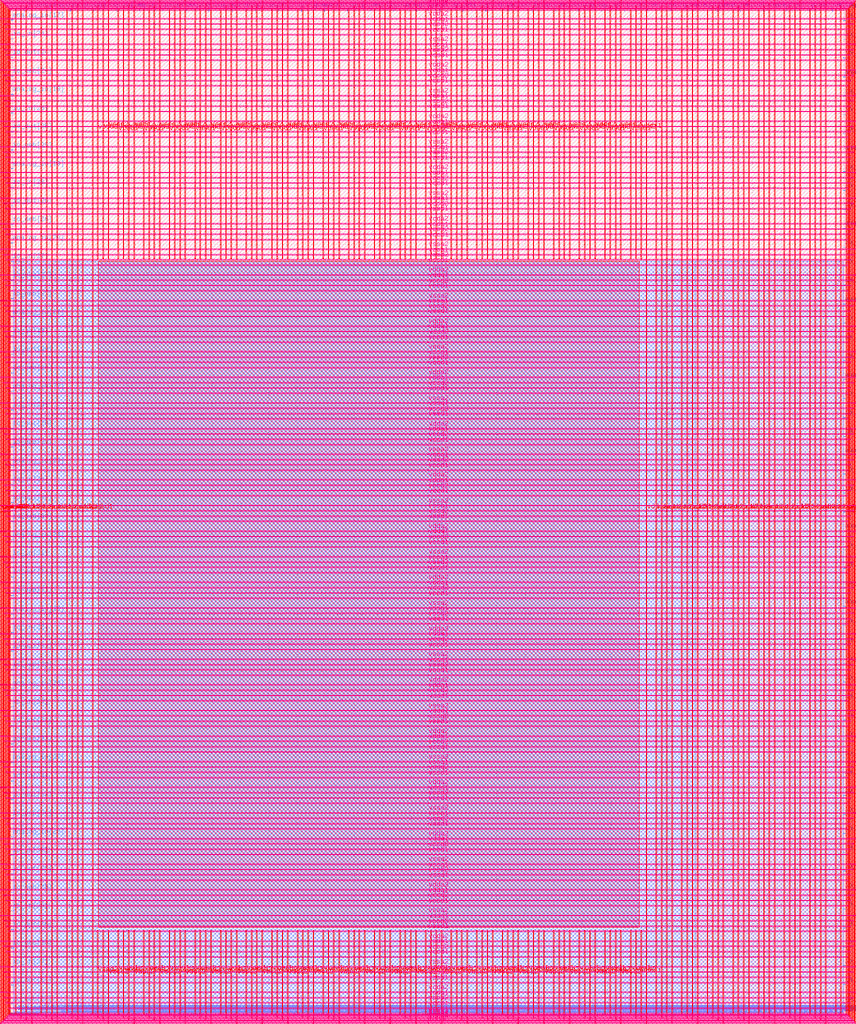
<source format=lef>
VERSION 5.7 ;
  NOWIREEXTENSIONATPIN ON ;
  DIVIDERCHAR "/" ;
  BUSBITCHARS "[]" ;
MACRO user_project_wrapper
  CLASS BLOCK ;
  FOREIGN user_project_wrapper ;
  ORIGIN 0.000 0.000 ;
  SIZE 2920.000 BY 3520.000 ;
  PIN analog_io[0]
    DIRECTION INOUT ;
    USE SIGNAL ;
    PORT
      LAYER met3 ;
        RECT 2917.600 1426.380 2924.800 1427.580 ;
    END
  END analog_io[0]
  PIN analog_io[10]
    DIRECTION INOUT ;
    USE SIGNAL ;
    PORT
      LAYER met2 ;
        RECT 2230.490 3517.600 2231.050 3524.800 ;
    END
  END analog_io[10]
  PIN analog_io[11]
    DIRECTION INOUT ;
    USE SIGNAL ;
    PORT
      LAYER met2 ;
        RECT 1905.730 3517.600 1906.290 3524.800 ;
    END
  END analog_io[11]
  PIN analog_io[12]
    DIRECTION INOUT ;
    USE SIGNAL ;
    PORT
      LAYER met2 ;
        RECT 1581.430 3517.600 1581.990 3524.800 ;
    END
  END analog_io[12]
  PIN analog_io[13]
    DIRECTION INOUT ;
    USE SIGNAL ;
    PORT
      LAYER met2 ;
        RECT 1257.130 3517.600 1257.690 3524.800 ;
    END
  END analog_io[13]
  PIN analog_io[14]
    DIRECTION INOUT ;
    USE SIGNAL ;
    PORT
      LAYER met2 ;
        RECT 932.370 3517.600 932.930 3524.800 ;
    END
  END analog_io[14]
  PIN analog_io[15]
    DIRECTION INOUT ;
    USE SIGNAL ;
    PORT
      LAYER met2 ;
        RECT 608.070 3517.600 608.630 3524.800 ;
    END
  END analog_io[15]
  PIN analog_io[16]
    DIRECTION INOUT ;
    USE SIGNAL ;
    PORT
      LAYER met2 ;
        RECT 283.770 3517.600 284.330 3524.800 ;
    END
  END analog_io[16]
  PIN analog_io[17]
    DIRECTION INOUT ;
    USE SIGNAL ;
    PORT
      LAYER met3 ;
        RECT -4.800 3486.100 2.400 3487.300 ;
    END
  END analog_io[17]
  PIN analog_io[18]
    DIRECTION INOUT ;
    USE SIGNAL ;
    PORT
      LAYER met3 ;
        RECT -4.800 3224.980 2.400 3226.180 ;
    END
  END analog_io[18]
  PIN analog_io[19]
    DIRECTION INOUT ;
    USE SIGNAL ;
    PORT
      LAYER met3 ;
        RECT -4.800 2964.540 2.400 2965.740 ;
    END
  END analog_io[19]
  PIN analog_io[1]
    DIRECTION INOUT ;
    USE SIGNAL ;
    PORT
      LAYER met3 ;
        RECT 2917.600 1692.260 2924.800 1693.460 ;
    END
  END analog_io[1]
  PIN analog_io[20]
    DIRECTION INOUT ;
    USE SIGNAL ;
    PORT
      LAYER met3 ;
        RECT -4.800 2703.420 2.400 2704.620 ;
    END
  END analog_io[20]
  PIN analog_io[21]
    DIRECTION INOUT ;
    USE SIGNAL ;
    PORT
      LAYER met3 ;
        RECT -4.800 2442.980 2.400 2444.180 ;
    END
  END analog_io[21]
  PIN analog_io[22]
    DIRECTION INOUT ;
    USE SIGNAL ;
    PORT
      LAYER met3 ;
        RECT -4.800 2182.540 2.400 2183.740 ;
    END
  END analog_io[22]
  PIN analog_io[23]
    DIRECTION INOUT ;
    USE SIGNAL ;
    PORT
      LAYER met3 ;
        RECT -4.800 1921.420 2.400 1922.620 ;
    END
  END analog_io[23]
  PIN analog_io[24]
    DIRECTION INOUT ;
    USE SIGNAL ;
    PORT
      LAYER met3 ;
        RECT -4.800 1660.980 2.400 1662.180 ;
    END
  END analog_io[24]
  PIN analog_io[25]
    DIRECTION INOUT ;
    USE SIGNAL ;
    PORT
      LAYER met3 ;
        RECT -4.800 1399.860 2.400 1401.060 ;
    END
  END analog_io[25]
  PIN analog_io[26]
    DIRECTION INOUT ;
    USE SIGNAL ;
    PORT
      LAYER met3 ;
        RECT -4.800 1139.420 2.400 1140.620 ;
    END
  END analog_io[26]
  PIN analog_io[27]
    DIRECTION INOUT ;
    USE SIGNAL ;
    PORT
      LAYER met3 ;
        RECT -4.800 878.980 2.400 880.180 ;
    END
  END analog_io[27]
  PIN analog_io[28]
    DIRECTION INOUT ;
    USE SIGNAL ;
    PORT
      LAYER met3 ;
        RECT -4.800 617.860 2.400 619.060 ;
    END
  END analog_io[28]
  PIN analog_io[2]
    DIRECTION INOUT ;
    USE SIGNAL ;
    PORT
      LAYER met3 ;
        RECT 2917.600 1958.140 2924.800 1959.340 ;
    END
  END analog_io[2]
  PIN analog_io[3]
    DIRECTION INOUT ;
    USE SIGNAL ;
    PORT
      LAYER met3 ;
        RECT 2917.600 2223.340 2924.800 2224.540 ;
    END
  END analog_io[3]
  PIN analog_io[4]
    DIRECTION INOUT ;
    USE SIGNAL ;
    PORT
      LAYER met3 ;
        RECT 2917.600 2489.220 2924.800 2490.420 ;
    END
  END analog_io[4]
  PIN analog_io[5]
    DIRECTION INOUT ;
    USE SIGNAL ;
    PORT
      LAYER met3 ;
        RECT 2917.600 2755.100 2924.800 2756.300 ;
    END
  END analog_io[5]
  PIN analog_io[6]
    DIRECTION INOUT ;
    USE SIGNAL ;
    PORT
      LAYER met3 ;
        RECT 2917.600 3020.300 2924.800 3021.500 ;
    END
  END analog_io[6]
  PIN analog_io[7]
    DIRECTION INOUT ;
    USE SIGNAL ;
    PORT
      LAYER met3 ;
        RECT 2917.600 3286.180 2924.800 3287.380 ;
    END
  END analog_io[7]
  PIN analog_io[8]
    DIRECTION INOUT ;
    USE SIGNAL ;
    PORT
      LAYER met2 ;
        RECT 2879.090 3517.600 2879.650 3524.800 ;
    END
  END analog_io[8]
  PIN analog_io[9]
    DIRECTION INOUT ;
    USE SIGNAL ;
    PORT
      LAYER met2 ;
        RECT 2554.790 3517.600 2555.350 3524.800 ;
    END
  END analog_io[9]
  PIN io_in[0]
    DIRECTION INPUT ;
    USE SIGNAL ;
    PORT
      LAYER met3 ;
        RECT 2917.600 32.380 2924.800 33.580 ;
    END
  END io_in[0]
  PIN io_in[10]
    DIRECTION INPUT ;
    USE SIGNAL ;
    PORT
      LAYER met3 ;
        RECT 2917.600 2289.980 2924.800 2291.180 ;
    END
  END io_in[10]
  PIN io_in[11]
    DIRECTION INPUT ;
    USE SIGNAL ;
    PORT
      LAYER met3 ;
        RECT 2917.600 2555.860 2924.800 2557.060 ;
    END
  END io_in[11]
  PIN io_in[12]
    DIRECTION INPUT ;
    USE SIGNAL ;
    PORT
      LAYER met3 ;
        RECT 2917.600 2821.060 2924.800 2822.260 ;
    END
  END io_in[12]
  PIN io_in[13]
    DIRECTION INPUT ;
    USE SIGNAL ;
    PORT
      LAYER met3 ;
        RECT 2917.600 3086.940 2924.800 3088.140 ;
    END
  END io_in[13]
  PIN io_in[14]
    DIRECTION INPUT ;
    USE SIGNAL ;
    PORT
      LAYER met3 ;
        RECT 2917.600 3352.820 2924.800 3354.020 ;
    END
  END io_in[14]
  PIN io_in[15]
    DIRECTION INPUT ;
    USE SIGNAL ;
    PORT
      LAYER met2 ;
        RECT 2798.130 3517.600 2798.690 3524.800 ;
    END
  END io_in[15]
  PIN io_in[16]
    DIRECTION INPUT ;
    USE SIGNAL ;
    PORT
      LAYER met2 ;
        RECT 2473.830 3517.600 2474.390 3524.800 ;
    END
  END io_in[16]
  PIN io_in[17]
    DIRECTION INPUT ;
    USE SIGNAL ;
    PORT
      LAYER met2 ;
        RECT 2149.070 3517.600 2149.630 3524.800 ;
    END
  END io_in[17]
  PIN io_in[18]
    DIRECTION INPUT ;
    USE SIGNAL ;
    PORT
      LAYER met2 ;
        RECT 1824.770 3517.600 1825.330 3524.800 ;
    END
  END io_in[18]
  PIN io_in[19]
    DIRECTION INPUT ;
    USE SIGNAL ;
    PORT
      LAYER met2 ;
        RECT 1500.470 3517.600 1501.030 3524.800 ;
    END
  END io_in[19]
  PIN io_in[1]
    DIRECTION INPUT ;
    USE SIGNAL ;
    PORT
      LAYER met3 ;
        RECT 2917.600 230.940 2924.800 232.140 ;
    END
  END io_in[1]
  PIN io_in[20]
    DIRECTION INPUT ;
    USE SIGNAL ;
    PORT
      LAYER met2 ;
        RECT 1175.710 3517.600 1176.270 3524.800 ;
    END
  END io_in[20]
  PIN io_in[21]
    DIRECTION INPUT ;
    USE SIGNAL ;
    PORT
      LAYER met2 ;
        RECT 851.410 3517.600 851.970 3524.800 ;
    END
  END io_in[21]
  PIN io_in[22]
    DIRECTION INPUT ;
    USE SIGNAL ;
    PORT
      LAYER met2 ;
        RECT 527.110 3517.600 527.670 3524.800 ;
    END
  END io_in[22]
  PIN io_in[23]
    DIRECTION INPUT ;
    USE SIGNAL ;
    PORT
      LAYER met2 ;
        RECT 202.350 3517.600 202.910 3524.800 ;
    END
  END io_in[23]
  PIN io_in[24]
    DIRECTION INPUT ;
    USE SIGNAL ;
    PORT
      LAYER met3 ;
        RECT -4.800 3420.820 2.400 3422.020 ;
    END
  END io_in[24]
  PIN io_in[25]
    DIRECTION INPUT ;
    USE SIGNAL ;
    PORT
      LAYER met3 ;
        RECT -4.800 3159.700 2.400 3160.900 ;
    END
  END io_in[25]
  PIN io_in[26]
    DIRECTION INPUT ;
    USE SIGNAL ;
    PORT
      LAYER met3 ;
        RECT -4.800 2899.260 2.400 2900.460 ;
    END
  END io_in[26]
  PIN io_in[27]
    DIRECTION INPUT ;
    USE SIGNAL ;
    PORT
      LAYER met3 ;
        RECT -4.800 2638.820 2.400 2640.020 ;
    END
  END io_in[27]
  PIN io_in[28]
    DIRECTION INPUT ;
    USE SIGNAL ;
    PORT
      LAYER met3 ;
        RECT -4.800 2377.700 2.400 2378.900 ;
    END
  END io_in[28]
  PIN io_in[29]
    DIRECTION INPUT ;
    USE SIGNAL ;
    PORT
      LAYER met3 ;
        RECT -4.800 2117.260 2.400 2118.460 ;
    END
  END io_in[29]
  PIN io_in[2]
    DIRECTION INPUT ;
    USE SIGNAL ;
    PORT
      LAYER met3 ;
        RECT 2917.600 430.180 2924.800 431.380 ;
    END
  END io_in[2]
  PIN io_in[30]
    DIRECTION INPUT ;
    USE SIGNAL ;
    PORT
      LAYER met3 ;
        RECT -4.800 1856.140 2.400 1857.340 ;
    END
  END io_in[30]
  PIN io_in[31]
    DIRECTION INPUT ;
    USE SIGNAL ;
    PORT
      LAYER met3 ;
        RECT -4.800 1595.700 2.400 1596.900 ;
    END
  END io_in[31]
  PIN io_in[32]
    DIRECTION INPUT ;
    USE SIGNAL ;
    PORT
      LAYER met3 ;
        RECT -4.800 1335.260 2.400 1336.460 ;
    END
  END io_in[32]
  PIN io_in[33]
    DIRECTION INPUT ;
    USE SIGNAL ;
    PORT
      LAYER met3 ;
        RECT -4.800 1074.140 2.400 1075.340 ;
    END
  END io_in[33]
  PIN io_in[34]
    DIRECTION INPUT ;
    USE SIGNAL ;
    PORT
      LAYER met3 ;
        RECT -4.800 813.700 2.400 814.900 ;
    END
  END io_in[34]
  PIN io_in[35]
    DIRECTION INPUT ;
    USE SIGNAL ;
    PORT
      LAYER met3 ;
        RECT -4.800 552.580 2.400 553.780 ;
    END
  END io_in[35]
  PIN io_in[36]
    DIRECTION INPUT ;
    USE SIGNAL ;
    PORT
      LAYER met3 ;
        RECT -4.800 357.420 2.400 358.620 ;
    END
  END io_in[36]
  PIN io_in[37]
    DIRECTION INPUT ;
    USE SIGNAL ;
    PORT
      LAYER met3 ;
        RECT -4.800 161.580 2.400 162.780 ;
    END
  END io_in[37]
  PIN io_in[3]
    DIRECTION INPUT ;
    USE SIGNAL ;
    PORT
      LAYER met3 ;
        RECT 2917.600 629.420 2924.800 630.620 ;
    END
  END io_in[3]
  PIN io_in[4]
    DIRECTION INPUT ;
    USE SIGNAL ;
    PORT
      LAYER met3 ;
        RECT 2917.600 828.660 2924.800 829.860 ;
    END
  END io_in[4]
  PIN io_in[5]
    DIRECTION INPUT ;
    USE SIGNAL ;
    PORT
      LAYER met3 ;
        RECT 2917.600 1027.900 2924.800 1029.100 ;
    END
  END io_in[5]
  PIN io_in[6]
    DIRECTION INPUT ;
    USE SIGNAL ;
    PORT
      LAYER met3 ;
        RECT 2917.600 1227.140 2924.800 1228.340 ;
    END
  END io_in[6]
  PIN io_in[7]
    DIRECTION INPUT ;
    USE SIGNAL ;
    PORT
      LAYER met3 ;
        RECT 2917.600 1493.020 2924.800 1494.220 ;
    END
  END io_in[7]
  PIN io_in[8]
    DIRECTION INPUT ;
    USE SIGNAL ;
    PORT
      LAYER met3 ;
        RECT 2917.600 1758.900 2924.800 1760.100 ;
    END
  END io_in[8]
  PIN io_in[9]
    DIRECTION INPUT ;
    USE SIGNAL ;
    PORT
      LAYER met3 ;
        RECT 2917.600 2024.100 2924.800 2025.300 ;
    END
  END io_in[9]
  PIN io_oeb[0]
    DIRECTION OUTPUT TRISTATE ;
    USE SIGNAL ;
    PORT
      LAYER met3 ;
        RECT 2917.600 164.980 2924.800 166.180 ;
    END
  END io_oeb[0]
  PIN io_oeb[10]
    DIRECTION OUTPUT TRISTATE ;
    USE SIGNAL ;
    PORT
      LAYER met3 ;
        RECT 2917.600 2422.580 2924.800 2423.780 ;
    END
  END io_oeb[10]
  PIN io_oeb[11]
    DIRECTION OUTPUT TRISTATE ;
    USE SIGNAL ;
    PORT
      LAYER met3 ;
        RECT 2917.600 2688.460 2924.800 2689.660 ;
    END
  END io_oeb[11]
  PIN io_oeb[12]
    DIRECTION OUTPUT TRISTATE ;
    USE SIGNAL ;
    PORT
      LAYER met3 ;
        RECT 2917.600 2954.340 2924.800 2955.540 ;
    END
  END io_oeb[12]
  PIN io_oeb[13]
    DIRECTION OUTPUT TRISTATE ;
    USE SIGNAL ;
    PORT
      LAYER met3 ;
        RECT 2917.600 3219.540 2924.800 3220.740 ;
    END
  END io_oeb[13]
  PIN io_oeb[14]
    DIRECTION OUTPUT TRISTATE ;
    USE SIGNAL ;
    PORT
      LAYER met3 ;
        RECT 2917.600 3485.420 2924.800 3486.620 ;
    END
  END io_oeb[14]
  PIN io_oeb[15]
    DIRECTION OUTPUT TRISTATE ;
    USE SIGNAL ;
    PORT
      LAYER met2 ;
        RECT 2635.750 3517.600 2636.310 3524.800 ;
    END
  END io_oeb[15]
  PIN io_oeb[16]
    DIRECTION OUTPUT TRISTATE ;
    USE SIGNAL ;
    PORT
      LAYER met2 ;
        RECT 2311.450 3517.600 2312.010 3524.800 ;
    END
  END io_oeb[16]
  PIN io_oeb[17]
    DIRECTION OUTPUT TRISTATE ;
    USE SIGNAL ;
    PORT
      LAYER met2 ;
        RECT 1987.150 3517.600 1987.710 3524.800 ;
    END
  END io_oeb[17]
  PIN io_oeb[18]
    DIRECTION OUTPUT TRISTATE ;
    USE SIGNAL ;
    PORT
      LAYER met2 ;
        RECT 1662.390 3517.600 1662.950 3524.800 ;
    END
  END io_oeb[18]
  PIN io_oeb[19]
    DIRECTION OUTPUT TRISTATE ;
    USE SIGNAL ;
    PORT
      LAYER met2 ;
        RECT 1338.090 3517.600 1338.650 3524.800 ;
    END
  END io_oeb[19]
  PIN io_oeb[1]
    DIRECTION OUTPUT TRISTATE ;
    USE SIGNAL ;
    PORT
      LAYER met3 ;
        RECT 2917.600 364.220 2924.800 365.420 ;
    END
  END io_oeb[1]
  PIN io_oeb[20]
    DIRECTION OUTPUT TRISTATE ;
    USE SIGNAL ;
    PORT
      LAYER met2 ;
        RECT 1013.790 3517.600 1014.350 3524.800 ;
    END
  END io_oeb[20]
  PIN io_oeb[21]
    DIRECTION OUTPUT TRISTATE ;
    USE SIGNAL ;
    PORT
      LAYER met2 ;
        RECT 689.030 3517.600 689.590 3524.800 ;
    END
  END io_oeb[21]
  PIN io_oeb[22]
    DIRECTION OUTPUT TRISTATE ;
    USE SIGNAL ;
    PORT
      LAYER met2 ;
        RECT 364.730 3517.600 365.290 3524.800 ;
    END
  END io_oeb[22]
  PIN io_oeb[23]
    DIRECTION OUTPUT TRISTATE ;
    USE SIGNAL ;
    PORT
      LAYER met2 ;
        RECT 40.430 3517.600 40.990 3524.800 ;
    END
  END io_oeb[23]
  PIN io_oeb[24]
    DIRECTION OUTPUT TRISTATE ;
    USE SIGNAL ;
    PORT
      LAYER met3 ;
        RECT -4.800 3290.260 2.400 3291.460 ;
    END
  END io_oeb[24]
  PIN io_oeb[25]
    DIRECTION OUTPUT TRISTATE ;
    USE SIGNAL ;
    PORT
      LAYER met3 ;
        RECT -4.800 3029.820 2.400 3031.020 ;
    END
  END io_oeb[25]
  PIN io_oeb[26]
    DIRECTION OUTPUT TRISTATE ;
    USE SIGNAL ;
    PORT
      LAYER met3 ;
        RECT -4.800 2768.700 2.400 2769.900 ;
    END
  END io_oeb[26]
  PIN io_oeb[27]
    DIRECTION OUTPUT TRISTATE ;
    USE SIGNAL ;
    PORT
      LAYER met3 ;
        RECT -4.800 2508.260 2.400 2509.460 ;
    END
  END io_oeb[27]
  PIN io_oeb[28]
    DIRECTION OUTPUT TRISTATE ;
    USE SIGNAL ;
    PORT
      LAYER met3 ;
        RECT -4.800 2247.140 2.400 2248.340 ;
    END
  END io_oeb[28]
  PIN io_oeb[29]
    DIRECTION OUTPUT TRISTATE ;
    USE SIGNAL ;
    PORT
      LAYER met3 ;
        RECT -4.800 1986.700 2.400 1987.900 ;
    END
  END io_oeb[29]
  PIN io_oeb[2]
    DIRECTION OUTPUT TRISTATE ;
    USE SIGNAL ;
    PORT
      LAYER met3 ;
        RECT 2917.600 563.460 2924.800 564.660 ;
    END
  END io_oeb[2]
  PIN io_oeb[30]
    DIRECTION OUTPUT TRISTATE ;
    USE SIGNAL ;
    PORT
      LAYER met3 ;
        RECT -4.800 1726.260 2.400 1727.460 ;
    END
  END io_oeb[30]
  PIN io_oeb[31]
    DIRECTION OUTPUT TRISTATE ;
    USE SIGNAL ;
    PORT
      LAYER met3 ;
        RECT -4.800 1465.140 2.400 1466.340 ;
    END
  END io_oeb[31]
  PIN io_oeb[32]
    DIRECTION OUTPUT TRISTATE ;
    USE SIGNAL ;
    PORT
      LAYER met3 ;
        RECT -4.800 1204.700 2.400 1205.900 ;
    END
  END io_oeb[32]
  PIN io_oeb[33]
    DIRECTION OUTPUT TRISTATE ;
    USE SIGNAL ;
    PORT
      LAYER met3 ;
        RECT -4.800 943.580 2.400 944.780 ;
    END
  END io_oeb[33]
  PIN io_oeb[34]
    DIRECTION OUTPUT TRISTATE ;
    USE SIGNAL ;
    PORT
      LAYER met3 ;
        RECT -4.800 683.140 2.400 684.340 ;
    END
  END io_oeb[34]
  PIN io_oeb[35]
    DIRECTION OUTPUT TRISTATE ;
    USE SIGNAL ;
    PORT
      LAYER met3 ;
        RECT -4.800 422.700 2.400 423.900 ;
    END
  END io_oeb[35]
  PIN io_oeb[36]
    DIRECTION OUTPUT TRISTATE ;
    USE SIGNAL ;
    PORT
      LAYER met3 ;
        RECT -4.800 226.860 2.400 228.060 ;
    END
  END io_oeb[36]
  PIN io_oeb[37]
    DIRECTION OUTPUT TRISTATE ;
    USE SIGNAL ;
    PORT
      LAYER met3 ;
        RECT -4.800 31.700 2.400 32.900 ;
    END
  END io_oeb[37]
  PIN io_oeb[3]
    DIRECTION OUTPUT TRISTATE ;
    USE SIGNAL ;
    PORT
      LAYER met3 ;
        RECT 2917.600 762.700 2924.800 763.900 ;
    END
  END io_oeb[3]
  PIN io_oeb[4]
    DIRECTION OUTPUT TRISTATE ;
    USE SIGNAL ;
    PORT
      LAYER met3 ;
        RECT 2917.600 961.940 2924.800 963.140 ;
    END
  END io_oeb[4]
  PIN io_oeb[5]
    DIRECTION OUTPUT TRISTATE ;
    USE SIGNAL ;
    PORT
      LAYER met3 ;
        RECT 2917.600 1161.180 2924.800 1162.380 ;
    END
  END io_oeb[5]
  PIN io_oeb[6]
    DIRECTION OUTPUT TRISTATE ;
    USE SIGNAL ;
    PORT
      LAYER met3 ;
        RECT 2917.600 1360.420 2924.800 1361.620 ;
    END
  END io_oeb[6]
  PIN io_oeb[7]
    DIRECTION OUTPUT TRISTATE ;
    USE SIGNAL ;
    PORT
      LAYER met3 ;
        RECT 2917.600 1625.620 2924.800 1626.820 ;
    END
  END io_oeb[7]
  PIN io_oeb[8]
    DIRECTION OUTPUT TRISTATE ;
    USE SIGNAL ;
    PORT
      LAYER met3 ;
        RECT 2917.600 1891.500 2924.800 1892.700 ;
    END
  END io_oeb[8]
  PIN io_oeb[9]
    DIRECTION OUTPUT TRISTATE ;
    USE SIGNAL ;
    PORT
      LAYER met3 ;
        RECT 2917.600 2157.380 2924.800 2158.580 ;
    END
  END io_oeb[9]
  PIN io_out[0]
    DIRECTION OUTPUT TRISTATE ;
    USE SIGNAL ;
    PORT
      LAYER met3 ;
        RECT 2917.600 98.340 2924.800 99.540 ;
    END
  END io_out[0]
  PIN io_out[10]
    DIRECTION OUTPUT TRISTATE ;
    USE SIGNAL ;
    PORT
      LAYER met3 ;
        RECT 2917.600 2356.620 2924.800 2357.820 ;
    END
  END io_out[10]
  PIN io_out[11]
    DIRECTION OUTPUT TRISTATE ;
    USE SIGNAL ;
    PORT
      LAYER met3 ;
        RECT 2917.600 2621.820 2924.800 2623.020 ;
    END
  END io_out[11]
  PIN io_out[12]
    DIRECTION OUTPUT TRISTATE ;
    USE SIGNAL ;
    PORT
      LAYER met3 ;
        RECT 2917.600 2887.700 2924.800 2888.900 ;
    END
  END io_out[12]
  PIN io_out[13]
    DIRECTION OUTPUT TRISTATE ;
    USE SIGNAL ;
    PORT
      LAYER met3 ;
        RECT 2917.600 3153.580 2924.800 3154.780 ;
    END
  END io_out[13]
  PIN io_out[14]
    DIRECTION OUTPUT TRISTATE ;
    USE SIGNAL ;
    PORT
      LAYER met3 ;
        RECT 2917.600 3418.780 2924.800 3419.980 ;
    END
  END io_out[14]
  PIN io_out[15]
    DIRECTION OUTPUT TRISTATE ;
    USE SIGNAL ;
    PORT
      LAYER met2 ;
        RECT 2717.170 3517.600 2717.730 3524.800 ;
    END
  END io_out[15]
  PIN io_out[16]
    DIRECTION OUTPUT TRISTATE ;
    USE SIGNAL ;
    PORT
      LAYER met2 ;
        RECT 2392.410 3517.600 2392.970 3524.800 ;
    END
  END io_out[16]
  PIN io_out[17]
    DIRECTION OUTPUT TRISTATE ;
    USE SIGNAL ;
    PORT
      LAYER met2 ;
        RECT 2068.110 3517.600 2068.670 3524.800 ;
    END
  END io_out[17]
  PIN io_out[18]
    DIRECTION OUTPUT TRISTATE ;
    USE SIGNAL ;
    PORT
      LAYER met2 ;
        RECT 1743.810 3517.600 1744.370 3524.800 ;
    END
  END io_out[18]
  PIN io_out[19]
    DIRECTION OUTPUT TRISTATE ;
    USE SIGNAL ;
    PORT
      LAYER met2 ;
        RECT 1419.050 3517.600 1419.610 3524.800 ;
    END
  END io_out[19]
  PIN io_out[1]
    DIRECTION OUTPUT TRISTATE ;
    USE SIGNAL ;
    PORT
      LAYER met3 ;
        RECT 2917.600 297.580 2924.800 298.780 ;
    END
  END io_out[1]
  PIN io_out[20]
    DIRECTION OUTPUT TRISTATE ;
    USE SIGNAL ;
    PORT
      LAYER met2 ;
        RECT 1094.750 3517.600 1095.310 3524.800 ;
    END
  END io_out[20]
  PIN io_out[21]
    DIRECTION OUTPUT TRISTATE ;
    USE SIGNAL ;
    PORT
      LAYER met2 ;
        RECT 770.450 3517.600 771.010 3524.800 ;
    END
  END io_out[21]
  PIN io_out[22]
    DIRECTION OUTPUT TRISTATE ;
    USE SIGNAL ;
    PORT
      LAYER met2 ;
        RECT 445.690 3517.600 446.250 3524.800 ;
    END
  END io_out[22]
  PIN io_out[23]
    DIRECTION OUTPUT TRISTATE ;
    USE SIGNAL ;
    PORT
      LAYER met2 ;
        RECT 121.390 3517.600 121.950 3524.800 ;
    END
  END io_out[23]
  PIN io_out[24]
    DIRECTION OUTPUT TRISTATE ;
    USE SIGNAL ;
    PORT
      LAYER met3 ;
        RECT -4.800 3355.540 2.400 3356.740 ;
    END
  END io_out[24]
  PIN io_out[25]
    DIRECTION OUTPUT TRISTATE ;
    USE SIGNAL ;
    PORT
      LAYER met3 ;
        RECT -4.800 3095.100 2.400 3096.300 ;
    END
  END io_out[25]
  PIN io_out[26]
    DIRECTION OUTPUT TRISTATE ;
    USE SIGNAL ;
    PORT
      LAYER met3 ;
        RECT -4.800 2833.980 2.400 2835.180 ;
    END
  END io_out[26]
  PIN io_out[27]
    DIRECTION OUTPUT TRISTATE ;
    USE SIGNAL ;
    PORT
      LAYER met3 ;
        RECT -4.800 2573.540 2.400 2574.740 ;
    END
  END io_out[27]
  PIN io_out[28]
    DIRECTION OUTPUT TRISTATE ;
    USE SIGNAL ;
    PORT
      LAYER met3 ;
        RECT -4.800 2312.420 2.400 2313.620 ;
    END
  END io_out[28]
  PIN io_out[29]
    DIRECTION OUTPUT TRISTATE ;
    USE SIGNAL ;
    PORT
      LAYER met3 ;
        RECT -4.800 2051.980 2.400 2053.180 ;
    END
  END io_out[29]
  PIN io_out[2]
    DIRECTION OUTPUT TRISTATE ;
    USE SIGNAL ;
    PORT
      LAYER met3 ;
        RECT 2917.600 496.820 2924.800 498.020 ;
    END
  END io_out[2]
  PIN io_out[30]
    DIRECTION OUTPUT TRISTATE ;
    USE SIGNAL ;
    PORT
      LAYER met3 ;
        RECT -4.800 1791.540 2.400 1792.740 ;
    END
  END io_out[30]
  PIN io_out[31]
    DIRECTION OUTPUT TRISTATE ;
    USE SIGNAL ;
    PORT
      LAYER met3 ;
        RECT -4.800 1530.420 2.400 1531.620 ;
    END
  END io_out[31]
  PIN io_out[32]
    DIRECTION OUTPUT TRISTATE ;
    USE SIGNAL ;
    PORT
      LAYER met3 ;
        RECT -4.800 1269.980 2.400 1271.180 ;
    END
  END io_out[32]
  PIN io_out[33]
    DIRECTION OUTPUT TRISTATE ;
    USE SIGNAL ;
    PORT
      LAYER met3 ;
        RECT -4.800 1008.860 2.400 1010.060 ;
    END
  END io_out[33]
  PIN io_out[34]
    DIRECTION OUTPUT TRISTATE ;
    USE SIGNAL ;
    PORT
      LAYER met3 ;
        RECT -4.800 748.420 2.400 749.620 ;
    END
  END io_out[34]
  PIN io_out[35]
    DIRECTION OUTPUT TRISTATE ;
    USE SIGNAL ;
    PORT
      LAYER met3 ;
        RECT -4.800 487.300 2.400 488.500 ;
    END
  END io_out[35]
  PIN io_out[36]
    DIRECTION OUTPUT TRISTATE ;
    USE SIGNAL ;
    PORT
      LAYER met3 ;
        RECT -4.800 292.140 2.400 293.340 ;
    END
  END io_out[36]
  PIN io_out[37]
    DIRECTION OUTPUT TRISTATE ;
    USE SIGNAL ;
    PORT
      LAYER met3 ;
        RECT -4.800 96.300 2.400 97.500 ;
    END
  END io_out[37]
  PIN io_out[3]
    DIRECTION OUTPUT TRISTATE ;
    USE SIGNAL ;
    PORT
      LAYER met3 ;
        RECT 2917.600 696.060 2924.800 697.260 ;
    END
  END io_out[3]
  PIN io_out[4]
    DIRECTION OUTPUT TRISTATE ;
    USE SIGNAL ;
    PORT
      LAYER met3 ;
        RECT 2917.600 895.300 2924.800 896.500 ;
    END
  END io_out[4]
  PIN io_out[5]
    DIRECTION OUTPUT TRISTATE ;
    USE SIGNAL ;
    PORT
      LAYER met3 ;
        RECT 2917.600 1094.540 2924.800 1095.740 ;
    END
  END io_out[5]
  PIN io_out[6]
    DIRECTION OUTPUT TRISTATE ;
    USE SIGNAL ;
    PORT
      LAYER met3 ;
        RECT 2917.600 1293.780 2924.800 1294.980 ;
    END
  END io_out[6]
  PIN io_out[7]
    DIRECTION OUTPUT TRISTATE ;
    USE SIGNAL ;
    PORT
      LAYER met3 ;
        RECT 2917.600 1559.660 2924.800 1560.860 ;
    END
  END io_out[7]
  PIN io_out[8]
    DIRECTION OUTPUT TRISTATE ;
    USE SIGNAL ;
    PORT
      LAYER met3 ;
        RECT 2917.600 1824.860 2924.800 1826.060 ;
    END
  END io_out[8]
  PIN io_out[9]
    DIRECTION OUTPUT TRISTATE ;
    USE SIGNAL ;
    PORT
      LAYER met3 ;
        RECT 2917.600 2090.740 2924.800 2091.940 ;
    END
  END io_out[9]
  PIN la_data_in[0]
    DIRECTION INPUT ;
    USE SIGNAL ;
    PORT
      LAYER met2 ;
        RECT 629.230 -4.800 629.790 2.400 ;
    END
  END la_data_in[0]
  PIN la_data_in[100]
    DIRECTION INPUT ;
    USE SIGNAL ;
    PORT
      LAYER met2 ;
        RECT 2402.530 -4.800 2403.090 2.400 ;
    END
  END la_data_in[100]
  PIN la_data_in[101]
    DIRECTION INPUT ;
    USE SIGNAL ;
    PORT
      LAYER met2 ;
        RECT 2420.010 -4.800 2420.570 2.400 ;
    END
  END la_data_in[101]
  PIN la_data_in[102]
    DIRECTION INPUT ;
    USE SIGNAL ;
    PORT
      LAYER met2 ;
        RECT 2437.950 -4.800 2438.510 2.400 ;
    END
  END la_data_in[102]
  PIN la_data_in[103]
    DIRECTION INPUT ;
    USE SIGNAL ;
    PORT
      LAYER met2 ;
        RECT 2455.430 -4.800 2455.990 2.400 ;
    END
  END la_data_in[103]
  PIN la_data_in[104]
    DIRECTION INPUT ;
    USE SIGNAL ;
    PORT
      LAYER met2 ;
        RECT 2473.370 -4.800 2473.930 2.400 ;
    END
  END la_data_in[104]
  PIN la_data_in[105]
    DIRECTION INPUT ;
    USE SIGNAL ;
    PORT
      LAYER met2 ;
        RECT 2490.850 -4.800 2491.410 2.400 ;
    END
  END la_data_in[105]
  PIN la_data_in[106]
    DIRECTION INPUT ;
    USE SIGNAL ;
    PORT
      LAYER met2 ;
        RECT 2508.790 -4.800 2509.350 2.400 ;
    END
  END la_data_in[106]
  PIN la_data_in[107]
    DIRECTION INPUT ;
    USE SIGNAL ;
    PORT
      LAYER met2 ;
        RECT 2526.730 -4.800 2527.290 2.400 ;
    END
  END la_data_in[107]
  PIN la_data_in[108]
    DIRECTION INPUT ;
    USE SIGNAL ;
    PORT
      LAYER met2 ;
        RECT 2544.210 -4.800 2544.770 2.400 ;
    END
  END la_data_in[108]
  PIN la_data_in[109]
    DIRECTION INPUT ;
    USE SIGNAL ;
    PORT
      LAYER met2 ;
        RECT 2562.150 -4.800 2562.710 2.400 ;
    END
  END la_data_in[109]
  PIN la_data_in[10]
    DIRECTION INPUT ;
    USE SIGNAL ;
    PORT
      LAYER met2 ;
        RECT 806.330 -4.800 806.890 2.400 ;
    END
  END la_data_in[10]
  PIN la_data_in[110]
    DIRECTION INPUT ;
    USE SIGNAL ;
    PORT
      LAYER met2 ;
        RECT 2579.630 -4.800 2580.190 2.400 ;
    END
  END la_data_in[110]
  PIN la_data_in[111]
    DIRECTION INPUT ;
    USE SIGNAL ;
    PORT
      LAYER met2 ;
        RECT 2597.570 -4.800 2598.130 2.400 ;
    END
  END la_data_in[111]
  PIN la_data_in[112]
    DIRECTION INPUT ;
    USE SIGNAL ;
    PORT
      LAYER met2 ;
        RECT 2615.050 -4.800 2615.610 2.400 ;
    END
  END la_data_in[112]
  PIN la_data_in[113]
    DIRECTION INPUT ;
    USE SIGNAL ;
    PORT
      LAYER met2 ;
        RECT 2632.990 -4.800 2633.550 2.400 ;
    END
  END la_data_in[113]
  PIN la_data_in[114]
    DIRECTION INPUT ;
    USE SIGNAL ;
    PORT
      LAYER met2 ;
        RECT 2650.470 -4.800 2651.030 2.400 ;
    END
  END la_data_in[114]
  PIN la_data_in[115]
    DIRECTION INPUT ;
    USE SIGNAL ;
    PORT
      LAYER met2 ;
        RECT 2668.410 -4.800 2668.970 2.400 ;
    END
  END la_data_in[115]
  PIN la_data_in[116]
    DIRECTION INPUT ;
    USE SIGNAL ;
    PORT
      LAYER met2 ;
        RECT 2685.890 -4.800 2686.450 2.400 ;
    END
  END la_data_in[116]
  PIN la_data_in[117]
    DIRECTION INPUT ;
    USE SIGNAL ;
    PORT
      LAYER met2 ;
        RECT 2703.830 -4.800 2704.390 2.400 ;
    END
  END la_data_in[117]
  PIN la_data_in[118]
    DIRECTION INPUT ;
    USE SIGNAL ;
    PORT
      LAYER met2 ;
        RECT 2721.770 -4.800 2722.330 2.400 ;
    END
  END la_data_in[118]
  PIN la_data_in[119]
    DIRECTION INPUT ;
    USE SIGNAL ;
    PORT
      LAYER met2 ;
        RECT 2739.250 -4.800 2739.810 2.400 ;
    END
  END la_data_in[119]
  PIN la_data_in[11]
    DIRECTION INPUT ;
    USE SIGNAL ;
    PORT
      LAYER met2 ;
        RECT 824.270 -4.800 824.830 2.400 ;
    END
  END la_data_in[11]
  PIN la_data_in[120]
    DIRECTION INPUT ;
    USE SIGNAL ;
    PORT
      LAYER met2 ;
        RECT 2757.190 -4.800 2757.750 2.400 ;
    END
  END la_data_in[120]
  PIN la_data_in[121]
    DIRECTION INPUT ;
    USE SIGNAL ;
    PORT
      LAYER met2 ;
        RECT 2774.670 -4.800 2775.230 2.400 ;
    END
  END la_data_in[121]
  PIN la_data_in[122]
    DIRECTION INPUT ;
    USE SIGNAL ;
    PORT
      LAYER met2 ;
        RECT 2792.610 -4.800 2793.170 2.400 ;
    END
  END la_data_in[122]
  PIN la_data_in[123]
    DIRECTION INPUT ;
    USE SIGNAL ;
    PORT
      LAYER met2 ;
        RECT 2810.090 -4.800 2810.650 2.400 ;
    END
  END la_data_in[123]
  PIN la_data_in[124]
    DIRECTION INPUT ;
    USE SIGNAL ;
    PORT
      LAYER met2 ;
        RECT 2828.030 -4.800 2828.590 2.400 ;
    END
  END la_data_in[124]
  PIN la_data_in[125]
    DIRECTION INPUT ;
    USE SIGNAL ;
    PORT
      LAYER met2 ;
        RECT 2845.510 -4.800 2846.070 2.400 ;
    END
  END la_data_in[125]
  PIN la_data_in[126]
    DIRECTION INPUT ;
    USE SIGNAL ;
    PORT
      LAYER met2 ;
        RECT 2863.450 -4.800 2864.010 2.400 ;
    END
  END la_data_in[126]
  PIN la_data_in[127]
    DIRECTION INPUT ;
    USE SIGNAL ;
    PORT
      LAYER met2 ;
        RECT 2881.390 -4.800 2881.950 2.400 ;
    END
  END la_data_in[127]
  PIN la_data_in[12]
    DIRECTION INPUT ;
    USE SIGNAL ;
    PORT
      LAYER met2 ;
        RECT 841.750 -4.800 842.310 2.400 ;
    END
  END la_data_in[12]
  PIN la_data_in[13]
    DIRECTION INPUT ;
    USE SIGNAL ;
    PORT
      LAYER met2 ;
        RECT 859.690 -4.800 860.250 2.400 ;
    END
  END la_data_in[13]
  PIN la_data_in[14]
    DIRECTION INPUT ;
    USE SIGNAL ;
    PORT
      LAYER met2 ;
        RECT 877.170 -4.800 877.730 2.400 ;
    END
  END la_data_in[14]
  PIN la_data_in[15]
    DIRECTION INPUT ;
    USE SIGNAL ;
    PORT
      LAYER met2 ;
        RECT 895.110 -4.800 895.670 2.400 ;
    END
  END la_data_in[15]
  PIN la_data_in[16]
    DIRECTION INPUT ;
    USE SIGNAL ;
    PORT
      LAYER met2 ;
        RECT 912.590 -4.800 913.150 2.400 ;
    END
  END la_data_in[16]
  PIN la_data_in[17]
    DIRECTION INPUT ;
    USE SIGNAL ;
    PORT
      LAYER met2 ;
        RECT 930.530 -4.800 931.090 2.400 ;
    END
  END la_data_in[17]
  PIN la_data_in[18]
    DIRECTION INPUT ;
    USE SIGNAL ;
    PORT
      LAYER met2 ;
        RECT 948.470 -4.800 949.030 2.400 ;
    END
  END la_data_in[18]
  PIN la_data_in[19]
    DIRECTION INPUT ;
    USE SIGNAL ;
    PORT
      LAYER met2 ;
        RECT 965.950 -4.800 966.510 2.400 ;
    END
  END la_data_in[19]
  PIN la_data_in[1]
    DIRECTION INPUT ;
    USE SIGNAL ;
    PORT
      LAYER met2 ;
        RECT 646.710 -4.800 647.270 2.400 ;
    END
  END la_data_in[1]
  PIN la_data_in[20]
    DIRECTION INPUT ;
    USE SIGNAL ;
    PORT
      LAYER met2 ;
        RECT 983.890 -4.800 984.450 2.400 ;
    END
  END la_data_in[20]
  PIN la_data_in[21]
    DIRECTION INPUT ;
    USE SIGNAL ;
    PORT
      LAYER met2 ;
        RECT 1001.370 -4.800 1001.930 2.400 ;
    END
  END la_data_in[21]
  PIN la_data_in[22]
    DIRECTION INPUT ;
    USE SIGNAL ;
    PORT
      LAYER met2 ;
        RECT 1019.310 -4.800 1019.870 2.400 ;
    END
  END la_data_in[22]
  PIN la_data_in[23]
    DIRECTION INPUT ;
    USE SIGNAL ;
    PORT
      LAYER met2 ;
        RECT 1036.790 -4.800 1037.350 2.400 ;
    END
  END la_data_in[23]
  PIN la_data_in[24]
    DIRECTION INPUT ;
    USE SIGNAL ;
    PORT
      LAYER met2 ;
        RECT 1054.730 -4.800 1055.290 2.400 ;
    END
  END la_data_in[24]
  PIN la_data_in[25]
    DIRECTION INPUT ;
    USE SIGNAL ;
    PORT
      LAYER met2 ;
        RECT 1072.210 -4.800 1072.770 2.400 ;
    END
  END la_data_in[25]
  PIN la_data_in[26]
    DIRECTION INPUT ;
    USE SIGNAL ;
    PORT
      LAYER met2 ;
        RECT 1090.150 -4.800 1090.710 2.400 ;
    END
  END la_data_in[26]
  PIN la_data_in[27]
    DIRECTION INPUT ;
    USE SIGNAL ;
    PORT
      LAYER met2 ;
        RECT 1107.630 -4.800 1108.190 2.400 ;
    END
  END la_data_in[27]
  PIN la_data_in[28]
    DIRECTION INPUT ;
    USE SIGNAL ;
    PORT
      LAYER met2 ;
        RECT 1125.570 -4.800 1126.130 2.400 ;
    END
  END la_data_in[28]
  PIN la_data_in[29]
    DIRECTION INPUT ;
    USE SIGNAL ;
    PORT
      LAYER met2 ;
        RECT 1143.510 -4.800 1144.070 2.400 ;
    END
  END la_data_in[29]
  PIN la_data_in[2]
    DIRECTION INPUT ;
    USE SIGNAL ;
    PORT
      LAYER met2 ;
        RECT 664.650 -4.800 665.210 2.400 ;
    END
  END la_data_in[2]
  PIN la_data_in[30]
    DIRECTION INPUT ;
    USE SIGNAL ;
    PORT
      LAYER met2 ;
        RECT 1160.990 -4.800 1161.550 2.400 ;
    END
  END la_data_in[30]
  PIN la_data_in[31]
    DIRECTION INPUT ;
    USE SIGNAL ;
    PORT
      LAYER met2 ;
        RECT 1178.930 -4.800 1179.490 2.400 ;
    END
  END la_data_in[31]
  PIN la_data_in[32]
    DIRECTION INPUT ;
    USE SIGNAL ;
    PORT
      LAYER met2 ;
        RECT 1196.410 -4.800 1196.970 2.400 ;
    END
  END la_data_in[32]
  PIN la_data_in[33]
    DIRECTION INPUT ;
    USE SIGNAL ;
    PORT
      LAYER met2 ;
        RECT 1214.350 -4.800 1214.910 2.400 ;
    END
  END la_data_in[33]
  PIN la_data_in[34]
    DIRECTION INPUT ;
    USE SIGNAL ;
    PORT
      LAYER met2 ;
        RECT 1231.830 -4.800 1232.390 2.400 ;
    END
  END la_data_in[34]
  PIN la_data_in[35]
    DIRECTION INPUT ;
    USE SIGNAL ;
    PORT
      LAYER met2 ;
        RECT 1249.770 -4.800 1250.330 2.400 ;
    END
  END la_data_in[35]
  PIN la_data_in[36]
    DIRECTION INPUT ;
    USE SIGNAL ;
    PORT
      LAYER met2 ;
        RECT 1267.250 -4.800 1267.810 2.400 ;
    END
  END la_data_in[36]
  PIN la_data_in[37]
    DIRECTION INPUT ;
    USE SIGNAL ;
    PORT
      LAYER met2 ;
        RECT 1285.190 -4.800 1285.750 2.400 ;
    END
  END la_data_in[37]
  PIN la_data_in[38]
    DIRECTION INPUT ;
    USE SIGNAL ;
    PORT
      LAYER met2 ;
        RECT 1303.130 -4.800 1303.690 2.400 ;
    END
  END la_data_in[38]
  PIN la_data_in[39]
    DIRECTION INPUT ;
    USE SIGNAL ;
    PORT
      LAYER met2 ;
        RECT 1320.610 -4.800 1321.170 2.400 ;
    END
  END la_data_in[39]
  PIN la_data_in[3]
    DIRECTION INPUT ;
    USE SIGNAL ;
    PORT
      LAYER met2 ;
        RECT 682.130 -4.800 682.690 2.400 ;
    END
  END la_data_in[3]
  PIN la_data_in[40]
    DIRECTION INPUT ;
    USE SIGNAL ;
    PORT
      LAYER met2 ;
        RECT 1338.550 -4.800 1339.110 2.400 ;
    END
  END la_data_in[40]
  PIN la_data_in[41]
    DIRECTION INPUT ;
    USE SIGNAL ;
    PORT
      LAYER met2 ;
        RECT 1356.030 -4.800 1356.590 2.400 ;
    END
  END la_data_in[41]
  PIN la_data_in[42]
    DIRECTION INPUT ;
    USE SIGNAL ;
    PORT
      LAYER met2 ;
        RECT 1373.970 -4.800 1374.530 2.400 ;
    END
  END la_data_in[42]
  PIN la_data_in[43]
    DIRECTION INPUT ;
    USE SIGNAL ;
    PORT
      LAYER met2 ;
        RECT 1391.450 -4.800 1392.010 2.400 ;
    END
  END la_data_in[43]
  PIN la_data_in[44]
    DIRECTION INPUT ;
    USE SIGNAL ;
    PORT
      LAYER met2 ;
        RECT 1409.390 -4.800 1409.950 2.400 ;
    END
  END la_data_in[44]
  PIN la_data_in[45]
    DIRECTION INPUT ;
    USE SIGNAL ;
    PORT
      LAYER met2 ;
        RECT 1426.870 -4.800 1427.430 2.400 ;
    END
  END la_data_in[45]
  PIN la_data_in[46]
    DIRECTION INPUT ;
    USE SIGNAL ;
    PORT
      LAYER met2 ;
        RECT 1444.810 -4.800 1445.370 2.400 ;
    END
  END la_data_in[46]
  PIN la_data_in[47]
    DIRECTION INPUT ;
    USE SIGNAL ;
    PORT
      LAYER met2 ;
        RECT 1462.750 -4.800 1463.310 2.400 ;
    END
  END la_data_in[47]
  PIN la_data_in[48]
    DIRECTION INPUT ;
    USE SIGNAL ;
    PORT
      LAYER met2 ;
        RECT 1480.230 -4.800 1480.790 2.400 ;
    END
  END la_data_in[48]
  PIN la_data_in[49]
    DIRECTION INPUT ;
    USE SIGNAL ;
    PORT
      LAYER met2 ;
        RECT 1498.170 -4.800 1498.730 2.400 ;
    END
  END la_data_in[49]
  PIN la_data_in[4]
    DIRECTION INPUT ;
    USE SIGNAL ;
    PORT
      LAYER met2 ;
        RECT 700.070 -4.800 700.630 2.400 ;
    END
  END la_data_in[4]
  PIN la_data_in[50]
    DIRECTION INPUT ;
    USE SIGNAL ;
    PORT
      LAYER met2 ;
        RECT 1515.650 -4.800 1516.210 2.400 ;
    END
  END la_data_in[50]
  PIN la_data_in[51]
    DIRECTION INPUT ;
    USE SIGNAL ;
    PORT
      LAYER met2 ;
        RECT 1533.590 -4.800 1534.150 2.400 ;
    END
  END la_data_in[51]
  PIN la_data_in[52]
    DIRECTION INPUT ;
    USE SIGNAL ;
    PORT
      LAYER met2 ;
        RECT 1551.070 -4.800 1551.630 2.400 ;
    END
  END la_data_in[52]
  PIN la_data_in[53]
    DIRECTION INPUT ;
    USE SIGNAL ;
    PORT
      LAYER met2 ;
        RECT 1569.010 -4.800 1569.570 2.400 ;
    END
  END la_data_in[53]
  PIN la_data_in[54]
    DIRECTION INPUT ;
    USE SIGNAL ;
    PORT
      LAYER met2 ;
        RECT 1586.490 -4.800 1587.050 2.400 ;
    END
  END la_data_in[54]
  PIN la_data_in[55]
    DIRECTION INPUT ;
    USE SIGNAL ;
    PORT
      LAYER met2 ;
        RECT 1604.430 -4.800 1604.990 2.400 ;
    END
  END la_data_in[55]
  PIN la_data_in[56]
    DIRECTION INPUT ;
    USE SIGNAL ;
    PORT
      LAYER met2 ;
        RECT 1621.910 -4.800 1622.470 2.400 ;
    END
  END la_data_in[56]
  PIN la_data_in[57]
    DIRECTION INPUT ;
    USE SIGNAL ;
    PORT
      LAYER met2 ;
        RECT 1639.850 -4.800 1640.410 2.400 ;
    END
  END la_data_in[57]
  PIN la_data_in[58]
    DIRECTION INPUT ;
    USE SIGNAL ;
    PORT
      LAYER met2 ;
        RECT 1657.790 -4.800 1658.350 2.400 ;
    END
  END la_data_in[58]
  PIN la_data_in[59]
    DIRECTION INPUT ;
    USE SIGNAL ;
    PORT
      LAYER met2 ;
        RECT 1675.270 -4.800 1675.830 2.400 ;
    END
  END la_data_in[59]
  PIN la_data_in[5]
    DIRECTION INPUT ;
    USE SIGNAL ;
    PORT
      LAYER met2 ;
        RECT 717.550 -4.800 718.110 2.400 ;
    END
  END la_data_in[5]
  PIN la_data_in[60]
    DIRECTION INPUT ;
    USE SIGNAL ;
    PORT
      LAYER met2 ;
        RECT 1693.210 -4.800 1693.770 2.400 ;
    END
  END la_data_in[60]
  PIN la_data_in[61]
    DIRECTION INPUT ;
    USE SIGNAL ;
    PORT
      LAYER met2 ;
        RECT 1710.690 -4.800 1711.250 2.400 ;
    END
  END la_data_in[61]
  PIN la_data_in[62]
    DIRECTION INPUT ;
    USE SIGNAL ;
    PORT
      LAYER met2 ;
        RECT 1728.630 -4.800 1729.190 2.400 ;
    END
  END la_data_in[62]
  PIN la_data_in[63]
    DIRECTION INPUT ;
    USE SIGNAL ;
    PORT
      LAYER met2 ;
        RECT 1746.110 -4.800 1746.670 2.400 ;
    END
  END la_data_in[63]
  PIN la_data_in[64]
    DIRECTION INPUT ;
    USE SIGNAL ;
    PORT
      LAYER met2 ;
        RECT 1764.050 -4.800 1764.610 2.400 ;
    END
  END la_data_in[64]
  PIN la_data_in[65]
    DIRECTION INPUT ;
    USE SIGNAL ;
    PORT
      LAYER met2 ;
        RECT 1781.530 -4.800 1782.090 2.400 ;
    END
  END la_data_in[65]
  PIN la_data_in[66]
    DIRECTION INPUT ;
    USE SIGNAL ;
    PORT
      LAYER met2 ;
        RECT 1799.470 -4.800 1800.030 2.400 ;
    END
  END la_data_in[66]
  PIN la_data_in[67]
    DIRECTION INPUT ;
    USE SIGNAL ;
    PORT
      LAYER met2 ;
        RECT 1817.410 -4.800 1817.970 2.400 ;
    END
  END la_data_in[67]
  PIN la_data_in[68]
    DIRECTION INPUT ;
    USE SIGNAL ;
    PORT
      LAYER met2 ;
        RECT 1834.890 -4.800 1835.450 2.400 ;
    END
  END la_data_in[68]
  PIN la_data_in[69]
    DIRECTION INPUT ;
    USE SIGNAL ;
    PORT
      LAYER met2 ;
        RECT 1852.830 -4.800 1853.390 2.400 ;
    END
  END la_data_in[69]
  PIN la_data_in[6]
    DIRECTION INPUT ;
    USE SIGNAL ;
    PORT
      LAYER met2 ;
        RECT 735.490 -4.800 736.050 2.400 ;
    END
  END la_data_in[6]
  PIN la_data_in[70]
    DIRECTION INPUT ;
    USE SIGNAL ;
    PORT
      LAYER met2 ;
        RECT 1870.310 -4.800 1870.870 2.400 ;
    END
  END la_data_in[70]
  PIN la_data_in[71]
    DIRECTION INPUT ;
    USE SIGNAL ;
    PORT
      LAYER met2 ;
        RECT 1888.250 -4.800 1888.810 2.400 ;
    END
  END la_data_in[71]
  PIN la_data_in[72]
    DIRECTION INPUT ;
    USE SIGNAL ;
    PORT
      LAYER met2 ;
        RECT 1905.730 -4.800 1906.290 2.400 ;
    END
  END la_data_in[72]
  PIN la_data_in[73]
    DIRECTION INPUT ;
    USE SIGNAL ;
    PORT
      LAYER met2 ;
        RECT 1923.670 -4.800 1924.230 2.400 ;
    END
  END la_data_in[73]
  PIN la_data_in[74]
    DIRECTION INPUT ;
    USE SIGNAL ;
    PORT
      LAYER met2 ;
        RECT 1941.150 -4.800 1941.710 2.400 ;
    END
  END la_data_in[74]
  PIN la_data_in[75]
    DIRECTION INPUT ;
    USE SIGNAL ;
    PORT
      LAYER met2 ;
        RECT 1959.090 -4.800 1959.650 2.400 ;
    END
  END la_data_in[75]
  PIN la_data_in[76]
    DIRECTION INPUT ;
    USE SIGNAL ;
    PORT
      LAYER met2 ;
        RECT 1976.570 -4.800 1977.130 2.400 ;
    END
  END la_data_in[76]
  PIN la_data_in[77]
    DIRECTION INPUT ;
    USE SIGNAL ;
    PORT
      LAYER met2 ;
        RECT 1994.510 -4.800 1995.070 2.400 ;
    END
  END la_data_in[77]
  PIN la_data_in[78]
    DIRECTION INPUT ;
    USE SIGNAL ;
    PORT
      LAYER met2 ;
        RECT 2012.450 -4.800 2013.010 2.400 ;
    END
  END la_data_in[78]
  PIN la_data_in[79]
    DIRECTION INPUT ;
    USE SIGNAL ;
    PORT
      LAYER met2 ;
        RECT 2029.930 -4.800 2030.490 2.400 ;
    END
  END la_data_in[79]
  PIN la_data_in[7]
    DIRECTION INPUT ;
    USE SIGNAL ;
    PORT
      LAYER met2 ;
        RECT 752.970 -4.800 753.530 2.400 ;
    END
  END la_data_in[7]
  PIN la_data_in[80]
    DIRECTION INPUT ;
    USE SIGNAL ;
    PORT
      LAYER met2 ;
        RECT 2047.870 -4.800 2048.430 2.400 ;
    END
  END la_data_in[80]
  PIN la_data_in[81]
    DIRECTION INPUT ;
    USE SIGNAL ;
    PORT
      LAYER met2 ;
        RECT 2065.350 -4.800 2065.910 2.400 ;
    END
  END la_data_in[81]
  PIN la_data_in[82]
    DIRECTION INPUT ;
    USE SIGNAL ;
    PORT
      LAYER met2 ;
        RECT 2083.290 -4.800 2083.850 2.400 ;
    END
  END la_data_in[82]
  PIN la_data_in[83]
    DIRECTION INPUT ;
    USE SIGNAL ;
    PORT
      LAYER met2 ;
        RECT 2100.770 -4.800 2101.330 2.400 ;
    END
  END la_data_in[83]
  PIN la_data_in[84]
    DIRECTION INPUT ;
    USE SIGNAL ;
    PORT
      LAYER met2 ;
        RECT 2118.710 -4.800 2119.270 2.400 ;
    END
  END la_data_in[84]
  PIN la_data_in[85]
    DIRECTION INPUT ;
    USE SIGNAL ;
    PORT
      LAYER met2 ;
        RECT 2136.190 -4.800 2136.750 2.400 ;
    END
  END la_data_in[85]
  PIN la_data_in[86]
    DIRECTION INPUT ;
    USE SIGNAL ;
    PORT
      LAYER met2 ;
        RECT 2154.130 -4.800 2154.690 2.400 ;
    END
  END la_data_in[86]
  PIN la_data_in[87]
    DIRECTION INPUT ;
    USE SIGNAL ;
    PORT
      LAYER met2 ;
        RECT 2172.070 -4.800 2172.630 2.400 ;
    END
  END la_data_in[87]
  PIN la_data_in[88]
    DIRECTION INPUT ;
    USE SIGNAL ;
    PORT
      LAYER met2 ;
        RECT 2189.550 -4.800 2190.110 2.400 ;
    END
  END la_data_in[88]
  PIN la_data_in[89]
    DIRECTION INPUT ;
    USE SIGNAL ;
    PORT
      LAYER met2 ;
        RECT 2207.490 -4.800 2208.050 2.400 ;
    END
  END la_data_in[89]
  PIN la_data_in[8]
    DIRECTION INPUT ;
    USE SIGNAL ;
    PORT
      LAYER met2 ;
        RECT 770.910 -4.800 771.470 2.400 ;
    END
  END la_data_in[8]
  PIN la_data_in[90]
    DIRECTION INPUT ;
    USE SIGNAL ;
    PORT
      LAYER met2 ;
        RECT 2224.970 -4.800 2225.530 2.400 ;
    END
  END la_data_in[90]
  PIN la_data_in[91]
    DIRECTION INPUT ;
    USE SIGNAL ;
    PORT
      LAYER met2 ;
        RECT 2242.910 -4.800 2243.470 2.400 ;
    END
  END la_data_in[91]
  PIN la_data_in[92]
    DIRECTION INPUT ;
    USE SIGNAL ;
    PORT
      LAYER met2 ;
        RECT 2260.390 -4.800 2260.950 2.400 ;
    END
  END la_data_in[92]
  PIN la_data_in[93]
    DIRECTION INPUT ;
    USE SIGNAL ;
    PORT
      LAYER met2 ;
        RECT 2278.330 -4.800 2278.890 2.400 ;
    END
  END la_data_in[93]
  PIN la_data_in[94]
    DIRECTION INPUT ;
    USE SIGNAL ;
    PORT
      LAYER met2 ;
        RECT 2295.810 -4.800 2296.370 2.400 ;
    END
  END la_data_in[94]
  PIN la_data_in[95]
    DIRECTION INPUT ;
    USE SIGNAL ;
    PORT
      LAYER met2 ;
        RECT 2313.750 -4.800 2314.310 2.400 ;
    END
  END la_data_in[95]
  PIN la_data_in[96]
    DIRECTION INPUT ;
    USE SIGNAL ;
    PORT
      LAYER met2 ;
        RECT 2331.230 -4.800 2331.790 2.400 ;
    END
  END la_data_in[96]
  PIN la_data_in[97]
    DIRECTION INPUT ;
    USE SIGNAL ;
    PORT
      LAYER met2 ;
        RECT 2349.170 -4.800 2349.730 2.400 ;
    END
  END la_data_in[97]
  PIN la_data_in[98]
    DIRECTION INPUT ;
    USE SIGNAL ;
    PORT
      LAYER met2 ;
        RECT 2367.110 -4.800 2367.670 2.400 ;
    END
  END la_data_in[98]
  PIN la_data_in[99]
    DIRECTION INPUT ;
    USE SIGNAL ;
    PORT
      LAYER met2 ;
        RECT 2384.590 -4.800 2385.150 2.400 ;
    END
  END la_data_in[99]
  PIN la_data_in[9]
    DIRECTION INPUT ;
    USE SIGNAL ;
    PORT
      LAYER met2 ;
        RECT 788.850 -4.800 789.410 2.400 ;
    END
  END la_data_in[9]
  PIN la_data_out[0]
    DIRECTION OUTPUT TRISTATE ;
    USE SIGNAL ;
    PORT
      LAYER met2 ;
        RECT 634.750 -4.800 635.310 2.400 ;
    END
  END la_data_out[0]
  PIN la_data_out[100]
    DIRECTION OUTPUT TRISTATE ;
    USE SIGNAL ;
    PORT
      LAYER met2 ;
        RECT 2408.510 -4.800 2409.070 2.400 ;
    END
  END la_data_out[100]
  PIN la_data_out[101]
    DIRECTION OUTPUT TRISTATE ;
    USE SIGNAL ;
    PORT
      LAYER met2 ;
        RECT 2425.990 -4.800 2426.550 2.400 ;
    END
  END la_data_out[101]
  PIN la_data_out[102]
    DIRECTION OUTPUT TRISTATE ;
    USE SIGNAL ;
    PORT
      LAYER met2 ;
        RECT 2443.930 -4.800 2444.490 2.400 ;
    END
  END la_data_out[102]
  PIN la_data_out[103]
    DIRECTION OUTPUT TRISTATE ;
    USE SIGNAL ;
    PORT
      LAYER met2 ;
        RECT 2461.410 -4.800 2461.970 2.400 ;
    END
  END la_data_out[103]
  PIN la_data_out[104]
    DIRECTION OUTPUT TRISTATE ;
    USE SIGNAL ;
    PORT
      LAYER met2 ;
        RECT 2479.350 -4.800 2479.910 2.400 ;
    END
  END la_data_out[104]
  PIN la_data_out[105]
    DIRECTION OUTPUT TRISTATE ;
    USE SIGNAL ;
    PORT
      LAYER met2 ;
        RECT 2496.830 -4.800 2497.390 2.400 ;
    END
  END la_data_out[105]
  PIN la_data_out[106]
    DIRECTION OUTPUT TRISTATE ;
    USE SIGNAL ;
    PORT
      LAYER met2 ;
        RECT 2514.770 -4.800 2515.330 2.400 ;
    END
  END la_data_out[106]
  PIN la_data_out[107]
    DIRECTION OUTPUT TRISTATE ;
    USE SIGNAL ;
    PORT
      LAYER met2 ;
        RECT 2532.250 -4.800 2532.810 2.400 ;
    END
  END la_data_out[107]
  PIN la_data_out[108]
    DIRECTION OUTPUT TRISTATE ;
    USE SIGNAL ;
    PORT
      LAYER met2 ;
        RECT 2550.190 -4.800 2550.750 2.400 ;
    END
  END la_data_out[108]
  PIN la_data_out[109]
    DIRECTION OUTPUT TRISTATE ;
    USE SIGNAL ;
    PORT
      LAYER met2 ;
        RECT 2567.670 -4.800 2568.230 2.400 ;
    END
  END la_data_out[109]
  PIN la_data_out[10]
    DIRECTION OUTPUT TRISTATE ;
    USE SIGNAL ;
    PORT
      LAYER met2 ;
        RECT 812.310 -4.800 812.870 2.400 ;
    END
  END la_data_out[10]
  PIN la_data_out[110]
    DIRECTION OUTPUT TRISTATE ;
    USE SIGNAL ;
    PORT
      LAYER met2 ;
        RECT 2585.610 -4.800 2586.170 2.400 ;
    END
  END la_data_out[110]
  PIN la_data_out[111]
    DIRECTION OUTPUT TRISTATE ;
    USE SIGNAL ;
    PORT
      LAYER met2 ;
        RECT 2603.550 -4.800 2604.110 2.400 ;
    END
  END la_data_out[111]
  PIN la_data_out[112]
    DIRECTION OUTPUT TRISTATE ;
    USE SIGNAL ;
    PORT
      LAYER met2 ;
        RECT 2621.030 -4.800 2621.590 2.400 ;
    END
  END la_data_out[112]
  PIN la_data_out[113]
    DIRECTION OUTPUT TRISTATE ;
    USE SIGNAL ;
    PORT
      LAYER met2 ;
        RECT 2638.970 -4.800 2639.530 2.400 ;
    END
  END la_data_out[113]
  PIN la_data_out[114]
    DIRECTION OUTPUT TRISTATE ;
    USE SIGNAL ;
    PORT
      LAYER met2 ;
        RECT 2656.450 -4.800 2657.010 2.400 ;
    END
  END la_data_out[114]
  PIN la_data_out[115]
    DIRECTION OUTPUT TRISTATE ;
    USE SIGNAL ;
    PORT
      LAYER met2 ;
        RECT 2674.390 -4.800 2674.950 2.400 ;
    END
  END la_data_out[115]
  PIN la_data_out[116]
    DIRECTION OUTPUT TRISTATE ;
    USE SIGNAL ;
    PORT
      LAYER met2 ;
        RECT 2691.870 -4.800 2692.430 2.400 ;
    END
  END la_data_out[116]
  PIN la_data_out[117]
    DIRECTION OUTPUT TRISTATE ;
    USE SIGNAL ;
    PORT
      LAYER met2 ;
        RECT 2709.810 -4.800 2710.370 2.400 ;
    END
  END la_data_out[117]
  PIN la_data_out[118]
    DIRECTION OUTPUT TRISTATE ;
    USE SIGNAL ;
    PORT
      LAYER met2 ;
        RECT 2727.290 -4.800 2727.850 2.400 ;
    END
  END la_data_out[118]
  PIN la_data_out[119]
    DIRECTION OUTPUT TRISTATE ;
    USE SIGNAL ;
    PORT
      LAYER met2 ;
        RECT 2745.230 -4.800 2745.790 2.400 ;
    END
  END la_data_out[119]
  PIN la_data_out[11]
    DIRECTION OUTPUT TRISTATE ;
    USE SIGNAL ;
    PORT
      LAYER met2 ;
        RECT 830.250 -4.800 830.810 2.400 ;
    END
  END la_data_out[11]
  PIN la_data_out[120]
    DIRECTION OUTPUT TRISTATE ;
    USE SIGNAL ;
    PORT
      LAYER met2 ;
        RECT 2763.170 -4.800 2763.730 2.400 ;
    END
  END la_data_out[120]
  PIN la_data_out[121]
    DIRECTION OUTPUT TRISTATE ;
    USE SIGNAL ;
    PORT
      LAYER met2 ;
        RECT 2780.650 -4.800 2781.210 2.400 ;
    END
  END la_data_out[121]
  PIN la_data_out[122]
    DIRECTION OUTPUT TRISTATE ;
    USE SIGNAL ;
    PORT
      LAYER met2 ;
        RECT 2798.590 -4.800 2799.150 2.400 ;
    END
  END la_data_out[122]
  PIN la_data_out[123]
    DIRECTION OUTPUT TRISTATE ;
    USE SIGNAL ;
    PORT
      LAYER met2 ;
        RECT 2816.070 -4.800 2816.630 2.400 ;
    END
  END la_data_out[123]
  PIN la_data_out[124]
    DIRECTION OUTPUT TRISTATE ;
    USE SIGNAL ;
    PORT
      LAYER met2 ;
        RECT 2834.010 -4.800 2834.570 2.400 ;
    END
  END la_data_out[124]
  PIN la_data_out[125]
    DIRECTION OUTPUT TRISTATE ;
    USE SIGNAL ;
    PORT
      LAYER met2 ;
        RECT 2851.490 -4.800 2852.050 2.400 ;
    END
  END la_data_out[125]
  PIN la_data_out[126]
    DIRECTION OUTPUT TRISTATE ;
    USE SIGNAL ;
    PORT
      LAYER met2 ;
        RECT 2869.430 -4.800 2869.990 2.400 ;
    END
  END la_data_out[126]
  PIN la_data_out[127]
    DIRECTION OUTPUT TRISTATE ;
    USE SIGNAL ;
    PORT
      LAYER met2 ;
        RECT 2886.910 -4.800 2887.470 2.400 ;
    END
  END la_data_out[127]
  PIN la_data_out[12]
    DIRECTION OUTPUT TRISTATE ;
    USE SIGNAL ;
    PORT
      LAYER met2 ;
        RECT 847.730 -4.800 848.290 2.400 ;
    END
  END la_data_out[12]
  PIN la_data_out[13]
    DIRECTION OUTPUT TRISTATE ;
    USE SIGNAL ;
    PORT
      LAYER met2 ;
        RECT 865.670 -4.800 866.230 2.400 ;
    END
  END la_data_out[13]
  PIN la_data_out[14]
    DIRECTION OUTPUT TRISTATE ;
    USE SIGNAL ;
    PORT
      LAYER met2 ;
        RECT 883.150 -4.800 883.710 2.400 ;
    END
  END la_data_out[14]
  PIN la_data_out[15]
    DIRECTION OUTPUT TRISTATE ;
    USE SIGNAL ;
    PORT
      LAYER met2 ;
        RECT 901.090 -4.800 901.650 2.400 ;
    END
  END la_data_out[15]
  PIN la_data_out[16]
    DIRECTION OUTPUT TRISTATE ;
    USE SIGNAL ;
    PORT
      LAYER met2 ;
        RECT 918.570 -4.800 919.130 2.400 ;
    END
  END la_data_out[16]
  PIN la_data_out[17]
    DIRECTION OUTPUT TRISTATE ;
    USE SIGNAL ;
    PORT
      LAYER met2 ;
        RECT 936.510 -4.800 937.070 2.400 ;
    END
  END la_data_out[17]
  PIN la_data_out[18]
    DIRECTION OUTPUT TRISTATE ;
    USE SIGNAL ;
    PORT
      LAYER met2 ;
        RECT 953.990 -4.800 954.550 2.400 ;
    END
  END la_data_out[18]
  PIN la_data_out[19]
    DIRECTION OUTPUT TRISTATE ;
    USE SIGNAL ;
    PORT
      LAYER met2 ;
        RECT 971.930 -4.800 972.490 2.400 ;
    END
  END la_data_out[19]
  PIN la_data_out[1]
    DIRECTION OUTPUT TRISTATE ;
    USE SIGNAL ;
    PORT
      LAYER met2 ;
        RECT 652.690 -4.800 653.250 2.400 ;
    END
  END la_data_out[1]
  PIN la_data_out[20]
    DIRECTION OUTPUT TRISTATE ;
    USE SIGNAL ;
    PORT
      LAYER met2 ;
        RECT 989.410 -4.800 989.970 2.400 ;
    END
  END la_data_out[20]
  PIN la_data_out[21]
    DIRECTION OUTPUT TRISTATE ;
    USE SIGNAL ;
    PORT
      LAYER met2 ;
        RECT 1007.350 -4.800 1007.910 2.400 ;
    END
  END la_data_out[21]
  PIN la_data_out[22]
    DIRECTION OUTPUT TRISTATE ;
    USE SIGNAL ;
    PORT
      LAYER met2 ;
        RECT 1025.290 -4.800 1025.850 2.400 ;
    END
  END la_data_out[22]
  PIN la_data_out[23]
    DIRECTION OUTPUT TRISTATE ;
    USE SIGNAL ;
    PORT
      LAYER met2 ;
        RECT 1042.770 -4.800 1043.330 2.400 ;
    END
  END la_data_out[23]
  PIN la_data_out[24]
    DIRECTION OUTPUT TRISTATE ;
    USE SIGNAL ;
    PORT
      LAYER met2 ;
        RECT 1060.710 -4.800 1061.270 2.400 ;
    END
  END la_data_out[24]
  PIN la_data_out[25]
    DIRECTION OUTPUT TRISTATE ;
    USE SIGNAL ;
    PORT
      LAYER met2 ;
        RECT 1078.190 -4.800 1078.750 2.400 ;
    END
  END la_data_out[25]
  PIN la_data_out[26]
    DIRECTION OUTPUT TRISTATE ;
    USE SIGNAL ;
    PORT
      LAYER met2 ;
        RECT 1096.130 -4.800 1096.690 2.400 ;
    END
  END la_data_out[26]
  PIN la_data_out[27]
    DIRECTION OUTPUT TRISTATE ;
    USE SIGNAL ;
    PORT
      LAYER met2 ;
        RECT 1113.610 -4.800 1114.170 2.400 ;
    END
  END la_data_out[27]
  PIN la_data_out[28]
    DIRECTION OUTPUT TRISTATE ;
    USE SIGNAL ;
    PORT
      LAYER met2 ;
        RECT 1131.550 -4.800 1132.110 2.400 ;
    END
  END la_data_out[28]
  PIN la_data_out[29]
    DIRECTION OUTPUT TRISTATE ;
    USE SIGNAL ;
    PORT
      LAYER met2 ;
        RECT 1149.030 -4.800 1149.590 2.400 ;
    END
  END la_data_out[29]
  PIN la_data_out[2]
    DIRECTION OUTPUT TRISTATE ;
    USE SIGNAL ;
    PORT
      LAYER met2 ;
        RECT 670.630 -4.800 671.190 2.400 ;
    END
  END la_data_out[2]
  PIN la_data_out[30]
    DIRECTION OUTPUT TRISTATE ;
    USE SIGNAL ;
    PORT
      LAYER met2 ;
        RECT 1166.970 -4.800 1167.530 2.400 ;
    END
  END la_data_out[30]
  PIN la_data_out[31]
    DIRECTION OUTPUT TRISTATE ;
    USE SIGNAL ;
    PORT
      LAYER met2 ;
        RECT 1184.910 -4.800 1185.470 2.400 ;
    END
  END la_data_out[31]
  PIN la_data_out[32]
    DIRECTION OUTPUT TRISTATE ;
    USE SIGNAL ;
    PORT
      LAYER met2 ;
        RECT 1202.390 -4.800 1202.950 2.400 ;
    END
  END la_data_out[32]
  PIN la_data_out[33]
    DIRECTION OUTPUT TRISTATE ;
    USE SIGNAL ;
    PORT
      LAYER met2 ;
        RECT 1220.330 -4.800 1220.890 2.400 ;
    END
  END la_data_out[33]
  PIN la_data_out[34]
    DIRECTION OUTPUT TRISTATE ;
    USE SIGNAL ;
    PORT
      LAYER met2 ;
        RECT 1237.810 -4.800 1238.370 2.400 ;
    END
  END la_data_out[34]
  PIN la_data_out[35]
    DIRECTION OUTPUT TRISTATE ;
    USE SIGNAL ;
    PORT
      LAYER met2 ;
        RECT 1255.750 -4.800 1256.310 2.400 ;
    END
  END la_data_out[35]
  PIN la_data_out[36]
    DIRECTION OUTPUT TRISTATE ;
    USE SIGNAL ;
    PORT
      LAYER met2 ;
        RECT 1273.230 -4.800 1273.790 2.400 ;
    END
  END la_data_out[36]
  PIN la_data_out[37]
    DIRECTION OUTPUT TRISTATE ;
    USE SIGNAL ;
    PORT
      LAYER met2 ;
        RECT 1291.170 -4.800 1291.730 2.400 ;
    END
  END la_data_out[37]
  PIN la_data_out[38]
    DIRECTION OUTPUT TRISTATE ;
    USE SIGNAL ;
    PORT
      LAYER met2 ;
        RECT 1308.650 -4.800 1309.210 2.400 ;
    END
  END la_data_out[38]
  PIN la_data_out[39]
    DIRECTION OUTPUT TRISTATE ;
    USE SIGNAL ;
    PORT
      LAYER met2 ;
        RECT 1326.590 -4.800 1327.150 2.400 ;
    END
  END la_data_out[39]
  PIN la_data_out[3]
    DIRECTION OUTPUT TRISTATE ;
    USE SIGNAL ;
    PORT
      LAYER met2 ;
        RECT 688.110 -4.800 688.670 2.400 ;
    END
  END la_data_out[3]
  PIN la_data_out[40]
    DIRECTION OUTPUT TRISTATE ;
    USE SIGNAL ;
    PORT
      LAYER met2 ;
        RECT 1344.070 -4.800 1344.630 2.400 ;
    END
  END la_data_out[40]
  PIN la_data_out[41]
    DIRECTION OUTPUT TRISTATE ;
    USE SIGNAL ;
    PORT
      LAYER met2 ;
        RECT 1362.010 -4.800 1362.570 2.400 ;
    END
  END la_data_out[41]
  PIN la_data_out[42]
    DIRECTION OUTPUT TRISTATE ;
    USE SIGNAL ;
    PORT
      LAYER met2 ;
        RECT 1379.950 -4.800 1380.510 2.400 ;
    END
  END la_data_out[42]
  PIN la_data_out[43]
    DIRECTION OUTPUT TRISTATE ;
    USE SIGNAL ;
    PORT
      LAYER met2 ;
        RECT 1397.430 -4.800 1397.990 2.400 ;
    END
  END la_data_out[43]
  PIN la_data_out[44]
    DIRECTION OUTPUT TRISTATE ;
    USE SIGNAL ;
    PORT
      LAYER met2 ;
        RECT 1415.370 -4.800 1415.930 2.400 ;
    END
  END la_data_out[44]
  PIN la_data_out[45]
    DIRECTION OUTPUT TRISTATE ;
    USE SIGNAL ;
    PORT
      LAYER met2 ;
        RECT 1432.850 -4.800 1433.410 2.400 ;
    END
  END la_data_out[45]
  PIN la_data_out[46]
    DIRECTION OUTPUT TRISTATE ;
    USE SIGNAL ;
    PORT
      LAYER met2 ;
        RECT 1450.790 -4.800 1451.350 2.400 ;
    END
  END la_data_out[46]
  PIN la_data_out[47]
    DIRECTION OUTPUT TRISTATE ;
    USE SIGNAL ;
    PORT
      LAYER met2 ;
        RECT 1468.270 -4.800 1468.830 2.400 ;
    END
  END la_data_out[47]
  PIN la_data_out[48]
    DIRECTION OUTPUT TRISTATE ;
    USE SIGNAL ;
    PORT
      LAYER met2 ;
        RECT 1486.210 -4.800 1486.770 2.400 ;
    END
  END la_data_out[48]
  PIN la_data_out[49]
    DIRECTION OUTPUT TRISTATE ;
    USE SIGNAL ;
    PORT
      LAYER met2 ;
        RECT 1503.690 -4.800 1504.250 2.400 ;
    END
  END la_data_out[49]
  PIN la_data_out[4]
    DIRECTION OUTPUT TRISTATE ;
    USE SIGNAL ;
    PORT
      LAYER met2 ;
        RECT 706.050 -4.800 706.610 2.400 ;
    END
  END la_data_out[4]
  PIN la_data_out[50]
    DIRECTION OUTPUT TRISTATE ;
    USE SIGNAL ;
    PORT
      LAYER met2 ;
        RECT 1521.630 -4.800 1522.190 2.400 ;
    END
  END la_data_out[50]
  PIN la_data_out[51]
    DIRECTION OUTPUT TRISTATE ;
    USE SIGNAL ;
    PORT
      LAYER met2 ;
        RECT 1539.570 -4.800 1540.130 2.400 ;
    END
  END la_data_out[51]
  PIN la_data_out[52]
    DIRECTION OUTPUT TRISTATE ;
    USE SIGNAL ;
    PORT
      LAYER met2 ;
        RECT 1557.050 -4.800 1557.610 2.400 ;
    END
  END la_data_out[52]
  PIN la_data_out[53]
    DIRECTION OUTPUT TRISTATE ;
    USE SIGNAL ;
    PORT
      LAYER met2 ;
        RECT 1574.990 -4.800 1575.550 2.400 ;
    END
  END la_data_out[53]
  PIN la_data_out[54]
    DIRECTION OUTPUT TRISTATE ;
    USE SIGNAL ;
    PORT
      LAYER met2 ;
        RECT 1592.470 -4.800 1593.030 2.400 ;
    END
  END la_data_out[54]
  PIN la_data_out[55]
    DIRECTION OUTPUT TRISTATE ;
    USE SIGNAL ;
    PORT
      LAYER met2 ;
        RECT 1610.410 -4.800 1610.970 2.400 ;
    END
  END la_data_out[55]
  PIN la_data_out[56]
    DIRECTION OUTPUT TRISTATE ;
    USE SIGNAL ;
    PORT
      LAYER met2 ;
        RECT 1627.890 -4.800 1628.450 2.400 ;
    END
  END la_data_out[56]
  PIN la_data_out[57]
    DIRECTION OUTPUT TRISTATE ;
    USE SIGNAL ;
    PORT
      LAYER met2 ;
        RECT 1645.830 -4.800 1646.390 2.400 ;
    END
  END la_data_out[57]
  PIN la_data_out[58]
    DIRECTION OUTPUT TRISTATE ;
    USE SIGNAL ;
    PORT
      LAYER met2 ;
        RECT 1663.310 -4.800 1663.870 2.400 ;
    END
  END la_data_out[58]
  PIN la_data_out[59]
    DIRECTION OUTPUT TRISTATE ;
    USE SIGNAL ;
    PORT
      LAYER met2 ;
        RECT 1681.250 -4.800 1681.810 2.400 ;
    END
  END la_data_out[59]
  PIN la_data_out[5]
    DIRECTION OUTPUT TRISTATE ;
    USE SIGNAL ;
    PORT
      LAYER met2 ;
        RECT 723.530 -4.800 724.090 2.400 ;
    END
  END la_data_out[5]
  PIN la_data_out[60]
    DIRECTION OUTPUT TRISTATE ;
    USE SIGNAL ;
    PORT
      LAYER met2 ;
        RECT 1699.190 -4.800 1699.750 2.400 ;
    END
  END la_data_out[60]
  PIN la_data_out[61]
    DIRECTION OUTPUT TRISTATE ;
    USE SIGNAL ;
    PORT
      LAYER met2 ;
        RECT 1716.670 -4.800 1717.230 2.400 ;
    END
  END la_data_out[61]
  PIN la_data_out[62]
    DIRECTION OUTPUT TRISTATE ;
    USE SIGNAL ;
    PORT
      LAYER met2 ;
        RECT 1734.610 -4.800 1735.170 2.400 ;
    END
  END la_data_out[62]
  PIN la_data_out[63]
    DIRECTION OUTPUT TRISTATE ;
    USE SIGNAL ;
    PORT
      LAYER met2 ;
        RECT 1752.090 -4.800 1752.650 2.400 ;
    END
  END la_data_out[63]
  PIN la_data_out[64]
    DIRECTION OUTPUT TRISTATE ;
    USE SIGNAL ;
    PORT
      LAYER met2 ;
        RECT 1770.030 -4.800 1770.590 2.400 ;
    END
  END la_data_out[64]
  PIN la_data_out[65]
    DIRECTION OUTPUT TRISTATE ;
    USE SIGNAL ;
    PORT
      LAYER met2 ;
        RECT 1787.510 -4.800 1788.070 2.400 ;
    END
  END la_data_out[65]
  PIN la_data_out[66]
    DIRECTION OUTPUT TRISTATE ;
    USE SIGNAL ;
    PORT
      LAYER met2 ;
        RECT 1805.450 -4.800 1806.010 2.400 ;
    END
  END la_data_out[66]
  PIN la_data_out[67]
    DIRECTION OUTPUT TRISTATE ;
    USE SIGNAL ;
    PORT
      LAYER met2 ;
        RECT 1822.930 -4.800 1823.490 2.400 ;
    END
  END la_data_out[67]
  PIN la_data_out[68]
    DIRECTION OUTPUT TRISTATE ;
    USE SIGNAL ;
    PORT
      LAYER met2 ;
        RECT 1840.870 -4.800 1841.430 2.400 ;
    END
  END la_data_out[68]
  PIN la_data_out[69]
    DIRECTION OUTPUT TRISTATE ;
    USE SIGNAL ;
    PORT
      LAYER met2 ;
        RECT 1858.350 -4.800 1858.910 2.400 ;
    END
  END la_data_out[69]
  PIN la_data_out[6]
    DIRECTION OUTPUT TRISTATE ;
    USE SIGNAL ;
    PORT
      LAYER met2 ;
        RECT 741.470 -4.800 742.030 2.400 ;
    END
  END la_data_out[6]
  PIN la_data_out[70]
    DIRECTION OUTPUT TRISTATE ;
    USE SIGNAL ;
    PORT
      LAYER met2 ;
        RECT 1876.290 -4.800 1876.850 2.400 ;
    END
  END la_data_out[70]
  PIN la_data_out[71]
    DIRECTION OUTPUT TRISTATE ;
    USE SIGNAL ;
    PORT
      LAYER met2 ;
        RECT 1894.230 -4.800 1894.790 2.400 ;
    END
  END la_data_out[71]
  PIN la_data_out[72]
    DIRECTION OUTPUT TRISTATE ;
    USE SIGNAL ;
    PORT
      LAYER met2 ;
        RECT 1911.710 -4.800 1912.270 2.400 ;
    END
  END la_data_out[72]
  PIN la_data_out[73]
    DIRECTION OUTPUT TRISTATE ;
    USE SIGNAL ;
    PORT
      LAYER met2 ;
        RECT 1929.650 -4.800 1930.210 2.400 ;
    END
  END la_data_out[73]
  PIN la_data_out[74]
    DIRECTION OUTPUT TRISTATE ;
    USE SIGNAL ;
    PORT
      LAYER met2 ;
        RECT 1947.130 -4.800 1947.690 2.400 ;
    END
  END la_data_out[74]
  PIN la_data_out[75]
    DIRECTION OUTPUT TRISTATE ;
    USE SIGNAL ;
    PORT
      LAYER met2 ;
        RECT 1965.070 -4.800 1965.630 2.400 ;
    END
  END la_data_out[75]
  PIN la_data_out[76]
    DIRECTION OUTPUT TRISTATE ;
    USE SIGNAL ;
    PORT
      LAYER met2 ;
        RECT 1982.550 -4.800 1983.110 2.400 ;
    END
  END la_data_out[76]
  PIN la_data_out[77]
    DIRECTION OUTPUT TRISTATE ;
    USE SIGNAL ;
    PORT
      LAYER met2 ;
        RECT 2000.490 -4.800 2001.050 2.400 ;
    END
  END la_data_out[77]
  PIN la_data_out[78]
    DIRECTION OUTPUT TRISTATE ;
    USE SIGNAL ;
    PORT
      LAYER met2 ;
        RECT 2017.970 -4.800 2018.530 2.400 ;
    END
  END la_data_out[78]
  PIN la_data_out[79]
    DIRECTION OUTPUT TRISTATE ;
    USE SIGNAL ;
    PORT
      LAYER met2 ;
        RECT 2035.910 -4.800 2036.470 2.400 ;
    END
  END la_data_out[79]
  PIN la_data_out[7]
    DIRECTION OUTPUT TRISTATE ;
    USE SIGNAL ;
    PORT
      LAYER met2 ;
        RECT 758.950 -4.800 759.510 2.400 ;
    END
  END la_data_out[7]
  PIN la_data_out[80]
    DIRECTION OUTPUT TRISTATE ;
    USE SIGNAL ;
    PORT
      LAYER met2 ;
        RECT 2053.850 -4.800 2054.410 2.400 ;
    END
  END la_data_out[80]
  PIN la_data_out[81]
    DIRECTION OUTPUT TRISTATE ;
    USE SIGNAL ;
    PORT
      LAYER met2 ;
        RECT 2071.330 -4.800 2071.890 2.400 ;
    END
  END la_data_out[81]
  PIN la_data_out[82]
    DIRECTION OUTPUT TRISTATE ;
    USE SIGNAL ;
    PORT
      LAYER met2 ;
        RECT 2089.270 -4.800 2089.830 2.400 ;
    END
  END la_data_out[82]
  PIN la_data_out[83]
    DIRECTION OUTPUT TRISTATE ;
    USE SIGNAL ;
    PORT
      LAYER met2 ;
        RECT 2106.750 -4.800 2107.310 2.400 ;
    END
  END la_data_out[83]
  PIN la_data_out[84]
    DIRECTION OUTPUT TRISTATE ;
    USE SIGNAL ;
    PORT
      LAYER met2 ;
        RECT 2124.690 -4.800 2125.250 2.400 ;
    END
  END la_data_out[84]
  PIN la_data_out[85]
    DIRECTION OUTPUT TRISTATE ;
    USE SIGNAL ;
    PORT
      LAYER met2 ;
        RECT 2142.170 -4.800 2142.730 2.400 ;
    END
  END la_data_out[85]
  PIN la_data_out[86]
    DIRECTION OUTPUT TRISTATE ;
    USE SIGNAL ;
    PORT
      LAYER met2 ;
        RECT 2160.110 -4.800 2160.670 2.400 ;
    END
  END la_data_out[86]
  PIN la_data_out[87]
    DIRECTION OUTPUT TRISTATE ;
    USE SIGNAL ;
    PORT
      LAYER met2 ;
        RECT 2177.590 -4.800 2178.150 2.400 ;
    END
  END la_data_out[87]
  PIN la_data_out[88]
    DIRECTION OUTPUT TRISTATE ;
    USE SIGNAL ;
    PORT
      LAYER met2 ;
        RECT 2195.530 -4.800 2196.090 2.400 ;
    END
  END la_data_out[88]
  PIN la_data_out[89]
    DIRECTION OUTPUT TRISTATE ;
    USE SIGNAL ;
    PORT
      LAYER met2 ;
        RECT 2213.010 -4.800 2213.570 2.400 ;
    END
  END la_data_out[89]
  PIN la_data_out[8]
    DIRECTION OUTPUT TRISTATE ;
    USE SIGNAL ;
    PORT
      LAYER met2 ;
        RECT 776.890 -4.800 777.450 2.400 ;
    END
  END la_data_out[8]
  PIN la_data_out[90]
    DIRECTION OUTPUT TRISTATE ;
    USE SIGNAL ;
    PORT
      LAYER met2 ;
        RECT 2230.950 -4.800 2231.510 2.400 ;
    END
  END la_data_out[90]
  PIN la_data_out[91]
    DIRECTION OUTPUT TRISTATE ;
    USE SIGNAL ;
    PORT
      LAYER met2 ;
        RECT 2248.890 -4.800 2249.450 2.400 ;
    END
  END la_data_out[91]
  PIN la_data_out[92]
    DIRECTION OUTPUT TRISTATE ;
    USE SIGNAL ;
    PORT
      LAYER met2 ;
        RECT 2266.370 -4.800 2266.930 2.400 ;
    END
  END la_data_out[92]
  PIN la_data_out[93]
    DIRECTION OUTPUT TRISTATE ;
    USE SIGNAL ;
    PORT
      LAYER met2 ;
        RECT 2284.310 -4.800 2284.870 2.400 ;
    END
  END la_data_out[93]
  PIN la_data_out[94]
    DIRECTION OUTPUT TRISTATE ;
    USE SIGNAL ;
    PORT
      LAYER met2 ;
        RECT 2301.790 -4.800 2302.350 2.400 ;
    END
  END la_data_out[94]
  PIN la_data_out[95]
    DIRECTION OUTPUT TRISTATE ;
    USE SIGNAL ;
    PORT
      LAYER met2 ;
        RECT 2319.730 -4.800 2320.290 2.400 ;
    END
  END la_data_out[95]
  PIN la_data_out[96]
    DIRECTION OUTPUT TRISTATE ;
    USE SIGNAL ;
    PORT
      LAYER met2 ;
        RECT 2337.210 -4.800 2337.770 2.400 ;
    END
  END la_data_out[96]
  PIN la_data_out[97]
    DIRECTION OUTPUT TRISTATE ;
    USE SIGNAL ;
    PORT
      LAYER met2 ;
        RECT 2355.150 -4.800 2355.710 2.400 ;
    END
  END la_data_out[97]
  PIN la_data_out[98]
    DIRECTION OUTPUT TRISTATE ;
    USE SIGNAL ;
    PORT
      LAYER met2 ;
        RECT 2372.630 -4.800 2373.190 2.400 ;
    END
  END la_data_out[98]
  PIN la_data_out[99]
    DIRECTION OUTPUT TRISTATE ;
    USE SIGNAL ;
    PORT
      LAYER met2 ;
        RECT 2390.570 -4.800 2391.130 2.400 ;
    END
  END la_data_out[99]
  PIN la_data_out[9]
    DIRECTION OUTPUT TRISTATE ;
    USE SIGNAL ;
    PORT
      LAYER met2 ;
        RECT 794.370 -4.800 794.930 2.400 ;
    END
  END la_data_out[9]
  PIN la_oenb[0]
    DIRECTION INPUT ;
    USE SIGNAL ;
    PORT
      LAYER met2 ;
        RECT 640.730 -4.800 641.290 2.400 ;
    END
  END la_oenb[0]
  PIN la_oenb[100]
    DIRECTION INPUT ;
    USE SIGNAL ;
    PORT
      LAYER met2 ;
        RECT 2414.030 -4.800 2414.590 2.400 ;
    END
  END la_oenb[100]
  PIN la_oenb[101]
    DIRECTION INPUT ;
    USE SIGNAL ;
    PORT
      LAYER met2 ;
        RECT 2431.970 -4.800 2432.530 2.400 ;
    END
  END la_oenb[101]
  PIN la_oenb[102]
    DIRECTION INPUT ;
    USE SIGNAL ;
    PORT
      LAYER met2 ;
        RECT 2449.450 -4.800 2450.010 2.400 ;
    END
  END la_oenb[102]
  PIN la_oenb[103]
    DIRECTION INPUT ;
    USE SIGNAL ;
    PORT
      LAYER met2 ;
        RECT 2467.390 -4.800 2467.950 2.400 ;
    END
  END la_oenb[103]
  PIN la_oenb[104]
    DIRECTION INPUT ;
    USE SIGNAL ;
    PORT
      LAYER met2 ;
        RECT 2485.330 -4.800 2485.890 2.400 ;
    END
  END la_oenb[104]
  PIN la_oenb[105]
    DIRECTION INPUT ;
    USE SIGNAL ;
    PORT
      LAYER met2 ;
        RECT 2502.810 -4.800 2503.370 2.400 ;
    END
  END la_oenb[105]
  PIN la_oenb[106]
    DIRECTION INPUT ;
    USE SIGNAL ;
    PORT
      LAYER met2 ;
        RECT 2520.750 -4.800 2521.310 2.400 ;
    END
  END la_oenb[106]
  PIN la_oenb[107]
    DIRECTION INPUT ;
    USE SIGNAL ;
    PORT
      LAYER met2 ;
        RECT 2538.230 -4.800 2538.790 2.400 ;
    END
  END la_oenb[107]
  PIN la_oenb[108]
    DIRECTION INPUT ;
    USE SIGNAL ;
    PORT
      LAYER met2 ;
        RECT 2556.170 -4.800 2556.730 2.400 ;
    END
  END la_oenb[108]
  PIN la_oenb[109]
    DIRECTION INPUT ;
    USE SIGNAL ;
    PORT
      LAYER met2 ;
        RECT 2573.650 -4.800 2574.210 2.400 ;
    END
  END la_oenb[109]
  PIN la_oenb[10]
    DIRECTION INPUT ;
    USE SIGNAL ;
    PORT
      LAYER met2 ;
        RECT 818.290 -4.800 818.850 2.400 ;
    END
  END la_oenb[10]
  PIN la_oenb[110]
    DIRECTION INPUT ;
    USE SIGNAL ;
    PORT
      LAYER met2 ;
        RECT 2591.590 -4.800 2592.150 2.400 ;
    END
  END la_oenb[110]
  PIN la_oenb[111]
    DIRECTION INPUT ;
    USE SIGNAL ;
    PORT
      LAYER met2 ;
        RECT 2609.070 -4.800 2609.630 2.400 ;
    END
  END la_oenb[111]
  PIN la_oenb[112]
    DIRECTION INPUT ;
    USE SIGNAL ;
    PORT
      LAYER met2 ;
        RECT 2627.010 -4.800 2627.570 2.400 ;
    END
  END la_oenb[112]
  PIN la_oenb[113]
    DIRECTION INPUT ;
    USE SIGNAL ;
    PORT
      LAYER met2 ;
        RECT 2644.950 -4.800 2645.510 2.400 ;
    END
  END la_oenb[113]
  PIN la_oenb[114]
    DIRECTION INPUT ;
    USE SIGNAL ;
    PORT
      LAYER met2 ;
        RECT 2662.430 -4.800 2662.990 2.400 ;
    END
  END la_oenb[114]
  PIN la_oenb[115]
    DIRECTION INPUT ;
    USE SIGNAL ;
    PORT
      LAYER met2 ;
        RECT 2680.370 -4.800 2680.930 2.400 ;
    END
  END la_oenb[115]
  PIN la_oenb[116]
    DIRECTION INPUT ;
    USE SIGNAL ;
    PORT
      LAYER met2 ;
        RECT 2697.850 -4.800 2698.410 2.400 ;
    END
  END la_oenb[116]
  PIN la_oenb[117]
    DIRECTION INPUT ;
    USE SIGNAL ;
    PORT
      LAYER met2 ;
        RECT 2715.790 -4.800 2716.350 2.400 ;
    END
  END la_oenb[117]
  PIN la_oenb[118]
    DIRECTION INPUT ;
    USE SIGNAL ;
    PORT
      LAYER met2 ;
        RECT 2733.270 -4.800 2733.830 2.400 ;
    END
  END la_oenb[118]
  PIN la_oenb[119]
    DIRECTION INPUT ;
    USE SIGNAL ;
    PORT
      LAYER met2 ;
        RECT 2751.210 -4.800 2751.770 2.400 ;
    END
  END la_oenb[119]
  PIN la_oenb[11]
    DIRECTION INPUT ;
    USE SIGNAL ;
    PORT
      LAYER met2 ;
        RECT 835.770 -4.800 836.330 2.400 ;
    END
  END la_oenb[11]
  PIN la_oenb[120]
    DIRECTION INPUT ;
    USE SIGNAL ;
    PORT
      LAYER met2 ;
        RECT 2768.690 -4.800 2769.250 2.400 ;
    END
  END la_oenb[120]
  PIN la_oenb[121]
    DIRECTION INPUT ;
    USE SIGNAL ;
    PORT
      LAYER met2 ;
        RECT 2786.630 -4.800 2787.190 2.400 ;
    END
  END la_oenb[121]
  PIN la_oenb[122]
    DIRECTION INPUT ;
    USE SIGNAL ;
    PORT
      LAYER met2 ;
        RECT 2804.110 -4.800 2804.670 2.400 ;
    END
  END la_oenb[122]
  PIN la_oenb[123]
    DIRECTION INPUT ;
    USE SIGNAL ;
    PORT
      LAYER met2 ;
        RECT 2822.050 -4.800 2822.610 2.400 ;
    END
  END la_oenb[123]
  PIN la_oenb[124]
    DIRECTION INPUT ;
    USE SIGNAL ;
    PORT
      LAYER met2 ;
        RECT 2839.990 -4.800 2840.550 2.400 ;
    END
  END la_oenb[124]
  PIN la_oenb[125]
    DIRECTION INPUT ;
    USE SIGNAL ;
    PORT
      LAYER met2 ;
        RECT 2857.470 -4.800 2858.030 2.400 ;
    END
  END la_oenb[125]
  PIN la_oenb[126]
    DIRECTION INPUT ;
    USE SIGNAL ;
    PORT
      LAYER met2 ;
        RECT 2875.410 -4.800 2875.970 2.400 ;
    END
  END la_oenb[126]
  PIN la_oenb[127]
    DIRECTION INPUT ;
    USE SIGNAL ;
    PORT
      LAYER met2 ;
        RECT 2892.890 -4.800 2893.450 2.400 ;
    END
  END la_oenb[127]
  PIN la_oenb[12]
    DIRECTION INPUT ;
    USE SIGNAL ;
    PORT
      LAYER met2 ;
        RECT 853.710 -4.800 854.270 2.400 ;
    END
  END la_oenb[12]
  PIN la_oenb[13]
    DIRECTION INPUT ;
    USE SIGNAL ;
    PORT
      LAYER met2 ;
        RECT 871.190 -4.800 871.750 2.400 ;
    END
  END la_oenb[13]
  PIN la_oenb[14]
    DIRECTION INPUT ;
    USE SIGNAL ;
    PORT
      LAYER met2 ;
        RECT 889.130 -4.800 889.690 2.400 ;
    END
  END la_oenb[14]
  PIN la_oenb[15]
    DIRECTION INPUT ;
    USE SIGNAL ;
    PORT
      LAYER met2 ;
        RECT 907.070 -4.800 907.630 2.400 ;
    END
  END la_oenb[15]
  PIN la_oenb[16]
    DIRECTION INPUT ;
    USE SIGNAL ;
    PORT
      LAYER met2 ;
        RECT 924.550 -4.800 925.110 2.400 ;
    END
  END la_oenb[16]
  PIN la_oenb[17]
    DIRECTION INPUT ;
    USE SIGNAL ;
    PORT
      LAYER met2 ;
        RECT 942.490 -4.800 943.050 2.400 ;
    END
  END la_oenb[17]
  PIN la_oenb[18]
    DIRECTION INPUT ;
    USE SIGNAL ;
    PORT
      LAYER met2 ;
        RECT 959.970 -4.800 960.530 2.400 ;
    END
  END la_oenb[18]
  PIN la_oenb[19]
    DIRECTION INPUT ;
    USE SIGNAL ;
    PORT
      LAYER met2 ;
        RECT 977.910 -4.800 978.470 2.400 ;
    END
  END la_oenb[19]
  PIN la_oenb[1]
    DIRECTION INPUT ;
    USE SIGNAL ;
    PORT
      LAYER met2 ;
        RECT 658.670 -4.800 659.230 2.400 ;
    END
  END la_oenb[1]
  PIN la_oenb[20]
    DIRECTION INPUT ;
    USE SIGNAL ;
    PORT
      LAYER met2 ;
        RECT 995.390 -4.800 995.950 2.400 ;
    END
  END la_oenb[20]
  PIN la_oenb[21]
    DIRECTION INPUT ;
    USE SIGNAL ;
    PORT
      LAYER met2 ;
        RECT 1013.330 -4.800 1013.890 2.400 ;
    END
  END la_oenb[21]
  PIN la_oenb[22]
    DIRECTION INPUT ;
    USE SIGNAL ;
    PORT
      LAYER met2 ;
        RECT 1030.810 -4.800 1031.370 2.400 ;
    END
  END la_oenb[22]
  PIN la_oenb[23]
    DIRECTION INPUT ;
    USE SIGNAL ;
    PORT
      LAYER met2 ;
        RECT 1048.750 -4.800 1049.310 2.400 ;
    END
  END la_oenb[23]
  PIN la_oenb[24]
    DIRECTION INPUT ;
    USE SIGNAL ;
    PORT
      LAYER met2 ;
        RECT 1066.690 -4.800 1067.250 2.400 ;
    END
  END la_oenb[24]
  PIN la_oenb[25]
    DIRECTION INPUT ;
    USE SIGNAL ;
    PORT
      LAYER met2 ;
        RECT 1084.170 -4.800 1084.730 2.400 ;
    END
  END la_oenb[25]
  PIN la_oenb[26]
    DIRECTION INPUT ;
    USE SIGNAL ;
    PORT
      LAYER met2 ;
        RECT 1102.110 -4.800 1102.670 2.400 ;
    END
  END la_oenb[26]
  PIN la_oenb[27]
    DIRECTION INPUT ;
    USE SIGNAL ;
    PORT
      LAYER met2 ;
        RECT 1119.590 -4.800 1120.150 2.400 ;
    END
  END la_oenb[27]
  PIN la_oenb[28]
    DIRECTION INPUT ;
    USE SIGNAL ;
    PORT
      LAYER met2 ;
        RECT 1137.530 -4.800 1138.090 2.400 ;
    END
  END la_oenb[28]
  PIN la_oenb[29]
    DIRECTION INPUT ;
    USE SIGNAL ;
    PORT
      LAYER met2 ;
        RECT 1155.010 -4.800 1155.570 2.400 ;
    END
  END la_oenb[29]
  PIN la_oenb[2]
    DIRECTION INPUT ;
    USE SIGNAL ;
    PORT
      LAYER met2 ;
        RECT 676.150 -4.800 676.710 2.400 ;
    END
  END la_oenb[2]
  PIN la_oenb[30]
    DIRECTION INPUT ;
    USE SIGNAL ;
    PORT
      LAYER met2 ;
        RECT 1172.950 -4.800 1173.510 2.400 ;
    END
  END la_oenb[30]
  PIN la_oenb[31]
    DIRECTION INPUT ;
    USE SIGNAL ;
    PORT
      LAYER met2 ;
        RECT 1190.430 -4.800 1190.990 2.400 ;
    END
  END la_oenb[31]
  PIN la_oenb[32]
    DIRECTION INPUT ;
    USE SIGNAL ;
    PORT
      LAYER met2 ;
        RECT 1208.370 -4.800 1208.930 2.400 ;
    END
  END la_oenb[32]
  PIN la_oenb[33]
    DIRECTION INPUT ;
    USE SIGNAL ;
    PORT
      LAYER met2 ;
        RECT 1225.850 -4.800 1226.410 2.400 ;
    END
  END la_oenb[33]
  PIN la_oenb[34]
    DIRECTION INPUT ;
    USE SIGNAL ;
    PORT
      LAYER met2 ;
        RECT 1243.790 -4.800 1244.350 2.400 ;
    END
  END la_oenb[34]
  PIN la_oenb[35]
    DIRECTION INPUT ;
    USE SIGNAL ;
    PORT
      LAYER met2 ;
        RECT 1261.730 -4.800 1262.290 2.400 ;
    END
  END la_oenb[35]
  PIN la_oenb[36]
    DIRECTION INPUT ;
    USE SIGNAL ;
    PORT
      LAYER met2 ;
        RECT 1279.210 -4.800 1279.770 2.400 ;
    END
  END la_oenb[36]
  PIN la_oenb[37]
    DIRECTION INPUT ;
    USE SIGNAL ;
    PORT
      LAYER met2 ;
        RECT 1297.150 -4.800 1297.710 2.400 ;
    END
  END la_oenb[37]
  PIN la_oenb[38]
    DIRECTION INPUT ;
    USE SIGNAL ;
    PORT
      LAYER met2 ;
        RECT 1314.630 -4.800 1315.190 2.400 ;
    END
  END la_oenb[38]
  PIN la_oenb[39]
    DIRECTION INPUT ;
    USE SIGNAL ;
    PORT
      LAYER met2 ;
        RECT 1332.570 -4.800 1333.130 2.400 ;
    END
  END la_oenb[39]
  PIN la_oenb[3]
    DIRECTION INPUT ;
    USE SIGNAL ;
    PORT
      LAYER met2 ;
        RECT 694.090 -4.800 694.650 2.400 ;
    END
  END la_oenb[3]
  PIN la_oenb[40]
    DIRECTION INPUT ;
    USE SIGNAL ;
    PORT
      LAYER met2 ;
        RECT 1350.050 -4.800 1350.610 2.400 ;
    END
  END la_oenb[40]
  PIN la_oenb[41]
    DIRECTION INPUT ;
    USE SIGNAL ;
    PORT
      LAYER met2 ;
        RECT 1367.990 -4.800 1368.550 2.400 ;
    END
  END la_oenb[41]
  PIN la_oenb[42]
    DIRECTION INPUT ;
    USE SIGNAL ;
    PORT
      LAYER met2 ;
        RECT 1385.470 -4.800 1386.030 2.400 ;
    END
  END la_oenb[42]
  PIN la_oenb[43]
    DIRECTION INPUT ;
    USE SIGNAL ;
    PORT
      LAYER met2 ;
        RECT 1403.410 -4.800 1403.970 2.400 ;
    END
  END la_oenb[43]
  PIN la_oenb[44]
    DIRECTION INPUT ;
    USE SIGNAL ;
    PORT
      LAYER met2 ;
        RECT 1421.350 -4.800 1421.910 2.400 ;
    END
  END la_oenb[44]
  PIN la_oenb[45]
    DIRECTION INPUT ;
    USE SIGNAL ;
    PORT
      LAYER met2 ;
        RECT 1438.830 -4.800 1439.390 2.400 ;
    END
  END la_oenb[45]
  PIN la_oenb[46]
    DIRECTION INPUT ;
    USE SIGNAL ;
    PORT
      LAYER met2 ;
        RECT 1456.770 -4.800 1457.330 2.400 ;
    END
  END la_oenb[46]
  PIN la_oenb[47]
    DIRECTION INPUT ;
    USE SIGNAL ;
    PORT
      LAYER met2 ;
        RECT 1474.250 -4.800 1474.810 2.400 ;
    END
  END la_oenb[47]
  PIN la_oenb[48]
    DIRECTION INPUT ;
    USE SIGNAL ;
    PORT
      LAYER met2 ;
        RECT 1492.190 -4.800 1492.750 2.400 ;
    END
  END la_oenb[48]
  PIN la_oenb[49]
    DIRECTION INPUT ;
    USE SIGNAL ;
    PORT
      LAYER met2 ;
        RECT 1509.670 -4.800 1510.230 2.400 ;
    END
  END la_oenb[49]
  PIN la_oenb[4]
    DIRECTION INPUT ;
    USE SIGNAL ;
    PORT
      LAYER met2 ;
        RECT 712.030 -4.800 712.590 2.400 ;
    END
  END la_oenb[4]
  PIN la_oenb[50]
    DIRECTION INPUT ;
    USE SIGNAL ;
    PORT
      LAYER met2 ;
        RECT 1527.610 -4.800 1528.170 2.400 ;
    END
  END la_oenb[50]
  PIN la_oenb[51]
    DIRECTION INPUT ;
    USE SIGNAL ;
    PORT
      LAYER met2 ;
        RECT 1545.090 -4.800 1545.650 2.400 ;
    END
  END la_oenb[51]
  PIN la_oenb[52]
    DIRECTION INPUT ;
    USE SIGNAL ;
    PORT
      LAYER met2 ;
        RECT 1563.030 -4.800 1563.590 2.400 ;
    END
  END la_oenb[52]
  PIN la_oenb[53]
    DIRECTION INPUT ;
    USE SIGNAL ;
    PORT
      LAYER met2 ;
        RECT 1580.970 -4.800 1581.530 2.400 ;
    END
  END la_oenb[53]
  PIN la_oenb[54]
    DIRECTION INPUT ;
    USE SIGNAL ;
    PORT
      LAYER met2 ;
        RECT 1598.450 -4.800 1599.010 2.400 ;
    END
  END la_oenb[54]
  PIN la_oenb[55]
    DIRECTION INPUT ;
    USE SIGNAL ;
    PORT
      LAYER met2 ;
        RECT 1616.390 -4.800 1616.950 2.400 ;
    END
  END la_oenb[55]
  PIN la_oenb[56]
    DIRECTION INPUT ;
    USE SIGNAL ;
    PORT
      LAYER met2 ;
        RECT 1633.870 -4.800 1634.430 2.400 ;
    END
  END la_oenb[56]
  PIN la_oenb[57]
    DIRECTION INPUT ;
    USE SIGNAL ;
    PORT
      LAYER met2 ;
        RECT 1651.810 -4.800 1652.370 2.400 ;
    END
  END la_oenb[57]
  PIN la_oenb[58]
    DIRECTION INPUT ;
    USE SIGNAL ;
    PORT
      LAYER met2 ;
        RECT 1669.290 -4.800 1669.850 2.400 ;
    END
  END la_oenb[58]
  PIN la_oenb[59]
    DIRECTION INPUT ;
    USE SIGNAL ;
    PORT
      LAYER met2 ;
        RECT 1687.230 -4.800 1687.790 2.400 ;
    END
  END la_oenb[59]
  PIN la_oenb[5]
    DIRECTION INPUT ;
    USE SIGNAL ;
    PORT
      LAYER met2 ;
        RECT 729.510 -4.800 730.070 2.400 ;
    END
  END la_oenb[5]
  PIN la_oenb[60]
    DIRECTION INPUT ;
    USE SIGNAL ;
    PORT
      LAYER met2 ;
        RECT 1704.710 -4.800 1705.270 2.400 ;
    END
  END la_oenb[60]
  PIN la_oenb[61]
    DIRECTION INPUT ;
    USE SIGNAL ;
    PORT
      LAYER met2 ;
        RECT 1722.650 -4.800 1723.210 2.400 ;
    END
  END la_oenb[61]
  PIN la_oenb[62]
    DIRECTION INPUT ;
    USE SIGNAL ;
    PORT
      LAYER met2 ;
        RECT 1740.130 -4.800 1740.690 2.400 ;
    END
  END la_oenb[62]
  PIN la_oenb[63]
    DIRECTION INPUT ;
    USE SIGNAL ;
    PORT
      LAYER met2 ;
        RECT 1758.070 -4.800 1758.630 2.400 ;
    END
  END la_oenb[63]
  PIN la_oenb[64]
    DIRECTION INPUT ;
    USE SIGNAL ;
    PORT
      LAYER met2 ;
        RECT 1776.010 -4.800 1776.570 2.400 ;
    END
  END la_oenb[64]
  PIN la_oenb[65]
    DIRECTION INPUT ;
    USE SIGNAL ;
    PORT
      LAYER met2 ;
        RECT 1793.490 -4.800 1794.050 2.400 ;
    END
  END la_oenb[65]
  PIN la_oenb[66]
    DIRECTION INPUT ;
    USE SIGNAL ;
    PORT
      LAYER met2 ;
        RECT 1811.430 -4.800 1811.990 2.400 ;
    END
  END la_oenb[66]
  PIN la_oenb[67]
    DIRECTION INPUT ;
    USE SIGNAL ;
    PORT
      LAYER met2 ;
        RECT 1828.910 -4.800 1829.470 2.400 ;
    END
  END la_oenb[67]
  PIN la_oenb[68]
    DIRECTION INPUT ;
    USE SIGNAL ;
    PORT
      LAYER met2 ;
        RECT 1846.850 -4.800 1847.410 2.400 ;
    END
  END la_oenb[68]
  PIN la_oenb[69]
    DIRECTION INPUT ;
    USE SIGNAL ;
    PORT
      LAYER met2 ;
        RECT 1864.330 -4.800 1864.890 2.400 ;
    END
  END la_oenb[69]
  PIN la_oenb[6]
    DIRECTION INPUT ;
    USE SIGNAL ;
    PORT
      LAYER met2 ;
        RECT 747.450 -4.800 748.010 2.400 ;
    END
  END la_oenb[6]
  PIN la_oenb[70]
    DIRECTION INPUT ;
    USE SIGNAL ;
    PORT
      LAYER met2 ;
        RECT 1882.270 -4.800 1882.830 2.400 ;
    END
  END la_oenb[70]
  PIN la_oenb[71]
    DIRECTION INPUT ;
    USE SIGNAL ;
    PORT
      LAYER met2 ;
        RECT 1899.750 -4.800 1900.310 2.400 ;
    END
  END la_oenb[71]
  PIN la_oenb[72]
    DIRECTION INPUT ;
    USE SIGNAL ;
    PORT
      LAYER met2 ;
        RECT 1917.690 -4.800 1918.250 2.400 ;
    END
  END la_oenb[72]
  PIN la_oenb[73]
    DIRECTION INPUT ;
    USE SIGNAL ;
    PORT
      LAYER met2 ;
        RECT 1935.630 -4.800 1936.190 2.400 ;
    END
  END la_oenb[73]
  PIN la_oenb[74]
    DIRECTION INPUT ;
    USE SIGNAL ;
    PORT
      LAYER met2 ;
        RECT 1953.110 -4.800 1953.670 2.400 ;
    END
  END la_oenb[74]
  PIN la_oenb[75]
    DIRECTION INPUT ;
    USE SIGNAL ;
    PORT
      LAYER met2 ;
        RECT 1971.050 -4.800 1971.610 2.400 ;
    END
  END la_oenb[75]
  PIN la_oenb[76]
    DIRECTION INPUT ;
    USE SIGNAL ;
    PORT
      LAYER met2 ;
        RECT 1988.530 -4.800 1989.090 2.400 ;
    END
  END la_oenb[76]
  PIN la_oenb[77]
    DIRECTION INPUT ;
    USE SIGNAL ;
    PORT
      LAYER met2 ;
        RECT 2006.470 -4.800 2007.030 2.400 ;
    END
  END la_oenb[77]
  PIN la_oenb[78]
    DIRECTION INPUT ;
    USE SIGNAL ;
    PORT
      LAYER met2 ;
        RECT 2023.950 -4.800 2024.510 2.400 ;
    END
  END la_oenb[78]
  PIN la_oenb[79]
    DIRECTION INPUT ;
    USE SIGNAL ;
    PORT
      LAYER met2 ;
        RECT 2041.890 -4.800 2042.450 2.400 ;
    END
  END la_oenb[79]
  PIN la_oenb[7]
    DIRECTION INPUT ;
    USE SIGNAL ;
    PORT
      LAYER met2 ;
        RECT 764.930 -4.800 765.490 2.400 ;
    END
  END la_oenb[7]
  PIN la_oenb[80]
    DIRECTION INPUT ;
    USE SIGNAL ;
    PORT
      LAYER met2 ;
        RECT 2059.370 -4.800 2059.930 2.400 ;
    END
  END la_oenb[80]
  PIN la_oenb[81]
    DIRECTION INPUT ;
    USE SIGNAL ;
    PORT
      LAYER met2 ;
        RECT 2077.310 -4.800 2077.870 2.400 ;
    END
  END la_oenb[81]
  PIN la_oenb[82]
    DIRECTION INPUT ;
    USE SIGNAL ;
    PORT
      LAYER met2 ;
        RECT 2094.790 -4.800 2095.350 2.400 ;
    END
  END la_oenb[82]
  PIN la_oenb[83]
    DIRECTION INPUT ;
    USE SIGNAL ;
    PORT
      LAYER met2 ;
        RECT 2112.730 -4.800 2113.290 2.400 ;
    END
  END la_oenb[83]
  PIN la_oenb[84]
    DIRECTION INPUT ;
    USE SIGNAL ;
    PORT
      LAYER met2 ;
        RECT 2130.670 -4.800 2131.230 2.400 ;
    END
  END la_oenb[84]
  PIN la_oenb[85]
    DIRECTION INPUT ;
    USE SIGNAL ;
    PORT
      LAYER met2 ;
        RECT 2148.150 -4.800 2148.710 2.400 ;
    END
  END la_oenb[85]
  PIN la_oenb[86]
    DIRECTION INPUT ;
    USE SIGNAL ;
    PORT
      LAYER met2 ;
        RECT 2166.090 -4.800 2166.650 2.400 ;
    END
  END la_oenb[86]
  PIN la_oenb[87]
    DIRECTION INPUT ;
    USE SIGNAL ;
    PORT
      LAYER met2 ;
        RECT 2183.570 -4.800 2184.130 2.400 ;
    END
  END la_oenb[87]
  PIN la_oenb[88]
    DIRECTION INPUT ;
    USE SIGNAL ;
    PORT
      LAYER met2 ;
        RECT 2201.510 -4.800 2202.070 2.400 ;
    END
  END la_oenb[88]
  PIN la_oenb[89]
    DIRECTION INPUT ;
    USE SIGNAL ;
    PORT
      LAYER met2 ;
        RECT 2218.990 -4.800 2219.550 2.400 ;
    END
  END la_oenb[89]
  PIN la_oenb[8]
    DIRECTION INPUT ;
    USE SIGNAL ;
    PORT
      LAYER met2 ;
        RECT 782.870 -4.800 783.430 2.400 ;
    END
  END la_oenb[8]
  PIN la_oenb[90]
    DIRECTION INPUT ;
    USE SIGNAL ;
    PORT
      LAYER met2 ;
        RECT 2236.930 -4.800 2237.490 2.400 ;
    END
  END la_oenb[90]
  PIN la_oenb[91]
    DIRECTION INPUT ;
    USE SIGNAL ;
    PORT
      LAYER met2 ;
        RECT 2254.410 -4.800 2254.970 2.400 ;
    END
  END la_oenb[91]
  PIN la_oenb[92]
    DIRECTION INPUT ;
    USE SIGNAL ;
    PORT
      LAYER met2 ;
        RECT 2272.350 -4.800 2272.910 2.400 ;
    END
  END la_oenb[92]
  PIN la_oenb[93]
    DIRECTION INPUT ;
    USE SIGNAL ;
    PORT
      LAYER met2 ;
        RECT 2290.290 -4.800 2290.850 2.400 ;
    END
  END la_oenb[93]
  PIN la_oenb[94]
    DIRECTION INPUT ;
    USE SIGNAL ;
    PORT
      LAYER met2 ;
        RECT 2307.770 -4.800 2308.330 2.400 ;
    END
  END la_oenb[94]
  PIN la_oenb[95]
    DIRECTION INPUT ;
    USE SIGNAL ;
    PORT
      LAYER met2 ;
        RECT 2325.710 -4.800 2326.270 2.400 ;
    END
  END la_oenb[95]
  PIN la_oenb[96]
    DIRECTION INPUT ;
    USE SIGNAL ;
    PORT
      LAYER met2 ;
        RECT 2343.190 -4.800 2343.750 2.400 ;
    END
  END la_oenb[96]
  PIN la_oenb[97]
    DIRECTION INPUT ;
    USE SIGNAL ;
    PORT
      LAYER met2 ;
        RECT 2361.130 -4.800 2361.690 2.400 ;
    END
  END la_oenb[97]
  PIN la_oenb[98]
    DIRECTION INPUT ;
    USE SIGNAL ;
    PORT
      LAYER met2 ;
        RECT 2378.610 -4.800 2379.170 2.400 ;
    END
  END la_oenb[98]
  PIN la_oenb[99]
    DIRECTION INPUT ;
    USE SIGNAL ;
    PORT
      LAYER met2 ;
        RECT 2396.550 -4.800 2397.110 2.400 ;
    END
  END la_oenb[99]
  PIN la_oenb[9]
    DIRECTION INPUT ;
    USE SIGNAL ;
    PORT
      LAYER met2 ;
        RECT 800.350 -4.800 800.910 2.400 ;
    END
  END la_oenb[9]
  PIN user_clock2
    DIRECTION INPUT ;
    USE SIGNAL ;
    PORT
      LAYER met2 ;
        RECT 2898.870 -4.800 2899.430 2.400 ;
    END
  END user_clock2
  PIN user_irq[0]
    DIRECTION OUTPUT TRISTATE ;
    USE SIGNAL ;
    PORT
      LAYER met2 ;
        RECT 2904.850 -4.800 2905.410 2.400 ;
    END
  END user_irq[0]
  PIN user_irq[1]
    DIRECTION OUTPUT TRISTATE ;
    USE SIGNAL ;
    PORT
      LAYER met2 ;
        RECT 2910.830 -4.800 2911.390 2.400 ;
    END
  END user_irq[1]
  PIN user_irq[2]
    DIRECTION OUTPUT TRISTATE ;
    USE SIGNAL ;
    PORT
      LAYER met2 ;
        RECT 2916.810 -4.800 2917.370 2.400 ;
    END
  END user_irq[2]
  PIN vccd1
    DIRECTION INPUT ;
    USE POWER ;
    PORT
      LAYER met5 ;
        RECT -10.030 -4.670 2929.650 -1.570 ;
    END
    PORT
      LAYER met5 ;
        RECT -14.830 14.330 2934.450 17.430 ;
    END
    PORT
      LAYER met5 ;
        RECT -14.830 194.330 2934.450 197.430 ;
    END
    PORT
      LAYER met5 ;
        RECT -14.830 374.330 2934.450 377.430 ;
    END
    PORT
      LAYER met5 ;
        RECT -14.830 554.330 2934.450 557.430 ;
    END
    PORT
      LAYER met5 ;
        RECT -14.830 734.330 2934.450 737.430 ;
    END
    PORT
      LAYER met5 ;
        RECT -14.830 914.330 2934.450 917.430 ;
    END
    PORT
      LAYER met5 ;
        RECT -14.830 1094.330 2934.450 1097.430 ;
    END
    PORT
      LAYER met5 ;
        RECT -14.830 1274.330 2934.450 1277.430 ;
    END
    PORT
      LAYER met5 ;
        RECT -14.830 1454.330 2934.450 1457.430 ;
    END
    PORT
      LAYER met5 ;
        RECT -14.830 1634.330 2934.450 1637.430 ;
    END
    PORT
      LAYER met5 ;
        RECT -14.830 1814.330 2934.450 1817.430 ;
    END
    PORT
      LAYER met5 ;
        RECT -14.830 1994.330 2934.450 1997.430 ;
    END
    PORT
      LAYER met5 ;
        RECT -14.830 2174.330 2934.450 2177.430 ;
    END
    PORT
      LAYER met5 ;
        RECT -14.830 2354.330 2934.450 2357.430 ;
    END
    PORT
      LAYER met5 ;
        RECT -14.830 2534.330 2934.450 2537.430 ;
    END
    PORT
      LAYER met5 ;
        RECT -14.830 2714.330 2934.450 2717.430 ;
    END
    PORT
      LAYER met5 ;
        RECT -14.830 2894.330 2934.450 2897.430 ;
    END
    PORT
      LAYER met5 ;
        RECT -14.830 3074.330 2934.450 3077.430 ;
    END
    PORT
      LAYER met5 ;
        RECT -14.830 3254.330 2934.450 3257.430 ;
    END
    PORT
      LAYER met5 ;
        RECT -14.830 3434.330 2934.450 3437.430 ;
    END
    PORT
      LAYER met5 ;
        RECT -10.030 3521.250 2929.650 3524.350 ;
    END
    PORT
      LAYER met4 ;
        RECT 368.970 -9.470 372.070 290.000 ;
    END
    PORT
      LAYER met4 ;
        RECT 548.970 -9.470 552.070 290.000 ;
    END
    PORT
      LAYER met4 ;
        RECT 728.970 -9.470 732.070 290.000 ;
    END
    PORT
      LAYER met4 ;
        RECT 908.970 -9.470 912.070 290.000 ;
    END
    PORT
      LAYER met4 ;
        RECT 1088.970 -9.470 1092.070 290.000 ;
    END
    PORT
      LAYER met4 ;
        RECT 1268.970 -9.470 1272.070 290.000 ;
    END
    PORT
      LAYER met4 ;
        RECT 1448.970 -9.470 1452.070 290.000 ;
    END
    PORT
      LAYER met4 ;
        RECT 1628.970 -9.470 1632.070 290.000 ;
    END
    PORT
      LAYER met4 ;
        RECT 1808.970 -9.470 1812.070 290.000 ;
    END
    PORT
      LAYER met4 ;
        RECT 1988.970 -9.470 1992.070 290.000 ;
    END
    PORT
      LAYER met4 ;
        RECT 2168.970 -9.470 2172.070 290.000 ;
    END
    PORT
      LAYER met4 ;
        RECT -10.030 -4.670 -6.930 3524.350 ;
    END
    PORT
      LAYER met4 ;
        RECT 2926.550 -4.670 2929.650 3524.350 ;
    END
    PORT
      LAYER met4 ;
        RECT 8.970 -9.470 12.070 3529.150 ;
    END
    PORT
      LAYER met4 ;
        RECT 188.970 -9.470 192.070 3529.150 ;
    END
    PORT
      LAYER met4 ;
        RECT 368.970 2649.200 372.070 3529.150 ;
    END
    PORT
      LAYER met4 ;
        RECT 548.970 2649.200 552.070 3529.150 ;
    END
    PORT
      LAYER met4 ;
        RECT 728.970 2649.200 732.070 3529.150 ;
    END
    PORT
      LAYER met4 ;
        RECT 908.970 2649.200 912.070 3529.150 ;
    END
    PORT
      LAYER met4 ;
        RECT 1088.970 2649.200 1092.070 3529.150 ;
    END
    PORT
      LAYER met4 ;
        RECT 1268.970 2649.200 1272.070 3529.150 ;
    END
    PORT
      LAYER met4 ;
        RECT 1448.970 2649.200 1452.070 3529.150 ;
    END
    PORT
      LAYER met4 ;
        RECT 1628.970 2649.200 1632.070 3529.150 ;
    END
    PORT
      LAYER met4 ;
        RECT 1808.970 2649.200 1812.070 3529.150 ;
    END
    PORT
      LAYER met4 ;
        RECT 1988.970 2649.200 1992.070 3529.150 ;
    END
    PORT
      LAYER met4 ;
        RECT 2168.970 2649.200 2172.070 3529.150 ;
    END
    PORT
      LAYER met4 ;
        RECT 2348.970 -9.470 2352.070 3529.150 ;
    END
    PORT
      LAYER met4 ;
        RECT 2528.970 -9.470 2532.070 3529.150 ;
    END
    PORT
      LAYER met4 ;
        RECT 2708.970 -9.470 2712.070 3529.150 ;
    END
    PORT
      LAYER met4 ;
        RECT 2888.970 -9.470 2892.070 3529.150 ;
    END
  END vccd1
  PIN vccd2
    DIRECTION INPUT ;
    USE POWER ;
    PORT
      LAYER met5 ;
        RECT -19.630 -14.270 2939.250 -11.170 ;
    END
    PORT
      LAYER met5 ;
        RECT -24.430 32.930 2944.050 36.030 ;
    END
    PORT
      LAYER met5 ;
        RECT -24.430 212.930 2944.050 216.030 ;
    END
    PORT
      LAYER met5 ;
        RECT -24.430 392.930 2944.050 396.030 ;
    END
    PORT
      LAYER met5 ;
        RECT -24.430 572.930 2944.050 576.030 ;
    END
    PORT
      LAYER met5 ;
        RECT -24.430 752.930 2944.050 756.030 ;
    END
    PORT
      LAYER met5 ;
        RECT -24.430 932.930 2944.050 936.030 ;
    END
    PORT
      LAYER met5 ;
        RECT -24.430 1112.930 2944.050 1116.030 ;
    END
    PORT
      LAYER met5 ;
        RECT -24.430 1292.930 2944.050 1296.030 ;
    END
    PORT
      LAYER met5 ;
        RECT -24.430 1472.930 2944.050 1476.030 ;
    END
    PORT
      LAYER met5 ;
        RECT -24.430 1652.930 2944.050 1656.030 ;
    END
    PORT
      LAYER met5 ;
        RECT -24.430 1832.930 2944.050 1836.030 ;
    END
    PORT
      LAYER met5 ;
        RECT -24.430 2012.930 2944.050 2016.030 ;
    END
    PORT
      LAYER met5 ;
        RECT -24.430 2192.930 2944.050 2196.030 ;
    END
    PORT
      LAYER met5 ;
        RECT -24.430 2372.930 2944.050 2376.030 ;
    END
    PORT
      LAYER met5 ;
        RECT -24.430 2552.930 2944.050 2556.030 ;
    END
    PORT
      LAYER met5 ;
        RECT -24.430 2732.930 2944.050 2736.030 ;
    END
    PORT
      LAYER met5 ;
        RECT -24.430 2912.930 2944.050 2916.030 ;
    END
    PORT
      LAYER met5 ;
        RECT -24.430 3092.930 2944.050 3096.030 ;
    END
    PORT
      LAYER met5 ;
        RECT -24.430 3272.930 2944.050 3276.030 ;
    END
    PORT
      LAYER met5 ;
        RECT -24.430 3452.930 2944.050 3456.030 ;
    END
    PORT
      LAYER met5 ;
        RECT -19.630 3530.850 2939.250 3533.950 ;
    END
    PORT
      LAYER met4 ;
        RECT 387.570 -19.070 390.670 290.000 ;
    END
    PORT
      LAYER met4 ;
        RECT 567.570 -19.070 570.670 290.000 ;
    END
    PORT
      LAYER met4 ;
        RECT 747.570 -19.070 750.670 290.000 ;
    END
    PORT
      LAYER met4 ;
        RECT 927.570 -19.070 930.670 290.000 ;
    END
    PORT
      LAYER met4 ;
        RECT 1107.570 -19.070 1110.670 290.000 ;
    END
    PORT
      LAYER met4 ;
        RECT 1287.570 -19.070 1290.670 290.000 ;
    END
    PORT
      LAYER met4 ;
        RECT 1467.570 -19.070 1470.670 290.000 ;
    END
    PORT
      LAYER met4 ;
        RECT 1647.570 -19.070 1650.670 290.000 ;
    END
    PORT
      LAYER met4 ;
        RECT 1827.570 -19.070 1830.670 290.000 ;
    END
    PORT
      LAYER met4 ;
        RECT 2007.570 -19.070 2010.670 290.000 ;
    END
    PORT
      LAYER met4 ;
        RECT 2187.570 -19.070 2190.670 290.000 ;
    END
    PORT
      LAYER met4 ;
        RECT -19.630 -14.270 -16.530 3533.950 ;
    END
    PORT
      LAYER met4 ;
        RECT 2936.150 -14.270 2939.250 3533.950 ;
    END
    PORT
      LAYER met4 ;
        RECT 27.570 -19.070 30.670 3538.750 ;
    END
    PORT
      LAYER met4 ;
        RECT 207.570 -19.070 210.670 3538.750 ;
    END
    PORT
      LAYER met4 ;
        RECT 387.570 2649.200 390.670 3538.750 ;
    END
    PORT
      LAYER met4 ;
        RECT 567.570 2649.200 570.670 3538.750 ;
    END
    PORT
      LAYER met4 ;
        RECT 747.570 2649.200 750.670 3538.750 ;
    END
    PORT
      LAYER met4 ;
        RECT 927.570 2649.200 930.670 3538.750 ;
    END
    PORT
      LAYER met4 ;
        RECT 1107.570 2649.200 1110.670 3538.750 ;
    END
    PORT
      LAYER met4 ;
        RECT 1287.570 2649.200 1290.670 3538.750 ;
    END
    PORT
      LAYER met4 ;
        RECT 1467.570 2649.200 1470.670 3538.750 ;
    END
    PORT
      LAYER met4 ;
        RECT 1647.570 2649.200 1650.670 3538.750 ;
    END
    PORT
      LAYER met4 ;
        RECT 1827.570 2649.200 1830.670 3538.750 ;
    END
    PORT
      LAYER met4 ;
        RECT 2007.570 2649.200 2010.670 3538.750 ;
    END
    PORT
      LAYER met4 ;
        RECT 2187.570 2649.200 2190.670 3538.750 ;
    END
    PORT
      LAYER met4 ;
        RECT 2367.570 -19.070 2370.670 3538.750 ;
    END
    PORT
      LAYER met4 ;
        RECT 2547.570 -19.070 2550.670 3538.750 ;
    END
    PORT
      LAYER met4 ;
        RECT 2727.570 -19.070 2730.670 3538.750 ;
    END
    PORT
      LAYER met4 ;
        RECT 2907.570 -19.070 2910.670 3538.750 ;
    END
  END vccd2
  PIN vdda1
    DIRECTION INPUT ;
    USE POWER ;
    PORT
      LAYER met5 ;
        RECT -29.230 -23.870 2948.850 -20.770 ;
    END
    PORT
      LAYER met5 ;
        RECT -34.030 51.530 2953.650 54.630 ;
    END
    PORT
      LAYER met5 ;
        RECT -34.030 231.530 2953.650 234.630 ;
    END
    PORT
      LAYER met5 ;
        RECT -34.030 411.530 2953.650 414.630 ;
    END
    PORT
      LAYER met5 ;
        RECT -34.030 591.530 2953.650 594.630 ;
    END
    PORT
      LAYER met5 ;
        RECT -34.030 771.530 2953.650 774.630 ;
    END
    PORT
      LAYER met5 ;
        RECT -34.030 951.530 2953.650 954.630 ;
    END
    PORT
      LAYER met5 ;
        RECT -34.030 1131.530 2953.650 1134.630 ;
    END
    PORT
      LAYER met5 ;
        RECT -34.030 1311.530 2953.650 1314.630 ;
    END
    PORT
      LAYER met5 ;
        RECT -34.030 1491.530 2953.650 1494.630 ;
    END
    PORT
      LAYER met5 ;
        RECT -34.030 1671.530 2953.650 1674.630 ;
    END
    PORT
      LAYER met5 ;
        RECT -34.030 1851.530 2953.650 1854.630 ;
    END
    PORT
      LAYER met5 ;
        RECT -34.030 2031.530 2953.650 2034.630 ;
    END
    PORT
      LAYER met5 ;
        RECT -34.030 2211.530 2953.650 2214.630 ;
    END
    PORT
      LAYER met5 ;
        RECT -34.030 2391.530 2953.650 2394.630 ;
    END
    PORT
      LAYER met5 ;
        RECT -34.030 2571.530 2953.650 2574.630 ;
    END
    PORT
      LAYER met5 ;
        RECT -34.030 2751.530 2953.650 2754.630 ;
    END
    PORT
      LAYER met5 ;
        RECT -34.030 2931.530 2953.650 2934.630 ;
    END
    PORT
      LAYER met5 ;
        RECT -34.030 3111.530 2953.650 3114.630 ;
    END
    PORT
      LAYER met5 ;
        RECT -34.030 3291.530 2953.650 3294.630 ;
    END
    PORT
      LAYER met5 ;
        RECT -34.030 3471.530 2953.650 3474.630 ;
    END
    PORT
      LAYER met5 ;
        RECT -29.230 3540.450 2948.850 3543.550 ;
    END
    PORT
      LAYER met4 ;
        RECT 406.170 -28.670 409.270 290.000 ;
    END
    PORT
      LAYER met4 ;
        RECT 586.170 -28.670 589.270 290.000 ;
    END
    PORT
      LAYER met4 ;
        RECT 766.170 -28.670 769.270 290.000 ;
    END
    PORT
      LAYER met4 ;
        RECT 946.170 -28.670 949.270 290.000 ;
    END
    PORT
      LAYER met4 ;
        RECT 1126.170 -28.670 1129.270 290.000 ;
    END
    PORT
      LAYER met4 ;
        RECT 1306.170 -28.670 1309.270 290.000 ;
    END
    PORT
      LAYER met4 ;
        RECT 1486.170 -28.670 1489.270 290.000 ;
    END
    PORT
      LAYER met4 ;
        RECT 1666.170 -28.670 1669.270 290.000 ;
    END
    PORT
      LAYER met4 ;
        RECT 1846.170 -28.670 1849.270 290.000 ;
    END
    PORT
      LAYER met4 ;
        RECT 2026.170 -28.670 2029.270 290.000 ;
    END
    PORT
      LAYER met4 ;
        RECT 2206.170 -28.670 2209.270 290.000 ;
    END
    PORT
      LAYER met4 ;
        RECT -29.230 -23.870 -26.130 3543.550 ;
    END
    PORT
      LAYER met4 ;
        RECT 2945.750 -23.870 2948.850 3543.550 ;
    END
    PORT
      LAYER met4 ;
        RECT 46.170 -28.670 49.270 3548.350 ;
    END
    PORT
      LAYER met4 ;
        RECT 226.170 -28.670 229.270 3548.350 ;
    END
    PORT
      LAYER met4 ;
        RECT 406.170 2649.200 409.270 3548.350 ;
    END
    PORT
      LAYER met4 ;
        RECT 586.170 2649.200 589.270 3548.350 ;
    END
    PORT
      LAYER met4 ;
        RECT 766.170 2649.200 769.270 3548.350 ;
    END
    PORT
      LAYER met4 ;
        RECT 946.170 2649.200 949.270 3548.350 ;
    END
    PORT
      LAYER met4 ;
        RECT 1126.170 2649.200 1129.270 3548.350 ;
    END
    PORT
      LAYER met4 ;
        RECT 1306.170 2649.200 1309.270 3548.350 ;
    END
    PORT
      LAYER met4 ;
        RECT 1486.170 2649.200 1489.270 3548.350 ;
    END
    PORT
      LAYER met4 ;
        RECT 1666.170 2649.200 1669.270 3548.350 ;
    END
    PORT
      LAYER met4 ;
        RECT 1846.170 2649.200 1849.270 3548.350 ;
    END
    PORT
      LAYER met4 ;
        RECT 2026.170 2649.200 2029.270 3548.350 ;
    END
    PORT
      LAYER met4 ;
        RECT 2206.170 2649.200 2209.270 3548.350 ;
    END
    PORT
      LAYER met4 ;
        RECT 2386.170 -28.670 2389.270 3548.350 ;
    END
    PORT
      LAYER met4 ;
        RECT 2566.170 -28.670 2569.270 3548.350 ;
    END
    PORT
      LAYER met4 ;
        RECT 2746.170 -28.670 2749.270 3548.350 ;
    END
  END vdda1
  PIN vdda2
    DIRECTION INPUT ;
    USE POWER ;
    PORT
      LAYER met5 ;
        RECT -38.830 -33.470 2958.450 -30.370 ;
    END
    PORT
      LAYER met5 ;
        RECT -43.630 70.130 2963.250 73.230 ;
    END
    PORT
      LAYER met5 ;
        RECT -43.630 250.130 2963.250 253.230 ;
    END
    PORT
      LAYER met5 ;
        RECT -43.630 430.130 2963.250 433.230 ;
    END
    PORT
      LAYER met5 ;
        RECT -43.630 610.130 2963.250 613.230 ;
    END
    PORT
      LAYER met5 ;
        RECT -43.630 790.130 2963.250 793.230 ;
    END
    PORT
      LAYER met5 ;
        RECT -43.630 970.130 2963.250 973.230 ;
    END
    PORT
      LAYER met5 ;
        RECT -43.630 1150.130 2963.250 1153.230 ;
    END
    PORT
      LAYER met5 ;
        RECT -43.630 1330.130 2963.250 1333.230 ;
    END
    PORT
      LAYER met5 ;
        RECT -43.630 1510.130 2963.250 1513.230 ;
    END
    PORT
      LAYER met5 ;
        RECT -43.630 1690.130 2963.250 1693.230 ;
    END
    PORT
      LAYER met5 ;
        RECT -43.630 1870.130 2963.250 1873.230 ;
    END
    PORT
      LAYER met5 ;
        RECT -43.630 2050.130 2963.250 2053.230 ;
    END
    PORT
      LAYER met5 ;
        RECT -43.630 2230.130 2963.250 2233.230 ;
    END
    PORT
      LAYER met5 ;
        RECT -43.630 2410.130 2963.250 2413.230 ;
    END
    PORT
      LAYER met5 ;
        RECT -43.630 2590.130 2963.250 2593.230 ;
    END
    PORT
      LAYER met5 ;
        RECT -43.630 2770.130 2963.250 2773.230 ;
    END
    PORT
      LAYER met5 ;
        RECT -43.630 2950.130 2963.250 2953.230 ;
    END
    PORT
      LAYER met5 ;
        RECT -43.630 3130.130 2963.250 3133.230 ;
    END
    PORT
      LAYER met5 ;
        RECT -43.630 3310.130 2963.250 3313.230 ;
    END
    PORT
      LAYER met5 ;
        RECT -43.630 3490.130 2963.250 3493.230 ;
    END
    PORT
      LAYER met5 ;
        RECT -38.830 3550.050 2958.450 3553.150 ;
    END
    PORT
      LAYER met4 ;
        RECT 424.770 -38.270 427.870 290.000 ;
    END
    PORT
      LAYER met4 ;
        RECT 604.770 -38.270 607.870 290.000 ;
    END
    PORT
      LAYER met4 ;
        RECT 784.770 -38.270 787.870 290.000 ;
    END
    PORT
      LAYER met4 ;
        RECT 964.770 -38.270 967.870 290.000 ;
    END
    PORT
      LAYER met4 ;
        RECT 1144.770 -38.270 1147.870 290.000 ;
    END
    PORT
      LAYER met4 ;
        RECT 1324.770 -38.270 1327.870 290.000 ;
    END
    PORT
      LAYER met4 ;
        RECT 1504.770 -38.270 1507.870 290.000 ;
    END
    PORT
      LAYER met4 ;
        RECT 1684.770 -38.270 1687.870 290.000 ;
    END
    PORT
      LAYER met4 ;
        RECT 1864.770 -38.270 1867.870 290.000 ;
    END
    PORT
      LAYER met4 ;
        RECT 2044.770 -38.270 2047.870 290.000 ;
    END
    PORT
      LAYER met4 ;
        RECT -38.830 -33.470 -35.730 3553.150 ;
    END
    PORT
      LAYER met4 ;
        RECT 2955.350 -33.470 2958.450 3553.150 ;
    END
    PORT
      LAYER met4 ;
        RECT 64.770 -38.270 67.870 3557.950 ;
    END
    PORT
      LAYER met4 ;
        RECT 244.770 -38.270 247.870 3557.950 ;
    END
    PORT
      LAYER met4 ;
        RECT 424.770 2649.200 427.870 3557.950 ;
    END
    PORT
      LAYER met4 ;
        RECT 604.770 2649.200 607.870 3557.950 ;
    END
    PORT
      LAYER met4 ;
        RECT 784.770 2649.200 787.870 3557.950 ;
    END
    PORT
      LAYER met4 ;
        RECT 964.770 2649.200 967.870 3557.950 ;
    END
    PORT
      LAYER met4 ;
        RECT 1144.770 2649.200 1147.870 3557.950 ;
    END
    PORT
      LAYER met4 ;
        RECT 1324.770 2649.200 1327.870 3557.950 ;
    END
    PORT
      LAYER met4 ;
        RECT 1504.770 2649.200 1507.870 3557.950 ;
    END
    PORT
      LAYER met4 ;
        RECT 1684.770 2649.200 1687.870 3557.950 ;
    END
    PORT
      LAYER met4 ;
        RECT 1864.770 2649.200 1867.870 3557.950 ;
    END
    PORT
      LAYER met4 ;
        RECT 2044.770 2649.200 2047.870 3557.950 ;
    END
    PORT
      LAYER met4 ;
        RECT 2224.770 -38.270 2227.870 3557.950 ;
    END
    PORT
      LAYER met4 ;
        RECT 2404.770 -38.270 2407.870 3557.950 ;
    END
    PORT
      LAYER met4 ;
        RECT 2584.770 -38.270 2587.870 3557.950 ;
    END
    PORT
      LAYER met4 ;
        RECT 2764.770 -38.270 2767.870 3557.950 ;
    END
  END vdda2
  PIN vssa1
    DIRECTION INPUT ;
    USE GROUND ;
    PORT
      LAYER met5 ;
        RECT -34.030 -28.670 2953.650 -25.570 ;
    END
    PORT
      LAYER met5 ;
        RECT -34.030 141.530 2953.650 144.630 ;
    END
    PORT
      LAYER met5 ;
        RECT -34.030 321.530 2953.650 324.630 ;
    END
    PORT
      LAYER met5 ;
        RECT -34.030 501.530 2953.650 504.630 ;
    END
    PORT
      LAYER met5 ;
        RECT -34.030 681.530 2953.650 684.630 ;
    END
    PORT
      LAYER met5 ;
        RECT -34.030 861.530 2953.650 864.630 ;
    END
    PORT
      LAYER met5 ;
        RECT -34.030 1041.530 2953.650 1044.630 ;
    END
    PORT
      LAYER met5 ;
        RECT -34.030 1221.530 2953.650 1224.630 ;
    END
    PORT
      LAYER met5 ;
        RECT -34.030 1401.530 2953.650 1404.630 ;
    END
    PORT
      LAYER met5 ;
        RECT -34.030 1581.530 2953.650 1584.630 ;
    END
    PORT
      LAYER met5 ;
        RECT -34.030 1761.530 2953.650 1764.630 ;
    END
    PORT
      LAYER met5 ;
        RECT -34.030 1941.530 2953.650 1944.630 ;
    END
    PORT
      LAYER met5 ;
        RECT -34.030 2121.530 2953.650 2124.630 ;
    END
    PORT
      LAYER met5 ;
        RECT -34.030 2301.530 2953.650 2304.630 ;
    END
    PORT
      LAYER met5 ;
        RECT -34.030 2481.530 2953.650 2484.630 ;
    END
    PORT
      LAYER met5 ;
        RECT -34.030 2661.530 2953.650 2664.630 ;
    END
    PORT
      LAYER met5 ;
        RECT -34.030 2841.530 2953.650 2844.630 ;
    END
    PORT
      LAYER met5 ;
        RECT -34.030 3021.530 2953.650 3024.630 ;
    END
    PORT
      LAYER met5 ;
        RECT -34.030 3201.530 2953.650 3204.630 ;
    END
    PORT
      LAYER met5 ;
        RECT -34.030 3381.530 2953.650 3384.630 ;
    END
    PORT
      LAYER met5 ;
        RECT -34.030 3545.250 2953.650 3548.350 ;
    END
    PORT
      LAYER met4 ;
        RECT 316.170 -28.670 319.270 290.000 ;
    END
    PORT
      LAYER met4 ;
        RECT 496.170 -28.670 499.270 290.000 ;
    END
    PORT
      LAYER met4 ;
        RECT 676.170 -28.670 679.270 290.000 ;
    END
    PORT
      LAYER met4 ;
        RECT 856.170 -28.670 859.270 290.000 ;
    END
    PORT
      LAYER met4 ;
        RECT 1036.170 -28.670 1039.270 290.000 ;
    END
    PORT
      LAYER met4 ;
        RECT 1216.170 -28.670 1219.270 290.000 ;
    END
    PORT
      LAYER met4 ;
        RECT 1396.170 -28.670 1399.270 290.000 ;
    END
    PORT
      LAYER met4 ;
        RECT 1576.170 -28.670 1579.270 290.000 ;
    END
    PORT
      LAYER met4 ;
        RECT 1756.170 -28.670 1759.270 290.000 ;
    END
    PORT
      LAYER met4 ;
        RECT 1936.170 -28.670 1939.270 290.000 ;
    END
    PORT
      LAYER met4 ;
        RECT 2116.170 -28.670 2119.270 290.000 ;
    END
    PORT
      LAYER met4 ;
        RECT -34.030 -28.670 -30.930 3548.350 ;
    END
    PORT
      LAYER met4 ;
        RECT 136.170 -28.670 139.270 3548.350 ;
    END
    PORT
      LAYER met4 ;
        RECT 316.170 2649.200 319.270 3548.350 ;
    END
    PORT
      LAYER met4 ;
        RECT 496.170 2649.200 499.270 3548.350 ;
    END
    PORT
      LAYER met4 ;
        RECT 676.170 2649.200 679.270 3548.350 ;
    END
    PORT
      LAYER met4 ;
        RECT 856.170 2649.200 859.270 3548.350 ;
    END
    PORT
      LAYER met4 ;
        RECT 1036.170 2649.200 1039.270 3548.350 ;
    END
    PORT
      LAYER met4 ;
        RECT 1216.170 2649.200 1219.270 3548.350 ;
    END
    PORT
      LAYER met4 ;
        RECT 1396.170 2649.200 1399.270 3548.350 ;
    END
    PORT
      LAYER met4 ;
        RECT 1576.170 2649.200 1579.270 3548.350 ;
    END
    PORT
      LAYER met4 ;
        RECT 1756.170 2649.200 1759.270 3548.350 ;
    END
    PORT
      LAYER met4 ;
        RECT 1936.170 2649.200 1939.270 3548.350 ;
    END
    PORT
      LAYER met4 ;
        RECT 2116.170 2649.200 2119.270 3548.350 ;
    END
    PORT
      LAYER met4 ;
        RECT 2296.170 -28.670 2299.270 3548.350 ;
    END
    PORT
      LAYER met4 ;
        RECT 2476.170 -28.670 2479.270 3548.350 ;
    END
    PORT
      LAYER met4 ;
        RECT 2656.170 -28.670 2659.270 3548.350 ;
    END
    PORT
      LAYER met4 ;
        RECT 2836.170 -28.670 2839.270 3548.350 ;
    END
    PORT
      LAYER met4 ;
        RECT 2950.550 -28.670 2953.650 3548.350 ;
    END
  END vssa1
  PIN vssa2
    DIRECTION INPUT ;
    USE GROUND ;
    PORT
      LAYER met5 ;
        RECT -43.630 -38.270 2963.250 -35.170 ;
    END
    PORT
      LAYER met5 ;
        RECT -43.630 160.130 2963.250 163.230 ;
    END
    PORT
      LAYER met5 ;
        RECT -43.630 340.130 2963.250 343.230 ;
    END
    PORT
      LAYER met5 ;
        RECT -43.630 520.130 2963.250 523.230 ;
    END
    PORT
      LAYER met5 ;
        RECT -43.630 700.130 2963.250 703.230 ;
    END
    PORT
      LAYER met5 ;
        RECT -43.630 880.130 2963.250 883.230 ;
    END
    PORT
      LAYER met5 ;
        RECT -43.630 1060.130 2963.250 1063.230 ;
    END
    PORT
      LAYER met5 ;
        RECT -43.630 1240.130 2963.250 1243.230 ;
    END
    PORT
      LAYER met5 ;
        RECT -43.630 1420.130 2963.250 1423.230 ;
    END
    PORT
      LAYER met5 ;
        RECT -43.630 1600.130 2963.250 1603.230 ;
    END
    PORT
      LAYER met5 ;
        RECT -43.630 1780.130 2963.250 1783.230 ;
    END
    PORT
      LAYER met5 ;
        RECT -43.630 1960.130 2963.250 1963.230 ;
    END
    PORT
      LAYER met5 ;
        RECT -43.630 2140.130 2963.250 2143.230 ;
    END
    PORT
      LAYER met5 ;
        RECT -43.630 2320.130 2963.250 2323.230 ;
    END
    PORT
      LAYER met5 ;
        RECT -43.630 2500.130 2963.250 2503.230 ;
    END
    PORT
      LAYER met5 ;
        RECT -43.630 2680.130 2963.250 2683.230 ;
    END
    PORT
      LAYER met5 ;
        RECT -43.630 2860.130 2963.250 2863.230 ;
    END
    PORT
      LAYER met5 ;
        RECT -43.630 3040.130 2963.250 3043.230 ;
    END
    PORT
      LAYER met5 ;
        RECT -43.630 3220.130 2963.250 3223.230 ;
    END
    PORT
      LAYER met5 ;
        RECT -43.630 3400.130 2963.250 3403.230 ;
    END
    PORT
      LAYER met5 ;
        RECT -43.630 3554.850 2963.250 3557.950 ;
    END
    PORT
      LAYER met4 ;
        RECT 334.770 -38.270 337.870 290.000 ;
    END
    PORT
      LAYER met4 ;
        RECT 514.770 -38.270 517.870 290.000 ;
    END
    PORT
      LAYER met4 ;
        RECT 694.770 -38.270 697.870 290.000 ;
    END
    PORT
      LAYER met4 ;
        RECT 874.770 -38.270 877.870 290.000 ;
    END
    PORT
      LAYER met4 ;
        RECT 1054.770 -38.270 1057.870 290.000 ;
    END
    PORT
      LAYER met4 ;
        RECT 1234.770 -38.270 1237.870 290.000 ;
    END
    PORT
      LAYER met4 ;
        RECT 1414.770 -38.270 1417.870 290.000 ;
    END
    PORT
      LAYER met4 ;
        RECT 1594.770 -38.270 1597.870 290.000 ;
    END
    PORT
      LAYER met4 ;
        RECT 1774.770 -38.270 1777.870 290.000 ;
    END
    PORT
      LAYER met4 ;
        RECT 1954.770 -38.270 1957.870 290.000 ;
    END
    PORT
      LAYER met4 ;
        RECT 2134.770 -38.270 2137.870 290.000 ;
    END
    PORT
      LAYER met4 ;
        RECT -43.630 -38.270 -40.530 3557.950 ;
    END
    PORT
      LAYER met4 ;
        RECT 154.770 -38.270 157.870 3557.950 ;
    END
    PORT
      LAYER met4 ;
        RECT 334.770 2649.200 337.870 3557.950 ;
    END
    PORT
      LAYER met4 ;
        RECT 514.770 2649.200 517.870 3557.950 ;
    END
    PORT
      LAYER met4 ;
        RECT 694.770 2649.200 697.870 3557.950 ;
    END
    PORT
      LAYER met4 ;
        RECT 874.770 2649.200 877.870 3557.950 ;
    END
    PORT
      LAYER met4 ;
        RECT 1054.770 2649.200 1057.870 3557.950 ;
    END
    PORT
      LAYER met4 ;
        RECT 1234.770 2649.200 1237.870 3557.950 ;
    END
    PORT
      LAYER met4 ;
        RECT 1414.770 2649.200 1417.870 3557.950 ;
    END
    PORT
      LAYER met4 ;
        RECT 1594.770 2649.200 1597.870 3557.950 ;
    END
    PORT
      LAYER met4 ;
        RECT 1774.770 2649.200 1777.870 3557.950 ;
    END
    PORT
      LAYER met4 ;
        RECT 1954.770 2649.200 1957.870 3557.950 ;
    END
    PORT
      LAYER met4 ;
        RECT 2134.770 2649.200 2137.870 3557.950 ;
    END
    PORT
      LAYER met4 ;
        RECT 2314.770 -38.270 2317.870 3557.950 ;
    END
    PORT
      LAYER met4 ;
        RECT 2494.770 -38.270 2497.870 3557.950 ;
    END
    PORT
      LAYER met4 ;
        RECT 2674.770 -38.270 2677.870 3557.950 ;
    END
    PORT
      LAYER met4 ;
        RECT 2854.770 -38.270 2857.870 3557.950 ;
    END
    PORT
      LAYER met4 ;
        RECT 2960.150 -38.270 2963.250 3557.950 ;
    END
  END vssa2
  PIN vssd1
    DIRECTION INPUT ;
    USE GROUND ;
    PORT
      LAYER met5 ;
        RECT -14.830 -9.470 2934.450 -6.370 ;
    END
    PORT
      LAYER met5 ;
        RECT -14.830 104.330 2934.450 107.430 ;
    END
    PORT
      LAYER met5 ;
        RECT -14.830 284.330 2934.450 287.430 ;
    END
    PORT
      LAYER met5 ;
        RECT -14.830 464.330 2934.450 467.430 ;
    END
    PORT
      LAYER met5 ;
        RECT -14.830 644.330 2934.450 647.430 ;
    END
    PORT
      LAYER met5 ;
        RECT -14.830 824.330 2934.450 827.430 ;
    END
    PORT
      LAYER met5 ;
        RECT -14.830 1004.330 2934.450 1007.430 ;
    END
    PORT
      LAYER met5 ;
        RECT -14.830 1184.330 2934.450 1187.430 ;
    END
    PORT
      LAYER met5 ;
        RECT -14.830 1364.330 2934.450 1367.430 ;
    END
    PORT
      LAYER met5 ;
        RECT -14.830 1544.330 2934.450 1547.430 ;
    END
    PORT
      LAYER met5 ;
        RECT -14.830 1724.330 2934.450 1727.430 ;
    END
    PORT
      LAYER met5 ;
        RECT -14.830 1904.330 2934.450 1907.430 ;
    END
    PORT
      LAYER met5 ;
        RECT -14.830 2084.330 2934.450 2087.430 ;
    END
    PORT
      LAYER met5 ;
        RECT -14.830 2264.330 2934.450 2267.430 ;
    END
    PORT
      LAYER met5 ;
        RECT -14.830 2444.330 2934.450 2447.430 ;
    END
    PORT
      LAYER met5 ;
        RECT -14.830 2624.330 2934.450 2627.430 ;
    END
    PORT
      LAYER met5 ;
        RECT -14.830 2804.330 2934.450 2807.430 ;
    END
    PORT
      LAYER met5 ;
        RECT -14.830 2984.330 2934.450 2987.430 ;
    END
    PORT
      LAYER met5 ;
        RECT -14.830 3164.330 2934.450 3167.430 ;
    END
    PORT
      LAYER met5 ;
        RECT -14.830 3344.330 2934.450 3347.430 ;
    END
    PORT
      LAYER met5 ;
        RECT -14.830 3526.050 2934.450 3529.150 ;
    END
    PORT
      LAYER met4 ;
        RECT 458.970 -9.470 462.070 290.000 ;
    END
    PORT
      LAYER met4 ;
        RECT 638.970 -9.470 642.070 290.000 ;
    END
    PORT
      LAYER met4 ;
        RECT 818.970 -9.470 822.070 290.000 ;
    END
    PORT
      LAYER met4 ;
        RECT 998.970 -9.470 1002.070 290.000 ;
    END
    PORT
      LAYER met4 ;
        RECT 1178.970 -9.470 1182.070 290.000 ;
    END
    PORT
      LAYER met4 ;
        RECT 1358.970 -9.470 1362.070 290.000 ;
    END
    PORT
      LAYER met4 ;
        RECT 1538.970 -9.470 1542.070 290.000 ;
    END
    PORT
      LAYER met4 ;
        RECT 1718.970 -9.470 1722.070 290.000 ;
    END
    PORT
      LAYER met4 ;
        RECT 1898.970 -9.470 1902.070 290.000 ;
    END
    PORT
      LAYER met4 ;
        RECT 2078.970 -9.470 2082.070 290.000 ;
    END
    PORT
      LAYER met4 ;
        RECT -14.830 -9.470 -11.730 3529.150 ;
    END
    PORT
      LAYER met4 ;
        RECT 98.970 -9.470 102.070 3529.150 ;
    END
    PORT
      LAYER met4 ;
        RECT 278.970 -9.470 282.070 3529.150 ;
    END
    PORT
      LAYER met4 ;
        RECT 458.970 2649.200 462.070 3529.150 ;
    END
    PORT
      LAYER met4 ;
        RECT 638.970 2649.200 642.070 3529.150 ;
    END
    PORT
      LAYER met4 ;
        RECT 818.970 2649.200 822.070 3529.150 ;
    END
    PORT
      LAYER met4 ;
        RECT 998.970 2649.200 1002.070 3529.150 ;
    END
    PORT
      LAYER met4 ;
        RECT 1178.970 2649.200 1182.070 3529.150 ;
    END
    PORT
      LAYER met4 ;
        RECT 1358.970 2649.200 1362.070 3529.150 ;
    END
    PORT
      LAYER met4 ;
        RECT 1538.970 2649.200 1542.070 3529.150 ;
    END
    PORT
      LAYER met4 ;
        RECT 1718.970 2649.200 1722.070 3529.150 ;
    END
    PORT
      LAYER met4 ;
        RECT 1898.970 2649.200 1902.070 3529.150 ;
    END
    PORT
      LAYER met4 ;
        RECT 2078.970 2649.200 2082.070 3529.150 ;
    END
    PORT
      LAYER met4 ;
        RECT 2258.970 -9.470 2262.070 3529.150 ;
    END
    PORT
      LAYER met4 ;
        RECT 2438.970 -9.470 2442.070 3529.150 ;
    END
    PORT
      LAYER met4 ;
        RECT 2618.970 -9.470 2622.070 3529.150 ;
    END
    PORT
      LAYER met4 ;
        RECT 2798.970 -9.470 2802.070 3529.150 ;
    END
    PORT
      LAYER met4 ;
        RECT 2931.350 -9.470 2934.450 3529.150 ;
    END
  END vssd1
  PIN vssd2
    DIRECTION INPUT ;
    USE GROUND ;
    PORT
      LAYER met5 ;
        RECT -24.430 -19.070 2944.050 -15.970 ;
    END
    PORT
      LAYER met5 ;
        RECT -24.430 122.930 2944.050 126.030 ;
    END
    PORT
      LAYER met5 ;
        RECT -24.430 302.930 2944.050 306.030 ;
    END
    PORT
      LAYER met5 ;
        RECT -24.430 482.930 2944.050 486.030 ;
    END
    PORT
      LAYER met5 ;
        RECT -24.430 662.930 2944.050 666.030 ;
    END
    PORT
      LAYER met5 ;
        RECT -24.430 842.930 2944.050 846.030 ;
    END
    PORT
      LAYER met5 ;
        RECT -24.430 1022.930 2944.050 1026.030 ;
    END
    PORT
      LAYER met5 ;
        RECT -24.430 1202.930 2944.050 1206.030 ;
    END
    PORT
      LAYER met5 ;
        RECT -24.430 1382.930 2944.050 1386.030 ;
    END
    PORT
      LAYER met5 ;
        RECT -24.430 1562.930 2944.050 1566.030 ;
    END
    PORT
      LAYER met5 ;
        RECT -24.430 1742.930 2944.050 1746.030 ;
    END
    PORT
      LAYER met5 ;
        RECT -24.430 1922.930 2944.050 1926.030 ;
    END
    PORT
      LAYER met5 ;
        RECT -24.430 2102.930 2944.050 2106.030 ;
    END
    PORT
      LAYER met5 ;
        RECT -24.430 2282.930 2944.050 2286.030 ;
    END
    PORT
      LAYER met5 ;
        RECT -24.430 2462.930 2944.050 2466.030 ;
    END
    PORT
      LAYER met5 ;
        RECT -24.430 2642.930 2944.050 2646.030 ;
    END
    PORT
      LAYER met5 ;
        RECT -24.430 2822.930 2944.050 2826.030 ;
    END
    PORT
      LAYER met5 ;
        RECT -24.430 3002.930 2944.050 3006.030 ;
    END
    PORT
      LAYER met5 ;
        RECT -24.430 3182.930 2944.050 3186.030 ;
    END
    PORT
      LAYER met5 ;
        RECT -24.430 3362.930 2944.050 3366.030 ;
    END
    PORT
      LAYER met5 ;
        RECT -24.430 3535.650 2944.050 3538.750 ;
    END
    PORT
      LAYER met4 ;
        RECT 297.570 -19.070 300.670 290.000 ;
    END
    PORT
      LAYER met4 ;
        RECT 477.570 -19.070 480.670 290.000 ;
    END
    PORT
      LAYER met4 ;
        RECT 657.570 -19.070 660.670 290.000 ;
    END
    PORT
      LAYER met4 ;
        RECT 837.570 -19.070 840.670 290.000 ;
    END
    PORT
      LAYER met4 ;
        RECT 1017.570 -19.070 1020.670 290.000 ;
    END
    PORT
      LAYER met4 ;
        RECT 1197.570 -19.070 1200.670 290.000 ;
    END
    PORT
      LAYER met4 ;
        RECT 1377.570 -19.070 1380.670 290.000 ;
    END
    PORT
      LAYER met4 ;
        RECT 1557.570 -19.070 1560.670 290.000 ;
    END
    PORT
      LAYER met4 ;
        RECT 1737.570 -19.070 1740.670 290.000 ;
    END
    PORT
      LAYER met4 ;
        RECT 1917.570 -19.070 1920.670 290.000 ;
    END
    PORT
      LAYER met4 ;
        RECT 2097.570 -19.070 2100.670 290.000 ;
    END
    PORT
      LAYER met4 ;
        RECT -24.430 -19.070 -21.330 3538.750 ;
    END
    PORT
      LAYER met4 ;
        RECT 117.570 -19.070 120.670 3538.750 ;
    END
    PORT
      LAYER met4 ;
        RECT 297.570 2649.200 300.670 3538.750 ;
    END
    PORT
      LAYER met4 ;
        RECT 477.570 2649.200 480.670 3538.750 ;
    END
    PORT
      LAYER met4 ;
        RECT 657.570 2649.200 660.670 3538.750 ;
    END
    PORT
      LAYER met4 ;
        RECT 837.570 2649.200 840.670 3538.750 ;
    END
    PORT
      LAYER met4 ;
        RECT 1017.570 2649.200 1020.670 3538.750 ;
    END
    PORT
      LAYER met4 ;
        RECT 1197.570 2649.200 1200.670 3538.750 ;
    END
    PORT
      LAYER met4 ;
        RECT 1377.570 2649.200 1380.670 3538.750 ;
    END
    PORT
      LAYER met4 ;
        RECT 1557.570 2649.200 1560.670 3538.750 ;
    END
    PORT
      LAYER met4 ;
        RECT 1737.570 2649.200 1740.670 3538.750 ;
    END
    PORT
      LAYER met4 ;
        RECT 1917.570 2649.200 1920.670 3538.750 ;
    END
    PORT
      LAYER met4 ;
        RECT 2097.570 2649.200 2100.670 3538.750 ;
    END
    PORT
      LAYER met4 ;
        RECT 2277.570 -19.070 2280.670 3538.750 ;
    END
    PORT
      LAYER met4 ;
        RECT 2457.570 -19.070 2460.670 3538.750 ;
    END
    PORT
      LAYER met4 ;
        RECT 2637.570 -19.070 2640.670 3538.750 ;
    END
    PORT
      LAYER met4 ;
        RECT 2817.570 -19.070 2820.670 3538.750 ;
    END
    PORT
      LAYER met4 ;
        RECT 2940.950 -19.070 2944.050 3538.750 ;
    END
  END vssd2
  PIN wb_clk_i
    DIRECTION INPUT ;
    USE SIGNAL ;
    PORT
      LAYER met2 ;
        RECT 2.710 -4.800 3.270 2.400 ;
    END
  END wb_clk_i
  PIN wb_rst_i
    DIRECTION INPUT ;
    USE SIGNAL ;
    PORT
      LAYER met2 ;
        RECT 8.230 -4.800 8.790 2.400 ;
    END
  END wb_rst_i
  PIN wbs_ack_o
    DIRECTION OUTPUT TRISTATE ;
    USE SIGNAL ;
    PORT
      LAYER met2 ;
        RECT 14.210 -4.800 14.770 2.400 ;
    END
  END wbs_ack_o
  PIN wbs_adr_i[0]
    DIRECTION INPUT ;
    USE SIGNAL ;
    PORT
      LAYER met2 ;
        RECT 38.130 -4.800 38.690 2.400 ;
    END
  END wbs_adr_i[0]
  PIN wbs_adr_i[10]
    DIRECTION INPUT ;
    USE SIGNAL ;
    PORT
      LAYER met2 ;
        RECT 239.150 -4.800 239.710 2.400 ;
    END
  END wbs_adr_i[10]
  PIN wbs_adr_i[11]
    DIRECTION INPUT ;
    USE SIGNAL ;
    PORT
      LAYER met2 ;
        RECT 256.630 -4.800 257.190 2.400 ;
    END
  END wbs_adr_i[11]
  PIN wbs_adr_i[12]
    DIRECTION INPUT ;
    USE SIGNAL ;
    PORT
      LAYER met2 ;
        RECT 274.570 -4.800 275.130 2.400 ;
    END
  END wbs_adr_i[12]
  PIN wbs_adr_i[13]
    DIRECTION INPUT ;
    USE SIGNAL ;
    PORT
      LAYER met2 ;
        RECT 292.050 -4.800 292.610 2.400 ;
    END
  END wbs_adr_i[13]
  PIN wbs_adr_i[14]
    DIRECTION INPUT ;
    USE SIGNAL ;
    PORT
      LAYER met2 ;
        RECT 309.990 -4.800 310.550 2.400 ;
    END
  END wbs_adr_i[14]
  PIN wbs_adr_i[15]
    DIRECTION INPUT ;
    USE SIGNAL ;
    PORT
      LAYER met2 ;
        RECT 327.470 -4.800 328.030 2.400 ;
    END
  END wbs_adr_i[15]
  PIN wbs_adr_i[16]
    DIRECTION INPUT ;
    USE SIGNAL ;
    PORT
      LAYER met2 ;
        RECT 345.410 -4.800 345.970 2.400 ;
    END
  END wbs_adr_i[16]
  PIN wbs_adr_i[17]
    DIRECTION INPUT ;
    USE SIGNAL ;
    PORT
      LAYER met2 ;
        RECT 362.890 -4.800 363.450 2.400 ;
    END
  END wbs_adr_i[17]
  PIN wbs_adr_i[18]
    DIRECTION INPUT ;
    USE SIGNAL ;
    PORT
      LAYER met2 ;
        RECT 380.830 -4.800 381.390 2.400 ;
    END
  END wbs_adr_i[18]
  PIN wbs_adr_i[19]
    DIRECTION INPUT ;
    USE SIGNAL ;
    PORT
      LAYER met2 ;
        RECT 398.310 -4.800 398.870 2.400 ;
    END
  END wbs_adr_i[19]
  PIN wbs_adr_i[1]
    DIRECTION INPUT ;
    USE SIGNAL ;
    PORT
      LAYER met2 ;
        RECT 61.590 -4.800 62.150 2.400 ;
    END
  END wbs_adr_i[1]
  PIN wbs_adr_i[20]
    DIRECTION INPUT ;
    USE SIGNAL ;
    PORT
      LAYER met2 ;
        RECT 416.250 -4.800 416.810 2.400 ;
    END
  END wbs_adr_i[20]
  PIN wbs_adr_i[21]
    DIRECTION INPUT ;
    USE SIGNAL ;
    PORT
      LAYER met2 ;
        RECT 434.190 -4.800 434.750 2.400 ;
    END
  END wbs_adr_i[21]
  PIN wbs_adr_i[22]
    DIRECTION INPUT ;
    USE SIGNAL ;
    PORT
      LAYER met2 ;
        RECT 451.670 -4.800 452.230 2.400 ;
    END
  END wbs_adr_i[22]
  PIN wbs_adr_i[23]
    DIRECTION INPUT ;
    USE SIGNAL ;
    PORT
      LAYER met2 ;
        RECT 469.610 -4.800 470.170 2.400 ;
    END
  END wbs_adr_i[23]
  PIN wbs_adr_i[24]
    DIRECTION INPUT ;
    USE SIGNAL ;
    PORT
      LAYER met2 ;
        RECT 487.090 -4.800 487.650 2.400 ;
    END
  END wbs_adr_i[24]
  PIN wbs_adr_i[25]
    DIRECTION INPUT ;
    USE SIGNAL ;
    PORT
      LAYER met2 ;
        RECT 505.030 -4.800 505.590 2.400 ;
    END
  END wbs_adr_i[25]
  PIN wbs_adr_i[26]
    DIRECTION INPUT ;
    USE SIGNAL ;
    PORT
      LAYER met2 ;
        RECT 522.510 -4.800 523.070 2.400 ;
    END
  END wbs_adr_i[26]
  PIN wbs_adr_i[27]
    DIRECTION INPUT ;
    USE SIGNAL ;
    PORT
      LAYER met2 ;
        RECT 540.450 -4.800 541.010 2.400 ;
    END
  END wbs_adr_i[27]
  PIN wbs_adr_i[28]
    DIRECTION INPUT ;
    USE SIGNAL ;
    PORT
      LAYER met2 ;
        RECT 557.930 -4.800 558.490 2.400 ;
    END
  END wbs_adr_i[28]
  PIN wbs_adr_i[29]
    DIRECTION INPUT ;
    USE SIGNAL ;
    PORT
      LAYER met2 ;
        RECT 575.870 -4.800 576.430 2.400 ;
    END
  END wbs_adr_i[29]
  PIN wbs_adr_i[2]
    DIRECTION INPUT ;
    USE SIGNAL ;
    PORT
      LAYER met2 ;
        RECT 85.050 -4.800 85.610 2.400 ;
    END
  END wbs_adr_i[2]
  PIN wbs_adr_i[30]
    DIRECTION INPUT ;
    USE SIGNAL ;
    PORT
      LAYER met2 ;
        RECT 593.810 -4.800 594.370 2.400 ;
    END
  END wbs_adr_i[30]
  PIN wbs_adr_i[31]
    DIRECTION INPUT ;
    USE SIGNAL ;
    PORT
      LAYER met2 ;
        RECT 611.290 -4.800 611.850 2.400 ;
    END
  END wbs_adr_i[31]
  PIN wbs_adr_i[3]
    DIRECTION INPUT ;
    USE SIGNAL ;
    PORT
      LAYER met2 ;
        RECT 108.970 -4.800 109.530 2.400 ;
    END
  END wbs_adr_i[3]
  PIN wbs_adr_i[4]
    DIRECTION INPUT ;
    USE SIGNAL ;
    PORT
      LAYER met2 ;
        RECT 132.430 -4.800 132.990 2.400 ;
    END
  END wbs_adr_i[4]
  PIN wbs_adr_i[5]
    DIRECTION INPUT ;
    USE SIGNAL ;
    PORT
      LAYER met2 ;
        RECT 150.370 -4.800 150.930 2.400 ;
    END
  END wbs_adr_i[5]
  PIN wbs_adr_i[6]
    DIRECTION INPUT ;
    USE SIGNAL ;
    PORT
      LAYER met2 ;
        RECT 167.850 -4.800 168.410 2.400 ;
    END
  END wbs_adr_i[6]
  PIN wbs_adr_i[7]
    DIRECTION INPUT ;
    USE SIGNAL ;
    PORT
      LAYER met2 ;
        RECT 185.790 -4.800 186.350 2.400 ;
    END
  END wbs_adr_i[7]
  PIN wbs_adr_i[8]
    DIRECTION INPUT ;
    USE SIGNAL ;
    PORT
      LAYER met2 ;
        RECT 203.270 -4.800 203.830 2.400 ;
    END
  END wbs_adr_i[8]
  PIN wbs_adr_i[9]
    DIRECTION INPUT ;
    USE SIGNAL ;
    PORT
      LAYER met2 ;
        RECT 221.210 -4.800 221.770 2.400 ;
    END
  END wbs_adr_i[9]
  PIN wbs_cyc_i
    DIRECTION INPUT ;
    USE SIGNAL ;
    PORT
      LAYER met2 ;
        RECT 20.190 -4.800 20.750 2.400 ;
    END
  END wbs_cyc_i
  PIN wbs_dat_i[0]
    DIRECTION INPUT ;
    USE SIGNAL ;
    PORT
      LAYER met2 ;
        RECT 43.650 -4.800 44.210 2.400 ;
    END
  END wbs_dat_i[0]
  PIN wbs_dat_i[10]
    DIRECTION INPUT ;
    USE SIGNAL ;
    PORT
      LAYER met2 ;
        RECT 244.670 -4.800 245.230 2.400 ;
    END
  END wbs_dat_i[10]
  PIN wbs_dat_i[11]
    DIRECTION INPUT ;
    USE SIGNAL ;
    PORT
      LAYER met2 ;
        RECT 262.610 -4.800 263.170 2.400 ;
    END
  END wbs_dat_i[11]
  PIN wbs_dat_i[12]
    DIRECTION INPUT ;
    USE SIGNAL ;
    PORT
      LAYER met2 ;
        RECT 280.090 -4.800 280.650 2.400 ;
    END
  END wbs_dat_i[12]
  PIN wbs_dat_i[13]
    DIRECTION INPUT ;
    USE SIGNAL ;
    PORT
      LAYER met2 ;
        RECT 298.030 -4.800 298.590 2.400 ;
    END
  END wbs_dat_i[13]
  PIN wbs_dat_i[14]
    DIRECTION INPUT ;
    USE SIGNAL ;
    PORT
      LAYER met2 ;
        RECT 315.970 -4.800 316.530 2.400 ;
    END
  END wbs_dat_i[14]
  PIN wbs_dat_i[15]
    DIRECTION INPUT ;
    USE SIGNAL ;
    PORT
      LAYER met2 ;
        RECT 333.450 -4.800 334.010 2.400 ;
    END
  END wbs_dat_i[15]
  PIN wbs_dat_i[16]
    DIRECTION INPUT ;
    USE SIGNAL ;
    PORT
      LAYER met2 ;
        RECT 351.390 -4.800 351.950 2.400 ;
    END
  END wbs_dat_i[16]
  PIN wbs_dat_i[17]
    DIRECTION INPUT ;
    USE SIGNAL ;
    PORT
      LAYER met2 ;
        RECT 368.870 -4.800 369.430 2.400 ;
    END
  END wbs_dat_i[17]
  PIN wbs_dat_i[18]
    DIRECTION INPUT ;
    USE SIGNAL ;
    PORT
      LAYER met2 ;
        RECT 386.810 -4.800 387.370 2.400 ;
    END
  END wbs_dat_i[18]
  PIN wbs_dat_i[19]
    DIRECTION INPUT ;
    USE SIGNAL ;
    PORT
      LAYER met2 ;
        RECT 404.290 -4.800 404.850 2.400 ;
    END
  END wbs_dat_i[19]
  PIN wbs_dat_i[1]
    DIRECTION INPUT ;
    USE SIGNAL ;
    PORT
      LAYER met2 ;
        RECT 67.570 -4.800 68.130 2.400 ;
    END
  END wbs_dat_i[1]
  PIN wbs_dat_i[20]
    DIRECTION INPUT ;
    USE SIGNAL ;
    PORT
      LAYER met2 ;
        RECT 422.230 -4.800 422.790 2.400 ;
    END
  END wbs_dat_i[20]
  PIN wbs_dat_i[21]
    DIRECTION INPUT ;
    USE SIGNAL ;
    PORT
      LAYER met2 ;
        RECT 439.710 -4.800 440.270 2.400 ;
    END
  END wbs_dat_i[21]
  PIN wbs_dat_i[22]
    DIRECTION INPUT ;
    USE SIGNAL ;
    PORT
      LAYER met2 ;
        RECT 457.650 -4.800 458.210 2.400 ;
    END
  END wbs_dat_i[22]
  PIN wbs_dat_i[23]
    DIRECTION INPUT ;
    USE SIGNAL ;
    PORT
      LAYER met2 ;
        RECT 475.590 -4.800 476.150 2.400 ;
    END
  END wbs_dat_i[23]
  PIN wbs_dat_i[24]
    DIRECTION INPUT ;
    USE SIGNAL ;
    PORT
      LAYER met2 ;
        RECT 493.070 -4.800 493.630 2.400 ;
    END
  END wbs_dat_i[24]
  PIN wbs_dat_i[25]
    DIRECTION INPUT ;
    USE SIGNAL ;
    PORT
      LAYER met2 ;
        RECT 511.010 -4.800 511.570 2.400 ;
    END
  END wbs_dat_i[25]
  PIN wbs_dat_i[26]
    DIRECTION INPUT ;
    USE SIGNAL ;
    PORT
      LAYER met2 ;
        RECT 528.490 -4.800 529.050 2.400 ;
    END
  END wbs_dat_i[26]
  PIN wbs_dat_i[27]
    DIRECTION INPUT ;
    USE SIGNAL ;
    PORT
      LAYER met2 ;
        RECT 546.430 -4.800 546.990 2.400 ;
    END
  END wbs_dat_i[27]
  PIN wbs_dat_i[28]
    DIRECTION INPUT ;
    USE SIGNAL ;
    PORT
      LAYER met2 ;
        RECT 563.910 -4.800 564.470 2.400 ;
    END
  END wbs_dat_i[28]
  PIN wbs_dat_i[29]
    DIRECTION INPUT ;
    USE SIGNAL ;
    PORT
      LAYER met2 ;
        RECT 581.850 -4.800 582.410 2.400 ;
    END
  END wbs_dat_i[29]
  PIN wbs_dat_i[2]
    DIRECTION INPUT ;
    USE SIGNAL ;
    PORT
      LAYER met2 ;
        RECT 91.030 -4.800 91.590 2.400 ;
    END
  END wbs_dat_i[2]
  PIN wbs_dat_i[30]
    DIRECTION INPUT ;
    USE SIGNAL ;
    PORT
      LAYER met2 ;
        RECT 599.330 -4.800 599.890 2.400 ;
    END
  END wbs_dat_i[30]
  PIN wbs_dat_i[31]
    DIRECTION INPUT ;
    USE SIGNAL ;
    PORT
      LAYER met2 ;
        RECT 617.270 -4.800 617.830 2.400 ;
    END
  END wbs_dat_i[31]
  PIN wbs_dat_i[3]
    DIRECTION INPUT ;
    USE SIGNAL ;
    PORT
      LAYER met2 ;
        RECT 114.950 -4.800 115.510 2.400 ;
    END
  END wbs_dat_i[3]
  PIN wbs_dat_i[4]
    DIRECTION INPUT ;
    USE SIGNAL ;
    PORT
      LAYER met2 ;
        RECT 138.410 -4.800 138.970 2.400 ;
    END
  END wbs_dat_i[4]
  PIN wbs_dat_i[5]
    DIRECTION INPUT ;
    USE SIGNAL ;
    PORT
      LAYER met2 ;
        RECT 156.350 -4.800 156.910 2.400 ;
    END
  END wbs_dat_i[5]
  PIN wbs_dat_i[6]
    DIRECTION INPUT ;
    USE SIGNAL ;
    PORT
      LAYER met2 ;
        RECT 173.830 -4.800 174.390 2.400 ;
    END
  END wbs_dat_i[6]
  PIN wbs_dat_i[7]
    DIRECTION INPUT ;
    USE SIGNAL ;
    PORT
      LAYER met2 ;
        RECT 191.770 -4.800 192.330 2.400 ;
    END
  END wbs_dat_i[7]
  PIN wbs_dat_i[8]
    DIRECTION INPUT ;
    USE SIGNAL ;
    PORT
      LAYER met2 ;
        RECT 209.250 -4.800 209.810 2.400 ;
    END
  END wbs_dat_i[8]
  PIN wbs_dat_i[9]
    DIRECTION INPUT ;
    USE SIGNAL ;
    PORT
      LAYER met2 ;
        RECT 227.190 -4.800 227.750 2.400 ;
    END
  END wbs_dat_i[9]
  PIN wbs_dat_o[0]
    DIRECTION OUTPUT TRISTATE ;
    USE SIGNAL ;
    PORT
      LAYER met2 ;
        RECT 49.630 -4.800 50.190 2.400 ;
    END
  END wbs_dat_o[0]
  PIN wbs_dat_o[10]
    DIRECTION OUTPUT TRISTATE ;
    USE SIGNAL ;
    PORT
      LAYER met2 ;
        RECT 250.650 -4.800 251.210 2.400 ;
    END
  END wbs_dat_o[10]
  PIN wbs_dat_o[11]
    DIRECTION OUTPUT TRISTATE ;
    USE SIGNAL ;
    PORT
      LAYER met2 ;
        RECT 268.590 -4.800 269.150 2.400 ;
    END
  END wbs_dat_o[11]
  PIN wbs_dat_o[12]
    DIRECTION OUTPUT TRISTATE ;
    USE SIGNAL ;
    PORT
      LAYER met2 ;
        RECT 286.070 -4.800 286.630 2.400 ;
    END
  END wbs_dat_o[12]
  PIN wbs_dat_o[13]
    DIRECTION OUTPUT TRISTATE ;
    USE SIGNAL ;
    PORT
      LAYER met2 ;
        RECT 304.010 -4.800 304.570 2.400 ;
    END
  END wbs_dat_o[13]
  PIN wbs_dat_o[14]
    DIRECTION OUTPUT TRISTATE ;
    USE SIGNAL ;
    PORT
      LAYER met2 ;
        RECT 321.490 -4.800 322.050 2.400 ;
    END
  END wbs_dat_o[14]
  PIN wbs_dat_o[15]
    DIRECTION OUTPUT TRISTATE ;
    USE SIGNAL ;
    PORT
      LAYER met2 ;
        RECT 339.430 -4.800 339.990 2.400 ;
    END
  END wbs_dat_o[15]
  PIN wbs_dat_o[16]
    DIRECTION OUTPUT TRISTATE ;
    USE SIGNAL ;
    PORT
      LAYER met2 ;
        RECT 357.370 -4.800 357.930 2.400 ;
    END
  END wbs_dat_o[16]
  PIN wbs_dat_o[17]
    DIRECTION OUTPUT TRISTATE ;
    USE SIGNAL ;
    PORT
      LAYER met2 ;
        RECT 374.850 -4.800 375.410 2.400 ;
    END
  END wbs_dat_o[17]
  PIN wbs_dat_o[18]
    DIRECTION OUTPUT TRISTATE ;
    USE SIGNAL ;
    PORT
      LAYER met2 ;
        RECT 392.790 -4.800 393.350 2.400 ;
    END
  END wbs_dat_o[18]
  PIN wbs_dat_o[19]
    DIRECTION OUTPUT TRISTATE ;
    USE SIGNAL ;
    PORT
      LAYER met2 ;
        RECT 410.270 -4.800 410.830 2.400 ;
    END
  END wbs_dat_o[19]
  PIN wbs_dat_o[1]
    DIRECTION OUTPUT TRISTATE ;
    USE SIGNAL ;
    PORT
      LAYER met2 ;
        RECT 73.550 -4.800 74.110 2.400 ;
    END
  END wbs_dat_o[1]
  PIN wbs_dat_o[20]
    DIRECTION OUTPUT TRISTATE ;
    USE SIGNAL ;
    PORT
      LAYER met2 ;
        RECT 428.210 -4.800 428.770 2.400 ;
    END
  END wbs_dat_o[20]
  PIN wbs_dat_o[21]
    DIRECTION OUTPUT TRISTATE ;
    USE SIGNAL ;
    PORT
      LAYER met2 ;
        RECT 445.690 -4.800 446.250 2.400 ;
    END
  END wbs_dat_o[21]
  PIN wbs_dat_o[22]
    DIRECTION OUTPUT TRISTATE ;
    USE SIGNAL ;
    PORT
      LAYER met2 ;
        RECT 463.630 -4.800 464.190 2.400 ;
    END
  END wbs_dat_o[22]
  PIN wbs_dat_o[23]
    DIRECTION OUTPUT TRISTATE ;
    USE SIGNAL ;
    PORT
      LAYER met2 ;
        RECT 481.110 -4.800 481.670 2.400 ;
    END
  END wbs_dat_o[23]
  PIN wbs_dat_o[24]
    DIRECTION OUTPUT TRISTATE ;
    USE SIGNAL ;
    PORT
      LAYER met2 ;
        RECT 499.050 -4.800 499.610 2.400 ;
    END
  END wbs_dat_o[24]
  PIN wbs_dat_o[25]
    DIRECTION OUTPUT TRISTATE ;
    USE SIGNAL ;
    PORT
      LAYER met2 ;
        RECT 516.530 -4.800 517.090 2.400 ;
    END
  END wbs_dat_o[25]
  PIN wbs_dat_o[26]
    DIRECTION OUTPUT TRISTATE ;
    USE SIGNAL ;
    PORT
      LAYER met2 ;
        RECT 534.470 -4.800 535.030 2.400 ;
    END
  END wbs_dat_o[26]
  PIN wbs_dat_o[27]
    DIRECTION OUTPUT TRISTATE ;
    USE SIGNAL ;
    PORT
      LAYER met2 ;
        RECT 552.410 -4.800 552.970 2.400 ;
    END
  END wbs_dat_o[27]
  PIN wbs_dat_o[28]
    DIRECTION OUTPUT TRISTATE ;
    USE SIGNAL ;
    PORT
      LAYER met2 ;
        RECT 569.890 -4.800 570.450 2.400 ;
    END
  END wbs_dat_o[28]
  PIN wbs_dat_o[29]
    DIRECTION OUTPUT TRISTATE ;
    USE SIGNAL ;
    PORT
      LAYER met2 ;
        RECT 587.830 -4.800 588.390 2.400 ;
    END
  END wbs_dat_o[29]
  PIN wbs_dat_o[2]
    DIRECTION OUTPUT TRISTATE ;
    USE SIGNAL ;
    PORT
      LAYER met2 ;
        RECT 97.010 -4.800 97.570 2.400 ;
    END
  END wbs_dat_o[2]
  PIN wbs_dat_o[30]
    DIRECTION OUTPUT TRISTATE ;
    USE SIGNAL ;
    PORT
      LAYER met2 ;
        RECT 605.310 -4.800 605.870 2.400 ;
    END
  END wbs_dat_o[30]
  PIN wbs_dat_o[31]
    DIRECTION OUTPUT TRISTATE ;
    USE SIGNAL ;
    PORT
      LAYER met2 ;
        RECT 623.250 -4.800 623.810 2.400 ;
    END
  END wbs_dat_o[31]
  PIN wbs_dat_o[3]
    DIRECTION OUTPUT TRISTATE ;
    USE SIGNAL ;
    PORT
      LAYER met2 ;
        RECT 120.930 -4.800 121.490 2.400 ;
    END
  END wbs_dat_o[3]
  PIN wbs_dat_o[4]
    DIRECTION OUTPUT TRISTATE ;
    USE SIGNAL ;
    PORT
      LAYER met2 ;
        RECT 144.390 -4.800 144.950 2.400 ;
    END
  END wbs_dat_o[4]
  PIN wbs_dat_o[5]
    DIRECTION OUTPUT TRISTATE ;
    USE SIGNAL ;
    PORT
      LAYER met2 ;
        RECT 161.870 -4.800 162.430 2.400 ;
    END
  END wbs_dat_o[5]
  PIN wbs_dat_o[6]
    DIRECTION OUTPUT TRISTATE ;
    USE SIGNAL ;
    PORT
      LAYER met2 ;
        RECT 179.810 -4.800 180.370 2.400 ;
    END
  END wbs_dat_o[6]
  PIN wbs_dat_o[7]
    DIRECTION OUTPUT TRISTATE ;
    USE SIGNAL ;
    PORT
      LAYER met2 ;
        RECT 197.750 -4.800 198.310 2.400 ;
    END
  END wbs_dat_o[7]
  PIN wbs_dat_o[8]
    DIRECTION OUTPUT TRISTATE ;
    USE SIGNAL ;
    PORT
      LAYER met2 ;
        RECT 215.230 -4.800 215.790 2.400 ;
    END
  END wbs_dat_o[8]
  PIN wbs_dat_o[9]
    DIRECTION OUTPUT TRISTATE ;
    USE SIGNAL ;
    PORT
      LAYER met2 ;
        RECT 233.170 -4.800 233.730 2.400 ;
    END
  END wbs_dat_o[9]
  PIN wbs_sel_i[0]
    DIRECTION INPUT ;
    USE SIGNAL ;
    PORT
      LAYER met2 ;
        RECT 55.610 -4.800 56.170 2.400 ;
    END
  END wbs_sel_i[0]
  PIN wbs_sel_i[1]
    DIRECTION INPUT ;
    USE SIGNAL ;
    PORT
      LAYER met2 ;
        RECT 79.530 -4.800 80.090 2.400 ;
    END
  END wbs_sel_i[1]
  PIN wbs_sel_i[2]
    DIRECTION INPUT ;
    USE SIGNAL ;
    PORT
      LAYER met2 ;
        RECT 102.990 -4.800 103.550 2.400 ;
    END
  END wbs_sel_i[2]
  PIN wbs_sel_i[3]
    DIRECTION INPUT ;
    USE SIGNAL ;
    PORT
      LAYER met2 ;
        RECT 126.450 -4.800 127.010 2.400 ;
    END
  END wbs_sel_i[3]
  PIN wbs_stb_i
    DIRECTION INPUT ;
    USE SIGNAL ;
    PORT
      LAYER met2 ;
        RECT 26.170 -4.800 26.730 2.400 ;
    END
  END wbs_stb_i
  PIN wbs_we_i
    DIRECTION INPUT ;
    USE SIGNAL ;
    PORT
      LAYER met2 ;
        RECT 32.150 -4.800 32.710 2.400 ;
    END
  END wbs_we_i
  OBS
      LAYER li1 ;
        RECT 300.000 300.000 2200.720 2639.200 ;
      LAYER met1 ;
        RECT 2.830 14.660 2917.250 2639.200 ;
      LAYER met2 ;
        RECT 2.860 2.680 2917.220 2639.200 ;
        RECT 3.550 1.630 7.950 2.680 ;
        RECT 9.070 1.630 13.930 2.680 ;
        RECT 15.050 1.630 19.910 2.680 ;
        RECT 21.030 1.630 25.890 2.680 ;
        RECT 27.010 1.630 31.870 2.680 ;
        RECT 32.990 1.630 37.850 2.680 ;
        RECT 38.970 1.630 43.370 2.680 ;
        RECT 44.490 1.630 49.350 2.680 ;
        RECT 50.470 1.630 55.330 2.680 ;
        RECT 56.450 1.630 61.310 2.680 ;
        RECT 62.430 1.630 67.290 2.680 ;
        RECT 68.410 1.630 73.270 2.680 ;
        RECT 74.390 1.630 79.250 2.680 ;
        RECT 80.370 1.630 84.770 2.680 ;
        RECT 85.890 1.630 90.750 2.680 ;
        RECT 91.870 1.630 96.730 2.680 ;
        RECT 97.850 1.630 102.710 2.680 ;
        RECT 103.830 1.630 108.690 2.680 ;
        RECT 109.810 1.630 114.670 2.680 ;
        RECT 115.790 1.630 120.650 2.680 ;
        RECT 121.770 1.630 126.170 2.680 ;
        RECT 127.290 1.630 132.150 2.680 ;
        RECT 133.270 1.630 138.130 2.680 ;
        RECT 139.250 1.630 144.110 2.680 ;
        RECT 145.230 1.630 150.090 2.680 ;
        RECT 151.210 1.630 156.070 2.680 ;
        RECT 157.190 1.630 161.590 2.680 ;
        RECT 162.710 1.630 167.570 2.680 ;
        RECT 168.690 1.630 173.550 2.680 ;
        RECT 174.670 1.630 179.530 2.680 ;
        RECT 180.650 1.630 185.510 2.680 ;
        RECT 186.630 1.630 191.490 2.680 ;
        RECT 192.610 1.630 197.470 2.680 ;
        RECT 198.590 1.630 202.990 2.680 ;
        RECT 204.110 1.630 208.970 2.680 ;
        RECT 210.090 1.630 214.950 2.680 ;
        RECT 216.070 1.630 220.930 2.680 ;
        RECT 222.050 1.630 226.910 2.680 ;
        RECT 228.030 1.630 232.890 2.680 ;
        RECT 234.010 1.630 238.870 2.680 ;
        RECT 239.990 1.630 244.390 2.680 ;
        RECT 245.510 1.630 250.370 2.680 ;
        RECT 251.490 1.630 256.350 2.680 ;
        RECT 257.470 1.630 262.330 2.680 ;
        RECT 263.450 1.630 268.310 2.680 ;
        RECT 269.430 1.630 274.290 2.680 ;
        RECT 275.410 1.630 279.810 2.680 ;
        RECT 280.930 1.630 285.790 2.680 ;
        RECT 286.910 1.630 291.770 2.680 ;
        RECT 292.890 1.630 297.750 2.680 ;
        RECT 298.870 1.630 303.730 2.680 ;
        RECT 304.850 1.630 309.710 2.680 ;
        RECT 310.830 1.630 315.690 2.680 ;
        RECT 316.810 1.630 321.210 2.680 ;
        RECT 322.330 1.630 327.190 2.680 ;
        RECT 328.310 1.630 333.170 2.680 ;
        RECT 334.290 1.630 339.150 2.680 ;
        RECT 340.270 1.630 345.130 2.680 ;
        RECT 346.250 1.630 351.110 2.680 ;
        RECT 352.230 1.630 357.090 2.680 ;
        RECT 358.210 1.630 362.610 2.680 ;
        RECT 363.730 1.630 368.590 2.680 ;
        RECT 369.710 1.630 374.570 2.680 ;
        RECT 375.690 1.630 380.550 2.680 ;
        RECT 381.670 1.630 386.530 2.680 ;
        RECT 387.650 1.630 392.510 2.680 ;
        RECT 393.630 1.630 398.030 2.680 ;
        RECT 399.150 1.630 404.010 2.680 ;
        RECT 405.130 1.630 409.990 2.680 ;
        RECT 411.110 1.630 415.970 2.680 ;
        RECT 417.090 1.630 421.950 2.680 ;
        RECT 423.070 1.630 427.930 2.680 ;
        RECT 429.050 1.630 433.910 2.680 ;
        RECT 435.030 1.630 439.430 2.680 ;
        RECT 440.550 1.630 445.410 2.680 ;
        RECT 446.530 1.630 451.390 2.680 ;
        RECT 452.510 1.630 457.370 2.680 ;
        RECT 458.490 1.630 463.350 2.680 ;
        RECT 464.470 1.630 469.330 2.680 ;
        RECT 470.450 1.630 475.310 2.680 ;
        RECT 476.430 1.630 480.830 2.680 ;
        RECT 481.950 1.630 486.810 2.680 ;
        RECT 487.930 1.630 492.790 2.680 ;
        RECT 493.910 1.630 498.770 2.680 ;
        RECT 499.890 1.630 504.750 2.680 ;
        RECT 505.870 1.630 510.730 2.680 ;
        RECT 511.850 1.630 516.250 2.680 ;
        RECT 517.370 1.630 522.230 2.680 ;
        RECT 523.350 1.630 528.210 2.680 ;
        RECT 529.330 1.630 534.190 2.680 ;
        RECT 535.310 1.630 540.170 2.680 ;
        RECT 541.290 1.630 546.150 2.680 ;
        RECT 547.270 1.630 552.130 2.680 ;
        RECT 553.250 1.630 557.650 2.680 ;
        RECT 558.770 1.630 563.630 2.680 ;
        RECT 564.750 1.630 569.610 2.680 ;
        RECT 570.730 1.630 575.590 2.680 ;
        RECT 576.710 1.630 581.570 2.680 ;
        RECT 582.690 1.630 587.550 2.680 ;
        RECT 588.670 1.630 593.530 2.680 ;
        RECT 594.650 1.630 599.050 2.680 ;
        RECT 600.170 1.630 605.030 2.680 ;
        RECT 606.150 1.630 611.010 2.680 ;
        RECT 612.130 1.630 616.990 2.680 ;
        RECT 618.110 1.630 622.970 2.680 ;
        RECT 624.090 1.630 628.950 2.680 ;
        RECT 630.070 1.630 634.470 2.680 ;
        RECT 635.590 1.630 640.450 2.680 ;
        RECT 641.570 1.630 646.430 2.680 ;
        RECT 647.550 1.630 652.410 2.680 ;
        RECT 653.530 1.630 658.390 2.680 ;
        RECT 659.510 1.630 664.370 2.680 ;
        RECT 665.490 1.630 670.350 2.680 ;
        RECT 671.470 1.630 675.870 2.680 ;
        RECT 676.990 1.630 681.850 2.680 ;
        RECT 682.970 1.630 687.830 2.680 ;
        RECT 688.950 1.630 693.810 2.680 ;
        RECT 694.930 1.630 699.790 2.680 ;
        RECT 700.910 1.630 705.770 2.680 ;
        RECT 706.890 1.630 711.750 2.680 ;
        RECT 712.870 1.630 717.270 2.680 ;
        RECT 718.390 1.630 723.250 2.680 ;
        RECT 724.370 1.630 729.230 2.680 ;
        RECT 730.350 1.630 735.210 2.680 ;
        RECT 736.330 1.630 741.190 2.680 ;
        RECT 742.310 1.630 747.170 2.680 ;
        RECT 748.290 1.630 752.690 2.680 ;
        RECT 753.810 1.630 758.670 2.680 ;
        RECT 759.790 1.630 764.650 2.680 ;
        RECT 765.770 1.630 770.630 2.680 ;
        RECT 771.750 1.630 776.610 2.680 ;
        RECT 777.730 1.630 782.590 2.680 ;
        RECT 783.710 1.630 788.570 2.680 ;
        RECT 789.690 1.630 794.090 2.680 ;
        RECT 795.210 1.630 800.070 2.680 ;
        RECT 801.190 1.630 806.050 2.680 ;
        RECT 807.170 1.630 812.030 2.680 ;
        RECT 813.150 1.630 818.010 2.680 ;
        RECT 819.130 1.630 823.990 2.680 ;
        RECT 825.110 1.630 829.970 2.680 ;
        RECT 831.090 1.630 835.490 2.680 ;
        RECT 836.610 1.630 841.470 2.680 ;
        RECT 842.590 1.630 847.450 2.680 ;
        RECT 848.570 1.630 853.430 2.680 ;
        RECT 854.550 1.630 859.410 2.680 ;
        RECT 860.530 1.630 865.390 2.680 ;
        RECT 866.510 1.630 870.910 2.680 ;
        RECT 872.030 1.630 876.890 2.680 ;
        RECT 878.010 1.630 882.870 2.680 ;
        RECT 883.990 1.630 888.850 2.680 ;
        RECT 889.970 1.630 894.830 2.680 ;
        RECT 895.950 1.630 900.810 2.680 ;
        RECT 901.930 1.630 906.790 2.680 ;
        RECT 907.910 1.630 912.310 2.680 ;
        RECT 913.430 1.630 918.290 2.680 ;
        RECT 919.410 1.630 924.270 2.680 ;
        RECT 925.390 1.630 930.250 2.680 ;
        RECT 931.370 1.630 936.230 2.680 ;
        RECT 937.350 1.630 942.210 2.680 ;
        RECT 943.330 1.630 948.190 2.680 ;
        RECT 949.310 1.630 953.710 2.680 ;
        RECT 954.830 1.630 959.690 2.680 ;
        RECT 960.810 1.630 965.670 2.680 ;
        RECT 966.790 1.630 971.650 2.680 ;
        RECT 972.770 1.630 977.630 2.680 ;
        RECT 978.750 1.630 983.610 2.680 ;
        RECT 984.730 1.630 989.130 2.680 ;
        RECT 990.250 1.630 995.110 2.680 ;
        RECT 996.230 1.630 1001.090 2.680 ;
        RECT 1002.210 1.630 1007.070 2.680 ;
        RECT 1008.190 1.630 1013.050 2.680 ;
        RECT 1014.170 1.630 1019.030 2.680 ;
        RECT 1020.150 1.630 1025.010 2.680 ;
        RECT 1026.130 1.630 1030.530 2.680 ;
        RECT 1031.650 1.630 1036.510 2.680 ;
        RECT 1037.630 1.630 1042.490 2.680 ;
        RECT 1043.610 1.630 1048.470 2.680 ;
        RECT 1049.590 1.630 1054.450 2.680 ;
        RECT 1055.570 1.630 1060.430 2.680 ;
        RECT 1061.550 1.630 1066.410 2.680 ;
        RECT 1067.530 1.630 1071.930 2.680 ;
        RECT 1073.050 1.630 1077.910 2.680 ;
        RECT 1079.030 1.630 1083.890 2.680 ;
        RECT 1085.010 1.630 1089.870 2.680 ;
        RECT 1090.990 1.630 1095.850 2.680 ;
        RECT 1096.970 1.630 1101.830 2.680 ;
        RECT 1102.950 1.630 1107.350 2.680 ;
        RECT 1108.470 1.630 1113.330 2.680 ;
        RECT 1114.450 1.630 1119.310 2.680 ;
        RECT 1120.430 1.630 1125.290 2.680 ;
        RECT 1126.410 1.630 1131.270 2.680 ;
        RECT 1132.390 1.630 1137.250 2.680 ;
        RECT 1138.370 1.630 1143.230 2.680 ;
        RECT 1144.350 1.630 1148.750 2.680 ;
        RECT 1149.870 1.630 1154.730 2.680 ;
        RECT 1155.850 1.630 1160.710 2.680 ;
        RECT 1161.830 1.630 1166.690 2.680 ;
        RECT 1167.810 1.630 1172.670 2.680 ;
        RECT 1173.790 1.630 1178.650 2.680 ;
        RECT 1179.770 1.630 1184.630 2.680 ;
        RECT 1185.750 1.630 1190.150 2.680 ;
        RECT 1191.270 1.630 1196.130 2.680 ;
        RECT 1197.250 1.630 1202.110 2.680 ;
        RECT 1203.230 1.630 1208.090 2.680 ;
        RECT 1209.210 1.630 1214.070 2.680 ;
        RECT 1215.190 1.630 1220.050 2.680 ;
        RECT 1221.170 1.630 1225.570 2.680 ;
        RECT 1226.690 1.630 1231.550 2.680 ;
        RECT 1232.670 1.630 1237.530 2.680 ;
        RECT 1238.650 1.630 1243.510 2.680 ;
        RECT 1244.630 1.630 1249.490 2.680 ;
        RECT 1250.610 1.630 1255.470 2.680 ;
        RECT 1256.590 1.630 1261.450 2.680 ;
        RECT 1262.570 1.630 1266.970 2.680 ;
        RECT 1268.090 1.630 1272.950 2.680 ;
        RECT 1274.070 1.630 1278.930 2.680 ;
        RECT 1280.050 1.630 1284.910 2.680 ;
        RECT 1286.030 1.630 1290.890 2.680 ;
        RECT 1292.010 1.630 1296.870 2.680 ;
        RECT 1297.990 1.630 1302.850 2.680 ;
        RECT 1303.970 1.630 1308.370 2.680 ;
        RECT 1309.490 1.630 1314.350 2.680 ;
        RECT 1315.470 1.630 1320.330 2.680 ;
        RECT 1321.450 1.630 1326.310 2.680 ;
        RECT 1327.430 1.630 1332.290 2.680 ;
        RECT 1333.410 1.630 1338.270 2.680 ;
        RECT 1339.390 1.630 1343.790 2.680 ;
        RECT 1344.910 1.630 1349.770 2.680 ;
        RECT 1350.890 1.630 1355.750 2.680 ;
        RECT 1356.870 1.630 1361.730 2.680 ;
        RECT 1362.850 1.630 1367.710 2.680 ;
        RECT 1368.830 1.630 1373.690 2.680 ;
        RECT 1374.810 1.630 1379.670 2.680 ;
        RECT 1380.790 1.630 1385.190 2.680 ;
        RECT 1386.310 1.630 1391.170 2.680 ;
        RECT 1392.290 1.630 1397.150 2.680 ;
        RECT 1398.270 1.630 1403.130 2.680 ;
        RECT 1404.250 1.630 1409.110 2.680 ;
        RECT 1410.230 1.630 1415.090 2.680 ;
        RECT 1416.210 1.630 1421.070 2.680 ;
        RECT 1422.190 1.630 1426.590 2.680 ;
        RECT 1427.710 1.630 1432.570 2.680 ;
        RECT 1433.690 1.630 1438.550 2.680 ;
        RECT 1439.670 1.630 1444.530 2.680 ;
        RECT 1445.650 1.630 1450.510 2.680 ;
        RECT 1451.630 1.630 1456.490 2.680 ;
        RECT 1457.610 1.630 1462.470 2.680 ;
        RECT 1463.590 1.630 1467.990 2.680 ;
        RECT 1469.110 1.630 1473.970 2.680 ;
        RECT 1475.090 1.630 1479.950 2.680 ;
        RECT 1481.070 1.630 1485.930 2.680 ;
        RECT 1487.050 1.630 1491.910 2.680 ;
        RECT 1493.030 1.630 1497.890 2.680 ;
        RECT 1499.010 1.630 1503.410 2.680 ;
        RECT 1504.530 1.630 1509.390 2.680 ;
        RECT 1510.510 1.630 1515.370 2.680 ;
        RECT 1516.490 1.630 1521.350 2.680 ;
        RECT 1522.470 1.630 1527.330 2.680 ;
        RECT 1528.450 1.630 1533.310 2.680 ;
        RECT 1534.430 1.630 1539.290 2.680 ;
        RECT 1540.410 1.630 1544.810 2.680 ;
        RECT 1545.930 1.630 1550.790 2.680 ;
        RECT 1551.910 1.630 1556.770 2.680 ;
        RECT 1557.890 1.630 1562.750 2.680 ;
        RECT 1563.870 1.630 1568.730 2.680 ;
        RECT 1569.850 1.630 1574.710 2.680 ;
        RECT 1575.830 1.630 1580.690 2.680 ;
        RECT 1581.810 1.630 1586.210 2.680 ;
        RECT 1587.330 1.630 1592.190 2.680 ;
        RECT 1593.310 1.630 1598.170 2.680 ;
        RECT 1599.290 1.630 1604.150 2.680 ;
        RECT 1605.270 1.630 1610.130 2.680 ;
        RECT 1611.250 1.630 1616.110 2.680 ;
        RECT 1617.230 1.630 1621.630 2.680 ;
        RECT 1622.750 1.630 1627.610 2.680 ;
        RECT 1628.730 1.630 1633.590 2.680 ;
        RECT 1634.710 1.630 1639.570 2.680 ;
        RECT 1640.690 1.630 1645.550 2.680 ;
        RECT 1646.670 1.630 1651.530 2.680 ;
        RECT 1652.650 1.630 1657.510 2.680 ;
        RECT 1658.630 1.630 1663.030 2.680 ;
        RECT 1664.150 1.630 1669.010 2.680 ;
        RECT 1670.130 1.630 1674.990 2.680 ;
        RECT 1676.110 1.630 1680.970 2.680 ;
        RECT 1682.090 1.630 1686.950 2.680 ;
        RECT 1688.070 1.630 1692.930 2.680 ;
        RECT 1694.050 1.630 1698.910 2.680 ;
        RECT 1700.030 1.630 1704.430 2.680 ;
        RECT 1705.550 1.630 1710.410 2.680 ;
        RECT 1711.530 1.630 1716.390 2.680 ;
        RECT 1717.510 1.630 1722.370 2.680 ;
        RECT 1723.490 1.630 1728.350 2.680 ;
        RECT 1729.470 1.630 1734.330 2.680 ;
        RECT 1735.450 1.630 1739.850 2.680 ;
        RECT 1740.970 1.630 1745.830 2.680 ;
        RECT 1746.950 1.630 1751.810 2.680 ;
        RECT 1752.930 1.630 1757.790 2.680 ;
        RECT 1758.910 1.630 1763.770 2.680 ;
        RECT 1764.890 1.630 1769.750 2.680 ;
        RECT 1770.870 1.630 1775.730 2.680 ;
        RECT 1776.850 1.630 1781.250 2.680 ;
        RECT 1782.370 1.630 1787.230 2.680 ;
        RECT 1788.350 1.630 1793.210 2.680 ;
        RECT 1794.330 1.630 1799.190 2.680 ;
        RECT 1800.310 1.630 1805.170 2.680 ;
        RECT 1806.290 1.630 1811.150 2.680 ;
        RECT 1812.270 1.630 1817.130 2.680 ;
        RECT 1818.250 1.630 1822.650 2.680 ;
        RECT 1823.770 1.630 1828.630 2.680 ;
        RECT 1829.750 1.630 1834.610 2.680 ;
        RECT 1835.730 1.630 1840.590 2.680 ;
        RECT 1841.710 1.630 1846.570 2.680 ;
        RECT 1847.690 1.630 1852.550 2.680 ;
        RECT 1853.670 1.630 1858.070 2.680 ;
        RECT 1859.190 1.630 1864.050 2.680 ;
        RECT 1865.170 1.630 1870.030 2.680 ;
        RECT 1871.150 1.630 1876.010 2.680 ;
        RECT 1877.130 1.630 1881.990 2.680 ;
        RECT 1883.110 1.630 1887.970 2.680 ;
        RECT 1889.090 1.630 1893.950 2.680 ;
        RECT 1895.070 1.630 1899.470 2.680 ;
        RECT 1900.590 1.630 1905.450 2.680 ;
        RECT 1906.570 1.630 1911.430 2.680 ;
        RECT 1912.550 1.630 1917.410 2.680 ;
        RECT 1918.530 1.630 1923.390 2.680 ;
        RECT 1924.510 1.630 1929.370 2.680 ;
        RECT 1930.490 1.630 1935.350 2.680 ;
        RECT 1936.470 1.630 1940.870 2.680 ;
        RECT 1941.990 1.630 1946.850 2.680 ;
        RECT 1947.970 1.630 1952.830 2.680 ;
        RECT 1953.950 1.630 1958.810 2.680 ;
        RECT 1959.930 1.630 1964.790 2.680 ;
        RECT 1965.910 1.630 1970.770 2.680 ;
        RECT 1971.890 1.630 1976.290 2.680 ;
        RECT 1977.410 1.630 1982.270 2.680 ;
        RECT 1983.390 1.630 1988.250 2.680 ;
        RECT 1989.370 1.630 1994.230 2.680 ;
        RECT 1995.350 1.630 2000.210 2.680 ;
        RECT 2001.330 1.630 2006.190 2.680 ;
        RECT 2007.310 1.630 2012.170 2.680 ;
        RECT 2013.290 1.630 2017.690 2.680 ;
        RECT 2018.810 1.630 2023.670 2.680 ;
        RECT 2024.790 1.630 2029.650 2.680 ;
        RECT 2030.770 1.630 2035.630 2.680 ;
        RECT 2036.750 1.630 2041.610 2.680 ;
        RECT 2042.730 1.630 2047.590 2.680 ;
        RECT 2048.710 1.630 2053.570 2.680 ;
        RECT 2054.690 1.630 2059.090 2.680 ;
        RECT 2060.210 1.630 2065.070 2.680 ;
        RECT 2066.190 1.630 2071.050 2.680 ;
        RECT 2072.170 1.630 2077.030 2.680 ;
        RECT 2078.150 1.630 2083.010 2.680 ;
        RECT 2084.130 1.630 2088.990 2.680 ;
        RECT 2090.110 1.630 2094.510 2.680 ;
        RECT 2095.630 1.630 2100.490 2.680 ;
        RECT 2101.610 1.630 2106.470 2.680 ;
        RECT 2107.590 1.630 2112.450 2.680 ;
        RECT 2113.570 1.630 2118.430 2.680 ;
        RECT 2119.550 1.630 2124.410 2.680 ;
        RECT 2125.530 1.630 2130.390 2.680 ;
        RECT 2131.510 1.630 2135.910 2.680 ;
        RECT 2137.030 1.630 2141.890 2.680 ;
        RECT 2143.010 1.630 2147.870 2.680 ;
        RECT 2148.990 1.630 2153.850 2.680 ;
        RECT 2154.970 1.630 2159.830 2.680 ;
        RECT 2160.950 1.630 2165.810 2.680 ;
        RECT 2166.930 1.630 2171.790 2.680 ;
        RECT 2172.910 1.630 2177.310 2.680 ;
        RECT 2178.430 1.630 2183.290 2.680 ;
        RECT 2184.410 1.630 2189.270 2.680 ;
        RECT 2190.390 1.630 2195.250 2.680 ;
        RECT 2196.370 1.630 2201.230 2.680 ;
        RECT 2202.350 1.630 2207.210 2.680 ;
        RECT 2208.330 1.630 2212.730 2.680 ;
        RECT 2213.850 1.630 2218.710 2.680 ;
        RECT 2219.830 1.630 2224.690 2.680 ;
        RECT 2225.810 1.630 2230.670 2.680 ;
        RECT 2231.790 1.630 2236.650 2.680 ;
        RECT 2237.770 1.630 2242.630 2.680 ;
        RECT 2243.750 1.630 2248.610 2.680 ;
        RECT 2249.730 1.630 2254.130 2.680 ;
        RECT 2255.250 1.630 2260.110 2.680 ;
        RECT 2261.230 1.630 2266.090 2.680 ;
        RECT 2267.210 1.630 2272.070 2.680 ;
        RECT 2273.190 1.630 2278.050 2.680 ;
        RECT 2279.170 1.630 2284.030 2.680 ;
        RECT 2285.150 1.630 2290.010 2.680 ;
        RECT 2291.130 1.630 2295.530 2.680 ;
        RECT 2296.650 1.630 2301.510 2.680 ;
        RECT 2302.630 1.630 2307.490 2.680 ;
        RECT 2308.610 1.630 2313.470 2.680 ;
        RECT 2314.590 1.630 2319.450 2.680 ;
        RECT 2320.570 1.630 2325.430 2.680 ;
        RECT 2326.550 1.630 2330.950 2.680 ;
        RECT 2332.070 1.630 2336.930 2.680 ;
        RECT 2338.050 1.630 2342.910 2.680 ;
        RECT 2344.030 1.630 2348.890 2.680 ;
        RECT 2350.010 1.630 2354.870 2.680 ;
        RECT 2355.990 1.630 2360.850 2.680 ;
        RECT 2361.970 1.630 2366.830 2.680 ;
        RECT 2367.950 1.630 2372.350 2.680 ;
        RECT 2373.470 1.630 2378.330 2.680 ;
        RECT 2379.450 1.630 2384.310 2.680 ;
        RECT 2385.430 1.630 2390.290 2.680 ;
        RECT 2391.410 1.630 2396.270 2.680 ;
        RECT 2397.390 1.630 2402.250 2.680 ;
        RECT 2403.370 1.630 2408.230 2.680 ;
        RECT 2409.350 1.630 2413.750 2.680 ;
        RECT 2414.870 1.630 2419.730 2.680 ;
        RECT 2420.850 1.630 2425.710 2.680 ;
        RECT 2426.830 1.630 2431.690 2.680 ;
        RECT 2432.810 1.630 2437.670 2.680 ;
        RECT 2438.790 1.630 2443.650 2.680 ;
        RECT 2444.770 1.630 2449.170 2.680 ;
        RECT 2450.290 1.630 2455.150 2.680 ;
        RECT 2456.270 1.630 2461.130 2.680 ;
        RECT 2462.250 1.630 2467.110 2.680 ;
        RECT 2468.230 1.630 2473.090 2.680 ;
        RECT 2474.210 1.630 2479.070 2.680 ;
        RECT 2480.190 1.630 2485.050 2.680 ;
        RECT 2486.170 1.630 2490.570 2.680 ;
        RECT 2491.690 1.630 2496.550 2.680 ;
        RECT 2497.670 1.630 2502.530 2.680 ;
        RECT 2503.650 1.630 2508.510 2.680 ;
        RECT 2509.630 1.630 2514.490 2.680 ;
        RECT 2515.610 1.630 2520.470 2.680 ;
        RECT 2521.590 1.630 2526.450 2.680 ;
        RECT 2527.570 1.630 2531.970 2.680 ;
        RECT 2533.090 1.630 2537.950 2.680 ;
        RECT 2539.070 1.630 2543.930 2.680 ;
        RECT 2545.050 1.630 2549.910 2.680 ;
        RECT 2551.030 1.630 2555.890 2.680 ;
        RECT 2557.010 1.630 2561.870 2.680 ;
        RECT 2562.990 1.630 2567.390 2.680 ;
        RECT 2568.510 1.630 2573.370 2.680 ;
        RECT 2574.490 1.630 2579.350 2.680 ;
        RECT 2580.470 1.630 2585.330 2.680 ;
        RECT 2586.450 1.630 2591.310 2.680 ;
        RECT 2592.430 1.630 2597.290 2.680 ;
        RECT 2598.410 1.630 2603.270 2.680 ;
        RECT 2604.390 1.630 2608.790 2.680 ;
        RECT 2609.910 1.630 2614.770 2.680 ;
        RECT 2615.890 1.630 2620.750 2.680 ;
        RECT 2621.870 1.630 2626.730 2.680 ;
        RECT 2627.850 1.630 2632.710 2.680 ;
        RECT 2633.830 1.630 2638.690 2.680 ;
        RECT 2639.810 1.630 2644.670 2.680 ;
        RECT 2645.790 1.630 2650.190 2.680 ;
        RECT 2651.310 1.630 2656.170 2.680 ;
        RECT 2657.290 1.630 2662.150 2.680 ;
        RECT 2663.270 1.630 2668.130 2.680 ;
        RECT 2669.250 1.630 2674.110 2.680 ;
        RECT 2675.230 1.630 2680.090 2.680 ;
        RECT 2681.210 1.630 2685.610 2.680 ;
        RECT 2686.730 1.630 2691.590 2.680 ;
        RECT 2692.710 1.630 2697.570 2.680 ;
        RECT 2698.690 1.630 2703.550 2.680 ;
        RECT 2704.670 1.630 2709.530 2.680 ;
        RECT 2710.650 1.630 2715.510 2.680 ;
        RECT 2716.630 1.630 2721.490 2.680 ;
        RECT 2722.610 1.630 2727.010 2.680 ;
        RECT 2728.130 1.630 2732.990 2.680 ;
        RECT 2734.110 1.630 2738.970 2.680 ;
        RECT 2740.090 1.630 2744.950 2.680 ;
        RECT 2746.070 1.630 2750.930 2.680 ;
        RECT 2752.050 1.630 2756.910 2.680 ;
        RECT 2758.030 1.630 2762.890 2.680 ;
        RECT 2764.010 1.630 2768.410 2.680 ;
        RECT 2769.530 1.630 2774.390 2.680 ;
        RECT 2775.510 1.630 2780.370 2.680 ;
        RECT 2781.490 1.630 2786.350 2.680 ;
        RECT 2787.470 1.630 2792.330 2.680 ;
        RECT 2793.450 1.630 2798.310 2.680 ;
        RECT 2799.430 1.630 2803.830 2.680 ;
        RECT 2804.950 1.630 2809.810 2.680 ;
        RECT 2810.930 1.630 2815.790 2.680 ;
        RECT 2816.910 1.630 2821.770 2.680 ;
        RECT 2822.890 1.630 2827.750 2.680 ;
        RECT 2828.870 1.630 2833.730 2.680 ;
        RECT 2834.850 1.630 2839.710 2.680 ;
        RECT 2840.830 1.630 2845.230 2.680 ;
        RECT 2846.350 1.630 2851.210 2.680 ;
        RECT 2852.330 1.630 2857.190 2.680 ;
        RECT 2858.310 1.630 2863.170 2.680 ;
        RECT 2864.290 1.630 2869.150 2.680 ;
        RECT 2870.270 1.630 2875.130 2.680 ;
        RECT 2876.250 1.630 2881.110 2.680 ;
        RECT 2882.230 1.630 2886.630 2.680 ;
        RECT 2887.750 1.630 2892.610 2.680 ;
        RECT 2893.730 1.630 2898.590 2.680 ;
        RECT 2899.710 1.630 2904.570 2.680 ;
        RECT 2905.690 1.630 2910.550 2.680 ;
        RECT 2911.670 1.630 2916.530 2.680 ;
      LAYER met3 ;
        RECT 32.265 16.495 2396.995 2639.200 ;
      LAYER met4 ;
        RECT 300.000 300.000 2200.720 2639.200 ;
  END
END user_project_wrapper
END LIBRARY


</source>
